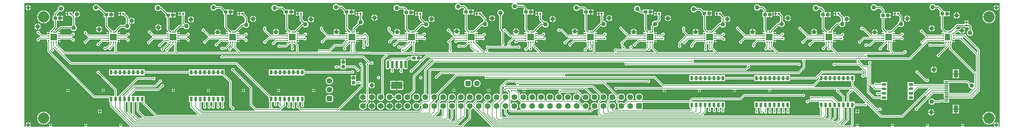
<source format=gbr>
%TF.GenerationSoftware,Altium Limited,Altium Designer,24.9.1 (31)*%
G04 Layer_Physical_Order=1*
G04 Layer_Color=255*
%FSLAX45Y45*%
%MOMM*%
%TF.SameCoordinates,261FE19A-EF30-4485-92B3-4F91B7BE389E*%
%TF.FilePolarity,Positive*%
%TF.FileFunction,Copper,L1,Top,Signal*%
%TF.Part,Single*%
G01*
G75*
%TA.AperFunction,SMDPad,CuDef*%
G04:AMPARAMS|DCode=10|XSize=0.6mm|YSize=2.1mm|CornerRadius=0.051mm|HoleSize=0mm|Usage=FLASHONLY|Rotation=0.000|XOffset=0mm|YOffset=0mm|HoleType=Round|Shape=RoundedRectangle|*
%AMROUNDEDRECTD10*
21,1,0.60000,1.99800,0,0,0.0*
21,1,0.49800,2.10000,0,0,0.0*
1,1,0.10200,0.24900,-0.99900*
1,1,0.10200,-0.24900,-0.99900*
1,1,0.10200,-0.24900,0.99900*
1,1,0.10200,0.24900,0.99900*
%
%ADD10ROUNDEDRECTD10*%
G04:AMPARAMS|DCode=11|XSize=3.2mm|YSize=2.1mm|CornerRadius=0.0525mm|HoleSize=0mm|Usage=FLASHONLY|Rotation=0.000|XOffset=0mm|YOffset=0mm|HoleType=Round|Shape=RoundedRectangle|*
%AMROUNDEDRECTD11*
21,1,3.20000,1.99500,0,0,0.0*
21,1,3.09500,2.10000,0,0,0.0*
1,1,0.10500,1.54750,-0.99750*
1,1,0.10500,-1.54750,-0.99750*
1,1,0.10500,-1.54750,0.99750*
1,1,0.10500,1.54750,0.99750*
%
%ADD11ROUNDEDRECTD11*%
%ADD12R,0.91213X1.05814*%
%ADD13R,1.05814X0.91213*%
%ADD14C,1.00000*%
%ADD15R,0.45000X0.40000*%
%ADD16R,0.40000X0.45000*%
%ADD17R,1.00000X0.30000*%
%ADD18R,1.30000X2.00000*%
%ADD19R,0.61535X0.57247*%
%ADD20R,0.76000X1.27000*%
%ADD21R,1.27000X0.76000*%
%ADD22R,0.57247X0.61535*%
%TA.AperFunction,Conductor*%
%ADD23C,0.15500*%
%ADD24C,0.25400*%
%ADD25C,0.18000*%
%TA.AperFunction,ComponentPad*%
G04:AMPARAMS|DCode=26|XSize=1.6mm|YSize=1.6mm|CornerRadius=0.4mm|HoleSize=0mm|Usage=FLASHONLY|Rotation=0.000|XOffset=0mm|YOffset=0mm|HoleType=Round|Shape=RoundedRectangle|*
%AMROUNDEDRECTD26*
21,1,1.60000,0.80000,0,0,0.0*
21,1,0.80000,1.60000,0,0,0.0*
1,1,0.80000,0.40000,-0.40000*
1,1,0.80000,-0.40000,-0.40000*
1,1,0.80000,-0.40000,0.40000*
1,1,0.80000,0.40000,0.40000*
%
%ADD26ROUNDEDRECTD26*%
%ADD27C,1.60000*%
G04:AMPARAMS|DCode=28|XSize=1.6mm|YSize=1.6mm|CornerRadius=0.4mm|HoleSize=0mm|Usage=FLASHONLY|Rotation=90.000|XOffset=0mm|YOffset=0mm|HoleType=Round|Shape=RoundedRectangle|*
%AMROUNDEDRECTD28*
21,1,1.60000,0.80000,0,0,90.0*
21,1,0.80000,1.60000,0,0,90.0*
1,1,0.80000,0.40000,0.40000*
1,1,0.80000,0.40000,-0.40000*
1,1,0.80000,-0.40000,-0.40000*
1,1,0.80000,-0.40000,0.40000*
%
%ADD28ROUNDEDRECTD28*%
%ADD29C,1.65000*%
G04:AMPARAMS|DCode=30|XSize=1.65mm|YSize=1.65mm|CornerRadius=0.4125mm|HoleSize=0mm|Usage=FLASHONLY|Rotation=0.000|XOffset=0mm|YOffset=0mm|HoleType=Round|Shape=RoundedRectangle|*
%AMROUNDEDRECTD30*
21,1,1.65000,0.82500,0,0,0.0*
21,1,0.82500,1.65000,0,0,0.0*
1,1,0.82500,0.41250,-0.41250*
1,1,0.82500,-0.41250,-0.41250*
1,1,0.82500,-0.41250,0.41250*
1,1,0.82500,0.41250,0.41250*
%
%ADD30ROUNDEDRECTD30*%
%TA.AperFunction,ViaPad*%
%ADD31C,0.45000*%
%ADD32C,1.27000*%
%ADD33C,0.70000*%
%ADD34C,3.20000*%
G36*
X14026151Y3619713D02*
X14017014Y3614438D01*
X14000462Y3597886D01*
X13988757Y3577614D01*
X13982700Y3555004D01*
Y3531596D01*
X13988757Y3508986D01*
X14000462Y3488714D01*
X14017014Y3472162D01*
X14037286Y3460458D01*
X14059895Y3454400D01*
X14083304D01*
X14105914Y3460458D01*
X14126186Y3472162D01*
X14142738Y3488714D01*
X14151825Y3504453D01*
X14296809D01*
X14336656Y3464606D01*
X14330276Y3449206D01*
X14310793D01*
Y3307194D01*
X14350253D01*
Y2876697D01*
X14353210Y2861831D01*
X14361630Y2849229D01*
X14395631Y2815228D01*
X14389738Y2801000D01*
X14337299D01*
Y2768300D01*
X14385199D01*
Y2742900D01*
X14337299D01*
Y2724401D01*
X14153758D01*
X14149631Y2739801D01*
X14164285Y2748262D01*
X14180838Y2764814D01*
X14192542Y2785086D01*
X14198334Y2806700D01*
X14021066D01*
X14026859Y2785086D01*
X14038562Y2764814D01*
X14055115Y2748262D01*
X14069769Y2739801D01*
X14065642Y2724401D01*
X13960399D01*
X13827400Y2857400D01*
Y2867028D01*
X13820107Y2884633D01*
X13806633Y2898107D01*
X13789027Y2905400D01*
X13769972D01*
X13752367Y2898107D01*
X13738893Y2884633D01*
X13724471Y2881765D01*
X13704047Y2902189D01*
Y3272575D01*
X13719786Y3281662D01*
X13736337Y3298214D01*
X13748042Y3318486D01*
X13754100Y3341096D01*
Y3364504D01*
X13748042Y3387114D01*
X13736337Y3407386D01*
X13719786Y3423938D01*
X13699513Y3435642D01*
X13676904Y3441700D01*
X13653496D01*
X13630885Y3435642D01*
X13610614Y3423938D01*
X13594061Y3407386D01*
X13582358Y3387114D01*
X13576300Y3364504D01*
Y3341096D01*
X13582358Y3318486D01*
X13594061Y3298214D01*
X13610614Y3281662D01*
X13626353Y3272575D01*
Y2886099D01*
X13629311Y2871233D01*
X13637730Y2858630D01*
X13689853Y2806508D01*
Y2492694D01*
X13688094Y2490933D01*
X13680800Y2473328D01*
Y2454272D01*
X13688094Y2436667D01*
X13700661Y2424100D01*
X13700291Y2419673D01*
X13696313Y2408700D01*
X13330841D01*
X13324033Y2415507D01*
X13306429Y2422800D01*
X13287372D01*
X13269768Y2415507D01*
X13256293Y2402033D01*
X13249001Y2384428D01*
Y2365372D01*
X13256293Y2347767D01*
X13269768Y2334293D01*
X13287372Y2327000D01*
X13306429D01*
X13324033Y2334293D01*
X13330841Y2341100D01*
X14151959D01*
X14158768Y2334293D01*
X14176372Y2327000D01*
X14195428D01*
X14213033Y2334293D01*
X14226508Y2347767D01*
X14233800Y2365372D01*
Y2384428D01*
X14226508Y2402033D01*
X14213033Y2415507D01*
X14195428Y2422800D01*
X14176372D01*
X14158768Y2415507D01*
X14151959Y2408700D01*
X13962714D01*
X13952423Y2424100D01*
X13954401Y2428872D01*
Y2447928D01*
X13947107Y2465533D01*
X13940300Y2472341D01*
Y2487900D01*
X14044199Y2591798D01*
X14096271D01*
X14104503Y2576398D01*
X14103702Y2575200D01*
X14100172D01*
X14082567Y2567907D01*
X14069093Y2554433D01*
X14061800Y2536828D01*
Y2517772D01*
X14069093Y2500167D01*
X14082567Y2486693D01*
X14100172Y2479400D01*
X14119228D01*
X14136833Y2486693D01*
X14150307Y2500167D01*
X14157600Y2517772D01*
Y2518524D01*
X14165875Y2526800D01*
X14337299D01*
Y2515199D01*
X14417299D01*
Y2467701D01*
X14428900D01*
Y2398999D01*
X14389200Y2359300D01*
X14379572D01*
X14361967Y2352007D01*
X14348492Y2338533D01*
X14341200Y2320928D01*
Y2301872D01*
X14348492Y2284267D01*
X14361967Y2270793D01*
X14379572Y2263500D01*
X14398628D01*
X14416232Y2270793D01*
X14429707Y2284267D01*
X14437000Y2301872D01*
Y2311500D01*
X14452800Y2327300D01*
X14468201Y2320921D01*
Y2314572D01*
X14475493Y2296967D01*
X14488966Y2283493D01*
X14506572Y2276200D01*
X14525629D01*
X14543233Y2283493D01*
X14556706Y2296967D01*
X14564000Y2314572D01*
Y2333628D01*
X14560838Y2341260D01*
X14561497Y2344573D01*
Y2386924D01*
X14576897Y2393303D01*
X14725073Y2245127D01*
X14719179Y2230900D01*
X13323340D01*
X13313049Y2246300D01*
X13316228Y2253972D01*
Y2273028D01*
X13308936Y2290633D01*
X13295461Y2304108D01*
X13277856Y2311400D01*
X13258800D01*
X13241196Y2304108D01*
X13227721Y2290633D01*
X13220428Y2273028D01*
Y2257429D01*
X13210426Y2251094D01*
X13206200Y2249878D01*
X13006874Y2449204D01*
X13006828Y2449271D01*
X12955128Y2500972D01*
X12957500Y2506697D01*
Y2560599D01*
X12970200D01*
Y2573299D01*
X13018100D01*
Y2582400D01*
X13135959D01*
X13142767Y2575593D01*
X13160371Y2568300D01*
X13179428D01*
X13197034Y2575593D01*
X13210507Y2589067D01*
X13217799Y2606672D01*
Y2625728D01*
X13210507Y2643333D01*
X13197034Y2656807D01*
X13192879Y2658528D01*
X13189752Y2672975D01*
X13200374Y2685108D01*
X13206561D01*
X13224165Y2692400D01*
X13237640Y2705874D01*
X13244933Y2723480D01*
Y2742535D01*
X13237640Y2760141D01*
X13224165Y2773615D01*
X13206561Y2780907D01*
X13187505D01*
X13169901Y2773615D01*
X13156425Y2760141D01*
X13149133Y2742535D01*
Y2732907D01*
X13142426Y2726200D01*
X13018100D01*
Y2742900D01*
X12970200D01*
Y2768300D01*
X13018100D01*
Y2801000D01*
X12968159D01*
X12962267Y2815228D01*
X13132635Y2985597D01*
X13147903Y2983587D01*
X13149562Y2980714D01*
X13166113Y2964162D01*
X13186386Y2952458D01*
X13208997Y2946400D01*
X13232404D01*
X13255014Y2952458D01*
X13275285Y2964162D01*
X13291838Y2980714D01*
X13303542Y3000986D01*
X13309599Y3023596D01*
Y3047004D01*
X13303542Y3069614D01*
X13291838Y3089886D01*
X13275285Y3106438D01*
X13259547Y3115525D01*
Y3186843D01*
X13256589Y3201709D01*
X13248169Y3214312D01*
X13135571Y3326908D01*
Y3381424D01*
X13006395D01*
Y3327400D01*
Y3273376D01*
X13079230D01*
X13181853Y3170753D01*
Y3115525D01*
X13166113Y3106438D01*
X13149562Y3089886D01*
X13140475Y3074147D01*
X13127402D01*
X13112535Y3071189D01*
X13099931Y3062769D01*
X12885661Y2848499D01*
X12772234D01*
X12721945Y2898787D01*
Y3307194D01*
X12805801D01*
Y3378200D01*
Y3449206D01*
X12721945D01*
Y3472653D01*
X12718988Y3487519D01*
X12710567Y3500122D01*
X12652621Y3558069D01*
X12640018Y3566489D01*
X12625152Y3569447D01*
X12538925D01*
X12529838Y3585186D01*
X12513286Y3601738D01*
X12493014Y3613442D01*
X12470404Y3619500D01*
X12446996D01*
X12424386Y3613442D01*
X12404114Y3601738D01*
X12387562Y3585186D01*
X12375858Y3564914D01*
X12369800Y3542304D01*
Y3518896D01*
X12375858Y3496286D01*
X12387562Y3476014D01*
X12404114Y3459462D01*
X12424386Y3447758D01*
X12446996Y3441700D01*
X12470404D01*
X12493014Y3447758D01*
X12513286Y3459462D01*
X12529838Y3476014D01*
X12538925Y3491753D01*
X12609062D01*
X12636209Y3464606D01*
X12629830Y3449206D01*
X12604792D01*
Y3307194D01*
X12644252D01*
Y2882697D01*
X12647209Y2867831D01*
X12655630Y2855228D01*
X12695630Y2815228D01*
X12689737Y2801000D01*
X12637297D01*
Y2768300D01*
X12685197D01*
Y2742900D01*
X12637297D01*
Y2724401D01*
X12464658D01*
X12460531Y2739801D01*
X12475186Y2748262D01*
X12491738Y2764814D01*
X12503442Y2785086D01*
X12509233Y2806700D01*
X12331967D01*
X12337758Y2785086D01*
X12349462Y2764814D01*
X12366014Y2748262D01*
X12380669Y2739801D01*
X12376542Y2724401D01*
X12360199D01*
X12227200Y2857400D01*
Y2867028D01*
X12219907Y2884633D01*
X12206433Y2898107D01*
X12188828Y2905400D01*
X12169772D01*
X12152167Y2898107D01*
X12138693Y2884633D01*
X12131400Y2867028D01*
Y2847972D01*
X12138693Y2830367D01*
X12152167Y2816893D01*
X12169772Y2809600D01*
X12179400D01*
X12314203Y2674798D01*
X12307824Y2659398D01*
X12290298D01*
X12277364Y2656825D01*
X12266398Y2649498D01*
X12192100Y2575200D01*
X12182472D01*
X12164867Y2567907D01*
X12151393Y2554433D01*
X12144100Y2536828D01*
Y2517772D01*
X12151393Y2500167D01*
X12164867Y2486693D01*
X12182472Y2479400D01*
X12192100D01*
X12197075Y2474425D01*
Y2312174D01*
X12190267Y2305366D01*
X12182975Y2287761D01*
Y2268705D01*
X12190267Y2251100D01*
X12195067Y2246300D01*
X12188688Y2230900D01*
X11214221D01*
X11208327Y2245127D01*
X11216598Y2253398D01*
X11223925Y2264363D01*
X11226497Y2277298D01*
Y2467701D01*
X11238098D01*
Y2515199D01*
X11257498D01*
Y2560599D01*
X11270198D01*
Y2573299D01*
X11318098D01*
Y2587099D01*
X11454860D01*
X11466367Y2575593D01*
X11483972Y2568300D01*
X11503028D01*
X11520633Y2575593D01*
X11534107Y2589067D01*
X11541400Y2606672D01*
Y2625728D01*
X11534107Y2643333D01*
X11520633Y2656807D01*
X11503028Y2664100D01*
X11483972D01*
X11483519Y2663912D01*
X11474795Y2676967D01*
X11490228Y2692400D01*
X11499856D01*
X11517461Y2699692D01*
X11530935Y2713167D01*
X11538228Y2730772D01*
Y2749828D01*
X11530935Y2767433D01*
X11517461Y2780907D01*
X11499856Y2788200D01*
X11480800D01*
X11463195Y2780907D01*
X11449720Y2767433D01*
X11442428Y2749828D01*
Y2740200D01*
X11428428Y2726200D01*
X11318098D01*
Y2742900D01*
X11270198D01*
Y2768300D01*
X11318098D01*
Y2801000D01*
X11268158D01*
X11262264Y2815228D01*
X11430790Y2983753D01*
X11464075D01*
X11473162Y2968014D01*
X11489714Y2951462D01*
X11509986Y2939758D01*
X11532596Y2933700D01*
X11556004D01*
X11578614Y2939758D01*
X11598886Y2951462D01*
X11615438Y2968014D01*
X11627142Y2988286D01*
X11633200Y3010896D01*
Y3034304D01*
X11627142Y3056914D01*
X11615438Y3077186D01*
X11598886Y3093738D01*
X11578614Y3105442D01*
X11556004Y3111500D01*
X11532596D01*
X11515041Y3106796D01*
X11415547Y3206290D01*
Y3273376D01*
X11432868D01*
Y3381424D01*
X11303686D01*
Y3327400D01*
Y3273376D01*
X11337854D01*
Y3190199D01*
X11340811Y3175334D01*
X11349232Y3162731D01*
X11436289Y3075674D01*
X11430395Y3061447D01*
X11414699D01*
X11399833Y3058489D01*
X11387230Y3050069D01*
X11185661Y2848499D01*
X11072237D01*
X11015949Y2904787D01*
Y3294494D01*
X11099800D01*
Y3365500D01*
Y3436506D01*
X11015949D01*
Y3437397D01*
X11012992Y3452263D01*
X11004571Y3464866D01*
X10949469Y3519969D01*
X10936866Y3528389D01*
X10922000Y3531347D01*
X10786325D01*
X10777238Y3547086D01*
X10760686Y3563638D01*
X10740414Y3575342D01*
X10717804Y3581400D01*
X10694396D01*
X10671786Y3575342D01*
X10651514Y3563638D01*
X10634962Y3547086D01*
X10623258Y3526814D01*
X10617200Y3504204D01*
Y3480796D01*
X10623258Y3458186D01*
X10634962Y3437914D01*
X10651514Y3421362D01*
X10671786Y3409658D01*
X10694396Y3403600D01*
X10717804D01*
X10740414Y3409658D01*
X10760686Y3421362D01*
X10777238Y3437914D01*
X10786325Y3453653D01*
X10893369D01*
X10895459Y3450524D01*
X10898796Y3436506D01*
X10898796D01*
Y3294494D01*
X10938256D01*
Y2888696D01*
X10941213Y2873830D01*
X10949634Y2861228D01*
X10995634Y2815228D01*
X10989740Y2801000D01*
X10937300D01*
Y2768300D01*
X10985200D01*
Y2742900D01*
X10937300D01*
Y2724401D01*
X10783620D01*
X10777625Y2739801D01*
X10789938Y2752114D01*
X10801642Y2772386D01*
X10807433Y2794000D01*
X10630167D01*
X10635958Y2772386D01*
X10641102Y2763477D01*
X10628779Y2754021D01*
X10520827Y2861972D01*
Y2871459D01*
X10527635Y2878267D01*
X10534928Y2895872D01*
Y2914928D01*
X10527635Y2932533D01*
X10514161Y2946007D01*
X10496556Y2953300D01*
X10477500D01*
X10459895Y2946007D01*
X10446420Y2932533D01*
X10439128Y2914928D01*
Y2895872D01*
X10446420Y2878267D01*
X10453228Y2871459D01*
Y2847972D01*
X10455801Y2835038D01*
X10463128Y2824072D01*
X10612403Y2674798D01*
X10606024Y2659398D01*
X10601198D01*
X10588264Y2656825D01*
X10577298Y2649498D01*
X10503000Y2575200D01*
X10493372D01*
X10475767Y2567907D01*
X10462293Y2554433D01*
X10455000Y2536828D01*
Y2517772D01*
X10462293Y2500167D01*
X10475767Y2486693D01*
X10493372Y2479400D01*
X10512428D01*
X10530033Y2486693D01*
X10543507Y2500167D01*
X10550800Y2517772D01*
Y2527400D01*
X10615198Y2591798D01*
X10726420D01*
X10732799Y2576398D01*
X10642700Y2486300D01*
X10633072D01*
X10615467Y2479007D01*
X10601993Y2465533D01*
X10594700Y2447928D01*
Y2428872D01*
X10601993Y2411267D01*
X10615467Y2397793D01*
X10633072Y2390500D01*
X10652128D01*
X10669733Y2397793D01*
X10683207Y2411267D01*
X10690500Y2428872D01*
Y2438500D01*
X10778800Y2526800D01*
X10937300D01*
Y2515199D01*
X10994378D01*
X11000272Y2500972D01*
X10908000Y2408700D01*
X10803541D01*
X10796733Y2415507D01*
X10779128Y2422800D01*
X10760072D01*
X10742467Y2415507D01*
X10728993Y2402033D01*
X10721700Y2384428D01*
Y2365372D01*
X10728993Y2347767D01*
X10742467Y2334293D01*
X10760072Y2327000D01*
X10779128D01*
X10796733Y2334293D01*
X10803541Y2341100D01*
X10838814D01*
X10842791Y2330127D01*
X10843160Y2325700D01*
X10830593Y2313133D01*
X10823300Y2295528D01*
Y2276472D01*
X10830593Y2258867D01*
X10843160Y2246300D01*
X10842791Y2241873D01*
X10838814Y2230900D01*
X10375666D01*
X9575179Y2238779D01*
X9526501Y2287458D01*
Y2467701D01*
X9538101D01*
Y2515199D01*
X9557502D01*
Y2560599D01*
X9570202D01*
Y2573299D01*
X9618102D01*
Y2582400D01*
X9732500D01*
Y2396141D01*
X9725693Y2389333D01*
X9718400Y2371728D01*
Y2352672D01*
X9725693Y2335067D01*
X9739167Y2321593D01*
X9756772Y2314300D01*
X9775828D01*
X9793433Y2321593D01*
X9806907Y2335067D01*
X9814200Y2352672D01*
Y2371728D01*
X9806907Y2389333D01*
X9800100Y2396141D01*
Y2568300D01*
X9801228D01*
X9818833Y2575593D01*
X9834100Y2569081D01*
Y2472341D01*
X9827293Y2465533D01*
X9820000Y2447928D01*
Y2428872D01*
X9827293Y2411267D01*
X9840767Y2397793D01*
X9858372Y2390500D01*
X9877428D01*
X9895033Y2397793D01*
X9908507Y2411267D01*
X9915800Y2428872D01*
Y2447928D01*
X9908507Y2465533D01*
X9901700Y2472341D01*
Y2679700D01*
X9899127Y2692635D01*
X9891800Y2703600D01*
X9849128Y2746272D01*
Y2749828D01*
X9841835Y2767433D01*
X9828361Y2780907D01*
X9810756Y2788200D01*
X9791700D01*
X9774095Y2780907D01*
X9760620Y2767433D01*
X9753328Y2749828D01*
Y2740200D01*
X9739328Y2726200D01*
X9618102D01*
Y2742900D01*
X9570202D01*
Y2755600D01*
X9557502D01*
Y2801000D01*
X9538101D01*
Y2848499D01*
X9531548D01*
Y2885311D01*
X9648141Y3001904D01*
X9665696Y2997200D01*
X9689104D01*
X9711714Y3003258D01*
X9731986Y3014962D01*
X9748538Y3031514D01*
X9760242Y3051786D01*
X9766300Y3074396D01*
Y3097804D01*
X9760242Y3120414D01*
X9748538Y3140686D01*
X9731986Y3157238D01*
X9714542Y3167309D01*
Y3273376D01*
X9730159D01*
Y3381424D01*
X9600982D01*
Y3327400D01*
Y3273376D01*
X9636849D01*
Y3165341D01*
X9622814Y3157238D01*
X9606262Y3140686D01*
X9594558Y3120414D01*
X9588500Y3097804D01*
Y3074396D01*
X9593204Y3056841D01*
X9465233Y2928870D01*
X9456812Y2916267D01*
X9453855Y2901401D01*
Y2848499D01*
X9372236D01*
X9318345Y2902389D01*
Y3307194D01*
X9402201D01*
Y3378200D01*
Y3449206D01*
X9256129D01*
X9159967Y3545369D01*
X9147364Y3553789D01*
X9132498Y3556747D01*
X9059125D01*
X9050038Y3572486D01*
X9033486Y3589038D01*
X9013214Y3600742D01*
X8990604Y3606800D01*
X8967196D01*
X8944586Y3600742D01*
X8924314Y3589038D01*
X8907762Y3572486D01*
X8896058Y3552214D01*
X8890000Y3529604D01*
Y3506196D01*
X8896058Y3483586D01*
X8907762Y3463314D01*
X8924314Y3446762D01*
X8944586Y3435058D01*
X8967196Y3429000D01*
X8990604D01*
X9013214Y3435058D01*
X9033486Y3446762D01*
X9050038Y3463314D01*
X9059125Y3479053D01*
X9116408D01*
X9201192Y3394269D01*
Y3307194D01*
X9240652D01*
Y2886299D01*
X9243609Y2871433D01*
X9252030Y2858830D01*
X9295632Y2815228D01*
X9289739Y2801000D01*
X9237299D01*
Y2768300D01*
X9285199D01*
Y2742900D01*
X9237299D01*
Y2724401D01*
X9056420D01*
X9050425Y2739801D01*
X9062738Y2752114D01*
X9074442Y2772386D01*
X9080233Y2794000D01*
X8902967D01*
X8908758Y2772386D01*
X8920462Y2752114D01*
X8932775Y2739801D01*
X8926780Y2724401D01*
X8753399D01*
X8601556Y2876243D01*
X8603580Y2878267D01*
X8610872Y2895872D01*
Y2914928D01*
X8603580Y2932533D01*
X8590105Y2946007D01*
X8572500Y2953300D01*
X8553444D01*
X8535839Y2946007D01*
X8522365Y2932533D01*
X8515072Y2914928D01*
Y2895872D01*
X8522365Y2878267D01*
X8531600Y2869031D01*
Y2864600D01*
X8534173Y2851665D01*
X8541500Y2840700D01*
X8707403Y2674798D01*
X8701024Y2659398D01*
X8683498D01*
X8670564Y2656825D01*
X8659598Y2649498D01*
X8585300Y2575200D01*
X8575672D01*
X8558067Y2567907D01*
X8544593Y2554433D01*
X8537300Y2536828D01*
Y2517772D01*
X8544593Y2500167D01*
X8558067Y2486693D01*
X8575672Y2479400D01*
X8594728D01*
X8612333Y2486693D01*
X8625807Y2500167D01*
X8633100Y2517772D01*
Y2527400D01*
X8697498Y2591798D01*
X9237299D01*
Y2562999D01*
X9133799Y2459500D01*
X8940800D01*
X8927865Y2456927D01*
X8916900Y2449600D01*
X8770575Y2303275D01*
X8543028D01*
X8536220Y2310083D01*
X8518615Y2317375D01*
X8499559D01*
X8481954Y2310083D01*
X8468480Y2296608D01*
X8461187Y2279003D01*
Y2259947D01*
X8463520Y2254317D01*
X8453229Y2238917D01*
X7907800D01*
Y2434300D01*
X7905227Y2447235D01*
X7897900Y2458200D01*
X7855129Y2500972D01*
X7857500Y2506697D01*
Y2560599D01*
X7870200D01*
Y2573299D01*
X7918100D01*
Y2582400D01*
X8055959D01*
X8062767Y2575593D01*
X8080372Y2568300D01*
X8099428D01*
X8117033Y2575593D01*
X8130507Y2589067D01*
X8137800Y2606672D01*
Y2625728D01*
X8130507Y2643333D01*
X8117033Y2656807D01*
X8099428Y2664100D01*
X8092807D01*
X8086428Y2679500D01*
X8099328Y2692400D01*
X8108956D01*
X8126561Y2699692D01*
X8140035Y2713167D01*
X8147328Y2730772D01*
Y2749828D01*
X8140035Y2767433D01*
X8126561Y2780907D01*
X8108956Y2788200D01*
X8089900D01*
X8072295Y2780907D01*
X8058820Y2767433D01*
X8051528Y2749828D01*
Y2740200D01*
X8037528Y2726200D01*
X7918100D01*
Y2742900D01*
X7870200D01*
Y2768300D01*
X7918100D01*
Y2801000D01*
X7868160D01*
X7862266Y2815228D01*
X8016777Y2969739D01*
X8031539Y2967938D01*
X8048014Y2951462D01*
X8068286Y2939758D01*
X8090896Y2933700D01*
X8114304D01*
X8136914Y2939758D01*
X8157186Y2951462D01*
X8173738Y2968014D01*
X8185442Y2988286D01*
X8191500Y3010896D01*
Y3034304D01*
X8185442Y3056914D01*
X8173738Y3077186D01*
X8157186Y3093738D01*
X8136914Y3105442D01*
X8114304Y3111500D01*
X8090896D01*
X8073341Y3106796D01*
X8014447Y3165691D01*
Y3273376D01*
X8031767D01*
Y3381424D01*
X7902585D01*
Y3327400D01*
Y3273376D01*
X7936753D01*
Y3149600D01*
X7939711Y3134734D01*
X7948131Y3122131D01*
X7997693Y3072570D01*
X7993936Y3054548D01*
X7987232Y3050069D01*
X7785662Y2848499D01*
X7672234D01*
X7606949Y2913784D01*
Y3307194D01*
X7683500D01*
Y3378200D01*
Y3449206D01*
X7537433D01*
X7466671Y3519969D01*
X7454068Y3528389D01*
X7439202Y3531347D01*
X7306525D01*
X7297438Y3547086D01*
X7280886Y3563638D01*
X7260614Y3575342D01*
X7238004Y3581400D01*
X7214596D01*
X7191986Y3575342D01*
X7171714Y3563638D01*
X7155162Y3547086D01*
X7143458Y3526814D01*
X7137400Y3504204D01*
Y3480796D01*
X7143458Y3458186D01*
X7155162Y3437914D01*
X7171714Y3421362D01*
X7191986Y3409658D01*
X7214596Y3403600D01*
X7238004D01*
X7260614Y3409658D01*
X7280886Y3421362D01*
X7297438Y3437914D01*
X7306525Y3453653D01*
X7423112D01*
X7482496Y3394269D01*
Y3307194D01*
X7529256D01*
Y2897693D01*
X7532213Y2882827D01*
X7540634Y2870224D01*
X7595630Y2815228D01*
X7589737Y2801000D01*
X7537302D01*
Y2768300D01*
X7585202D01*
Y2742900D01*
X7537302D01*
Y2724401D01*
X7329220D01*
X7323225Y2739801D01*
X7335538Y2752114D01*
X7347242Y2772386D01*
X7353033Y2794000D01*
X7175767D01*
X7181558Y2772386D01*
X7193262Y2752114D01*
X7205575Y2739801D01*
X7199580Y2724401D01*
X7115099D01*
X6977527Y2861972D01*
Y2871459D01*
X6984335Y2878267D01*
X6991628Y2895872D01*
Y2914928D01*
X6984335Y2932533D01*
X6970861Y2946007D01*
X6953256Y2953300D01*
X6934200D01*
X6916595Y2946007D01*
X6903120Y2932533D01*
X6895828Y2914928D01*
Y2895872D01*
X6903120Y2878267D01*
X6909928Y2871459D01*
Y2847972D01*
X6912501Y2835038D01*
X6919828Y2824072D01*
X7069103Y2674798D01*
X7062724Y2659398D01*
X7054698D01*
X7041763Y2656825D01*
X7030798Y2649498D01*
X6947000Y2565700D01*
X6937372D01*
X6919767Y2558408D01*
X6906293Y2544933D01*
X6899000Y2527328D01*
Y2508273D01*
X6906293Y2490667D01*
X6919767Y2477193D01*
X6937372Y2469901D01*
X6956428D01*
X6974033Y2477193D01*
X6987507Y2490667D01*
X6994800Y2508273D01*
Y2517900D01*
X7068698Y2591798D01*
X7233920D01*
X7240299Y2576398D01*
X7188300Y2524400D01*
X7178672D01*
X7161067Y2517107D01*
X7147593Y2503633D01*
X7140300Y2486028D01*
Y2466972D01*
X7147593Y2449367D01*
X7161067Y2435893D01*
X7178672Y2428600D01*
X7197728D01*
X7215333Y2435893D01*
X7228807Y2449367D01*
X7236100Y2466972D01*
Y2476600D01*
X7286300Y2526800D01*
X7537302D01*
Y2515199D01*
X7594375D01*
X7600269Y2500972D01*
X7533396Y2434100D01*
X7387241D01*
X7380433Y2440907D01*
X7362828Y2448200D01*
X7343772D01*
X7326167Y2440907D01*
X7312693Y2427433D01*
X7305400Y2409828D01*
Y2390772D01*
X7312693Y2373167D01*
X7326167Y2359693D01*
X7343772Y2352400D01*
X7362828D01*
X7380433Y2359693D01*
X7387241Y2366500D01*
X7547397D01*
X7560331Y2369073D01*
X7571297Y2376400D01*
X7662597Y2467701D01*
X7697328D01*
Y2364141D01*
X7690520Y2357333D01*
X7683228Y2339728D01*
Y2320672D01*
X7690520Y2303067D01*
X7703995Y2289593D01*
X7721600Y2282300D01*
X7740656D01*
X7758261Y2289593D01*
X7771735Y2303067D01*
X7779028Y2320672D01*
Y2339728D01*
X7771735Y2357333D01*
X7764927Y2364141D01*
Y2467701D01*
X7792800D01*
X7840200Y2420300D01*
Y2238917D01*
X6256783D01*
X6126498Y2369202D01*
Y2467701D01*
X6138098D01*
Y2515199D01*
X6157498D01*
Y2560599D01*
X6170198D01*
Y2573299D01*
X6218098D01*
Y2591798D01*
X6339030D01*
X6362428Y2568400D01*
Y2558772D01*
X6369720Y2541167D01*
X6383195Y2527693D01*
X6400800Y2520400D01*
X6419856D01*
X6437461Y2527693D01*
X6450935Y2541167D01*
X6458228Y2558772D01*
Y2577828D01*
X6450935Y2595433D01*
X6437461Y2608908D01*
X6419856Y2616200D01*
X6410228D01*
X6379561Y2646867D01*
X6379058Y2648580D01*
X6379269Y2657919D01*
X6381269Y2665120D01*
X6386328Y2668500D01*
X6410228Y2692400D01*
X6419856D01*
X6437461Y2699692D01*
X6450935Y2713167D01*
X6458228Y2730772D01*
Y2749828D01*
X6450935Y2767433D01*
X6437461Y2780907D01*
X6419856Y2788200D01*
X6400800D01*
X6383195Y2780907D01*
X6369720Y2767433D01*
X6362428Y2749828D01*
Y2740200D01*
X6348428Y2726200D01*
X6218098D01*
Y2742900D01*
X6170198D01*
Y2768300D01*
X6218098D01*
Y2801000D01*
X6168158D01*
X6162264Y2815228D01*
X6318090Y2971053D01*
X6333275D01*
X6342362Y2955314D01*
X6358914Y2938762D01*
X6379186Y2927058D01*
X6401796Y2921000D01*
X6425204D01*
X6447814Y2927058D01*
X6468086Y2938762D01*
X6484638Y2955314D01*
X6496342Y2975586D01*
X6502400Y2998196D01*
Y3021604D01*
X6496342Y3044214D01*
X6484638Y3064486D01*
X6468086Y3081038D01*
X6452347Y3090125D01*
Y3218593D01*
X6449389Y3233459D01*
X6440969Y3246062D01*
X6360122Y3326908D01*
Y3381424D01*
X6230945D01*
Y3327400D01*
Y3273376D01*
X6303780D01*
X6374653Y3202503D01*
Y3090125D01*
X6358914Y3081038D01*
X6342362Y3064486D01*
X6333275Y3048747D01*
X6301999D01*
X6287133Y3045789D01*
X6274531Y3037369D01*
X6086664Y2849503D01*
X6085162Y2848499D01*
X5972238D01*
X5868253Y2952488D01*
Y3307194D01*
X5952104D01*
Y3378200D01*
Y3449206D01*
X5806037D01*
X5722575Y3532669D01*
X5709972Y3541089D01*
X5695106Y3544047D01*
X5566625D01*
X5557538Y3559786D01*
X5540986Y3576338D01*
X5520714Y3588042D01*
X5498104Y3594100D01*
X5474696D01*
X5452086Y3588042D01*
X5431814Y3576338D01*
X5415262Y3559786D01*
X5403558Y3539514D01*
X5397500Y3516904D01*
Y3493496D01*
X5403558Y3470886D01*
X5415262Y3450614D01*
X5431814Y3434062D01*
X5452086Y3422358D01*
X5474696Y3416300D01*
X5498104D01*
X5520714Y3422358D01*
X5540986Y3434062D01*
X5557538Y3450614D01*
X5566625Y3466353D01*
X5679016D01*
X5751100Y3394269D01*
Y3307194D01*
X5790560D01*
Y2936397D01*
X5793517Y2921532D01*
X5801938Y2908929D01*
X5895635Y2815228D01*
X5889742Y2801000D01*
X5837300D01*
Y2768300D01*
X5885200D01*
Y2742900D01*
X5837300D01*
Y2724401D01*
X5676946D01*
X5671053Y2738629D01*
X5671838Y2739414D01*
X5683542Y2759686D01*
X5689333Y2781300D01*
X5512067D01*
X5517858Y2759686D01*
X5529562Y2739414D01*
X5530347Y2738629D01*
X5524454Y2724401D01*
X5375199D01*
X5242200Y2857400D01*
Y2867028D01*
X5234907Y2884633D01*
X5221433Y2898107D01*
X5203828Y2905400D01*
X5184772D01*
X5167167Y2898107D01*
X5153693Y2884633D01*
X5146400Y2867028D01*
Y2847972D01*
X5153693Y2830367D01*
X5167167Y2816893D01*
X5184772Y2809600D01*
X5194400D01*
X5331306Y2672694D01*
X5330986Y2666664D01*
X5327989Y2655209D01*
X5327921Y2655126D01*
X5319498Y2649498D01*
X5232500Y2562500D01*
X5222872D01*
X5205267Y2555207D01*
X5191793Y2541733D01*
X5184500Y2524128D01*
Y2505072D01*
X5191793Y2487467D01*
X5205267Y2473993D01*
X5222872Y2466700D01*
X5241928D01*
X5259533Y2473993D01*
X5273007Y2487467D01*
X5280300Y2505072D01*
Y2514700D01*
X5357398Y2591798D01*
X5646420D01*
X5652799Y2576398D01*
X5562700Y2486300D01*
X5553072D01*
X5535467Y2479007D01*
X5521993Y2465533D01*
X5514700Y2447928D01*
Y2428872D01*
X5521993Y2411267D01*
X5535467Y2397793D01*
X5553072Y2390500D01*
X5572128D01*
X5589733Y2397793D01*
X5603207Y2411267D01*
X5610500Y2428872D01*
Y2438500D01*
X5698800Y2526800D01*
X5837300D01*
Y2515199D01*
X5917301D01*
Y2472601D01*
X5815300Y2370600D01*
X5761641D01*
X5754833Y2377407D01*
X5737228Y2384700D01*
X5718172D01*
X5700567Y2377407D01*
X5687093Y2363933D01*
X5679800Y2346328D01*
Y2327272D01*
X5687093Y2309667D01*
X5700567Y2296193D01*
X5718172Y2288900D01*
X5737228D01*
X5754833Y2296193D01*
X5761641Y2303000D01*
X5829300D01*
X5842235Y2305573D01*
X5853200Y2312900D01*
X5978500Y2438200D01*
X5993900Y2431821D01*
Y2409500D01*
X5943700Y2359300D01*
X5934072D01*
X5916467Y2352007D01*
X5902993Y2338533D01*
X5895700Y2320928D01*
Y2301872D01*
X5902993Y2284267D01*
X5916467Y2270793D01*
X5934072Y2263500D01*
X5953128D01*
X5970733Y2270793D01*
X5984207Y2284267D01*
X5991500Y2301872D01*
Y2311500D01*
X6043498Y2363499D01*
X6058898Y2357120D01*
Y2355202D01*
X6061471Y2342267D01*
X6068798Y2331302D01*
X6146955Y2253145D01*
X6141062Y2238917D01*
X4459000D01*
X4426501Y2271416D01*
Y2467701D01*
X4438101D01*
Y2515199D01*
X4457502D01*
Y2560599D01*
X4470202D01*
Y2573299D01*
X4518102D01*
Y2591798D01*
X4693831D01*
X4711428Y2574202D01*
Y2564574D01*
X4718720Y2546968D01*
X4732195Y2533494D01*
X4749800Y2526202D01*
X4768856D01*
X4786461Y2533494D01*
X4799935Y2546968D01*
X4807228Y2564574D01*
Y2583629D01*
X4799935Y2601235D01*
X4786461Y2614709D01*
X4768856Y2622001D01*
X4759228D01*
X4732870Y2648359D01*
X4731847Y2650906D01*
X4733170Y2667058D01*
X4735328Y2668500D01*
X4759228Y2692400D01*
X4768856D01*
X4786461Y2699692D01*
X4799935Y2713167D01*
X4807228Y2730772D01*
Y2749828D01*
X4799935Y2767433D01*
X4786461Y2780907D01*
X4768856Y2788200D01*
X4749800D01*
X4732195Y2780907D01*
X4718720Y2767433D01*
X4711428Y2749828D01*
Y2740200D01*
X4697428Y2726200D01*
X4518102D01*
Y2742900D01*
X4470202D01*
Y2755600D01*
X4457502D01*
Y2801000D01*
X4438101D01*
Y2840114D01*
X4530941Y2932953D01*
X4631475D01*
X4640562Y2917214D01*
X4657114Y2900662D01*
X4677386Y2888958D01*
X4699996Y2882900D01*
X4723404D01*
X4746014Y2888958D01*
X4766286Y2900662D01*
X4782838Y2917214D01*
X4794542Y2937486D01*
X4800600Y2960096D01*
Y2983504D01*
X4794542Y3006114D01*
X4782838Y3026386D01*
X4766286Y3042938D01*
X4746014Y3054642D01*
X4723404Y3060700D01*
X4699996D01*
X4682441Y3055996D01*
X4653701Y3084736D01*
Y3273376D01*
X4671022D01*
Y3381424D01*
X4541845D01*
Y3327400D01*
Y3273376D01*
X4576008D01*
Y3068645D01*
X4578965Y3053779D01*
X4587386Y3041177D01*
X4603689Y3024874D01*
X4597795Y3010647D01*
X4514850D01*
X4499984Y3007689D01*
X4487381Y2999269D01*
X4365233Y2877120D01*
X4356812Y2864517D01*
X4353855Y2849651D01*
Y2848499D01*
X4272236D01*
X4225645Y2895089D01*
Y3218294D01*
X4309501D01*
Y3289300D01*
Y3360306D01*
X4163429D01*
X4008168Y3515567D01*
X3995566Y3523988D01*
X3981763Y3526734D01*
X3981742Y3526814D01*
X3970038Y3547086D01*
X3953486Y3563638D01*
X3933214Y3575342D01*
X3910604Y3581400D01*
X3887196D01*
X3864586Y3575342D01*
X3844314Y3563638D01*
X3827762Y3547086D01*
X3816058Y3526814D01*
X3810000Y3504204D01*
Y3480796D01*
X3816058Y3458186D01*
X3827762Y3437914D01*
X3844314Y3421362D01*
X3864586Y3409658D01*
X3887196Y3403600D01*
X3910604D01*
X3933214Y3409658D01*
X3953486Y3421362D01*
X3970038Y3437914D01*
X3975260Y3438601D01*
X4108492Y3305369D01*
Y3218294D01*
X4147952D01*
Y2878999D01*
X4150909Y2864133D01*
X4159330Y2851530D01*
X4195632Y2815228D01*
X4189739Y2801000D01*
X4137299D01*
Y2768300D01*
X4185199D01*
Y2742900D01*
X4137299D01*
Y2724401D01*
X3787699D01*
X3705500Y2806600D01*
Y2816228D01*
X3698207Y2833833D01*
X3684733Y2847307D01*
X3667128Y2854600D01*
X3648072D01*
X3630467Y2847307D01*
X3616993Y2833833D01*
X3609700Y2816228D01*
Y2797172D01*
X3616993Y2779567D01*
X3630467Y2766093D01*
X3648072Y2758800D01*
X3657700D01*
X3743806Y2672694D01*
X3743486Y2666664D01*
X3740488Y2655209D01*
X3740421Y2655126D01*
X3731998Y2649498D01*
X3632300Y2549800D01*
X3622672D01*
X3605067Y2542507D01*
X3591593Y2529033D01*
X3584300Y2511428D01*
Y2492372D01*
X3591593Y2474767D01*
X3605067Y2461293D01*
X3622672Y2454000D01*
X3641728D01*
X3659333Y2461293D01*
X3672807Y2474767D01*
X3680100Y2492372D01*
Y2502000D01*
X3769898Y2591798D01*
X4046220D01*
X4052599Y2576398D01*
X3949800Y2473600D01*
X3940172D01*
X3922567Y2466307D01*
X3909093Y2452833D01*
X3901800Y2435228D01*
Y2416172D01*
X3909093Y2398567D01*
X3922567Y2385093D01*
X3940172Y2377800D01*
X3959228D01*
X3976833Y2385093D01*
X3990307Y2398567D01*
X3997600Y2416172D01*
Y2425800D01*
X4098600Y2526800D01*
X4137299D01*
Y2515199D01*
X4161778D01*
X4167672Y2500972D01*
X4026000Y2359300D01*
X4016372D01*
X3998767Y2352007D01*
X3985293Y2338533D01*
X3978000Y2320928D01*
Y2301872D01*
X3985293Y2284267D01*
X3998767Y2270793D01*
X4016372Y2263500D01*
X4035428D01*
X4053033Y2270793D01*
X4066507Y2284267D01*
X4073800Y2301872D01*
Y2311500D01*
X4230001Y2467701D01*
X4253980D01*
X4259873Y2453473D01*
X4153000Y2346600D01*
X4143372D01*
X4125767Y2339307D01*
X4112293Y2325833D01*
X4105000Y2308228D01*
Y2289172D01*
X4112293Y2271567D01*
X4125767Y2258093D01*
X4134882Y2254317D01*
X4131819Y2238917D01*
X2761883D01*
X2726499Y2274301D01*
Y2467701D01*
X2738100D01*
Y2515199D01*
X2757500D01*
Y2560599D01*
X2770200D01*
Y2573299D01*
X2818100D01*
Y2591798D01*
X2979331D01*
X2996928Y2574202D01*
Y2564574D01*
X3004220Y2546968D01*
X3017695Y2533494D01*
X3035300Y2526202D01*
X3054356D01*
X3071961Y2533494D01*
X3085435Y2546968D01*
X3092728Y2564574D01*
Y2583629D01*
X3085435Y2601235D01*
X3071961Y2614709D01*
X3054356Y2622001D01*
X3044728D01*
X3018370Y2648359D01*
X3017347Y2650906D01*
X3018670Y2667058D01*
X3020828Y2668500D01*
X3044728Y2692400D01*
X3054356D01*
X3071961Y2699692D01*
X3085435Y2713167D01*
X3092728Y2730772D01*
Y2749828D01*
X3085435Y2767433D01*
X3071961Y2780907D01*
X3054356Y2788200D01*
X3035300D01*
X3017695Y2780907D01*
X3004220Y2767433D01*
X2996928Y2749828D01*
Y2740200D01*
X2982928Y2726200D01*
X2818100D01*
Y2742900D01*
X2770200D01*
Y2755600D01*
X2757500D01*
Y2801000D01*
X2752007D01*
X2738436Y2807489D01*
Y2823199D01*
X2848191Y2932953D01*
X2942375D01*
X2951462Y2917214D01*
X2968014Y2900662D01*
X2988286Y2888958D01*
X3010896Y2882900D01*
X3034304D01*
X3056914Y2888958D01*
X3077186Y2900662D01*
X3093738Y2917214D01*
X3105442Y2937486D01*
X3111500Y2960096D01*
Y2983504D01*
X3105442Y3006114D01*
X3093738Y3026386D01*
X3077186Y3042938D01*
X3061447Y3052025D01*
Y3068286D01*
X3076847Y3072412D01*
X3078462Y3069614D01*
X3095014Y3053062D01*
X3115286Y3041358D01*
X3136900Y3035567D01*
Y3124200D01*
Y3212833D01*
X3115286Y3207042D01*
X3095014Y3195338D01*
X3078462Y3178786D01*
X3076847Y3175988D01*
X3061447Y3180114D01*
Y3217855D01*
X3058489Y3232721D01*
X3050069Y3245323D01*
X2969222Y3326170D01*
Y3381424D01*
X2904584D01*
X2896213Y3383089D01*
X2887841Y3381424D01*
X2840045D01*
Y3327400D01*
Y3273376D01*
X2912141D01*
X2983753Y3201764D01*
Y3052025D01*
X2968014Y3042938D01*
X2951462Y3026386D01*
X2942375Y3010647D01*
X2832100D01*
X2817234Y3007689D01*
X2804631Y2999269D01*
X2672121Y2866759D01*
X2663701Y2854156D01*
X2662575Y2848499D01*
X2598820D01*
X2598587Y2849668D01*
X2590166Y2862271D01*
X2468844Y2983593D01*
Y3230994D01*
X2552700D01*
Y3302000D01*
Y3373006D01*
X2406628D01*
X2246966Y3532669D01*
X2234363Y3541089D01*
X2219497Y3544047D01*
X2213825D01*
X2204738Y3559786D01*
X2188186Y3576338D01*
X2167914Y3588042D01*
X2145304Y3594100D01*
X2121896D01*
X2099286Y3588042D01*
X2079014Y3576338D01*
X2062462Y3559786D01*
X2050758Y3539514D01*
X2044700Y3516904D01*
Y3493496D01*
X2050758Y3470886D01*
X2062462Y3450614D01*
X2079014Y3434062D01*
X2099286Y3422358D01*
X2121896Y3416300D01*
X2145304D01*
X2167914Y3422358D01*
X2188186Y3434062D01*
X2204738Y3450614D01*
X2217470Y3452290D01*
X2351691Y3318069D01*
Y3230994D01*
X2391151D01*
Y2967502D01*
X2394108Y2952636D01*
X2402529Y2940034D01*
X2517297Y2825265D01*
Y2801000D01*
X2497902D01*
Y2755600D01*
X2485202D01*
Y2742900D01*
X2437302D01*
Y2724401D01*
X1933499D01*
X1876700Y2781200D01*
Y2790828D01*
X1869407Y2808433D01*
X1855933Y2821907D01*
X1838328Y2829200D01*
X1819272D01*
X1801667Y2821907D01*
X1788193Y2808433D01*
X1780900Y2790828D01*
Y2771772D01*
X1788193Y2754167D01*
X1801667Y2740693D01*
X1819272Y2733400D01*
X1828900D01*
X1895598Y2666702D01*
X1905033Y2660398D01*
X1907008Y2656903D01*
X1909491Y2643091D01*
X1828900Y2562500D01*
X1819272D01*
X1801667Y2555207D01*
X1788193Y2541733D01*
X1780900Y2524128D01*
Y2505072D01*
X1788193Y2487467D01*
X1801667Y2473993D01*
X1819272Y2466700D01*
X1838328D01*
X1855933Y2473993D01*
X1869407Y2487467D01*
X1876700Y2505072D01*
Y2514700D01*
X1953798Y2591798D01*
X2268220D01*
X2274599Y2576398D01*
X2197200Y2499000D01*
X2187572D01*
X2169967Y2491707D01*
X2156493Y2478233D01*
X2149200Y2460628D01*
Y2441572D01*
X2156493Y2423967D01*
X2169967Y2410493D01*
X2187572Y2403200D01*
X2206628D01*
X2224233Y2410493D01*
X2237707Y2423967D01*
X2245000Y2441572D01*
Y2451200D01*
X2320600Y2526800D01*
X2437302D01*
Y2515199D01*
X2517297D01*
Y2476197D01*
X2416621Y2375520D01*
X2414733Y2377407D01*
X2397128Y2384700D01*
X2378072D01*
X2360467Y2377407D01*
X2346993Y2363933D01*
X2339700Y2346328D01*
Y2327272D01*
X2346993Y2309667D01*
X2360467Y2296193D01*
X2378072Y2288900D01*
X2397128D01*
X2414733Y2296193D01*
X2421541Y2303000D01*
X2425700D01*
X2438635Y2305573D01*
X2449600Y2312900D01*
X2465172Y2328473D01*
X2481260Y2322781D01*
X2486693Y2309667D01*
X2500167Y2296193D01*
X2517772Y2288900D01*
X2536828D01*
X2554433Y2296193D01*
X2567907Y2309667D01*
X2575200Y2327272D01*
Y2336900D01*
X2643500Y2405200D01*
X2658900Y2398821D01*
Y2260300D01*
X2660090Y2254317D01*
X2650007Y2238917D01*
X1250583D01*
X1037199Y2452301D01*
X1038098Y2467701D01*
X1038098D01*
Y2515199D01*
X1057499D01*
Y2560599D01*
X1070199D01*
Y2573299D01*
X1118098D01*
Y2591798D01*
X1417231D01*
X1434828Y2574202D01*
Y2564574D01*
X1442120Y2546968D01*
X1455595Y2533494D01*
X1473200Y2526202D01*
X1492256D01*
X1509861Y2533494D01*
X1523335Y2546968D01*
X1530628Y2564574D01*
Y2583629D01*
X1523335Y2601235D01*
X1509861Y2614709D01*
X1492256Y2622001D01*
X1482628D01*
X1456270Y2648359D01*
X1455247Y2650906D01*
X1456570Y2667058D01*
X1458728Y2668500D01*
X1482628Y2692400D01*
X1492256D01*
X1509861Y2699692D01*
X1523335Y2713167D01*
X1530628Y2730772D01*
Y2749828D01*
X1523335Y2767433D01*
X1509861Y2780907D01*
X1492256Y2788200D01*
X1473200D01*
X1455595Y2780907D01*
X1442120Y2767433D01*
X1434828Y2749828D01*
Y2740200D01*
X1420828Y2726200D01*
X1118098D01*
Y2742900D01*
X1070199D01*
Y2768300D01*
X1118098D01*
Y2801000D01*
X1068158D01*
X1062264Y2815228D01*
X1141890Y2894853D01*
X1413570D01*
X1415758Y2886686D01*
X1427462Y2866414D01*
X1444014Y2849862D01*
X1464286Y2838158D01*
X1486896Y2832100D01*
X1510304D01*
X1532914Y2838158D01*
X1553186Y2849862D01*
X1569738Y2866414D01*
X1581442Y2886686D01*
X1587500Y2909296D01*
Y2932704D01*
X1581442Y2955314D01*
X1569738Y2975586D01*
X1553186Y2992138D01*
X1537447Y3001225D01*
Y3223163D01*
X1552847Y3232054D01*
X1553186Y3231858D01*
X1574800Y3226067D01*
Y3314700D01*
Y3403333D01*
X1553186Y3397542D01*
X1532914Y3385838D01*
X1516362Y3369286D01*
X1504658Y3349014D01*
X1498600Y3326404D01*
Y3312026D01*
X1483200Y3305647D01*
X1462677Y3326170D01*
Y3381424D01*
X1333500D01*
Y3327400D01*
Y3273376D01*
X1405596D01*
X1459753Y3219219D01*
Y3001225D01*
X1444014Y2992138D01*
X1427462Y2975586D01*
X1425707Y2972547D01*
X1125799D01*
X1110933Y2969589D01*
X1098331Y2961169D01*
X985661Y2848499D01*
X954276D01*
X948383Y2862727D01*
X1001167Y2915511D01*
X1009588Y2928114D01*
X1012545Y2942980D01*
Y3129394D01*
X1096401D01*
Y3200400D01*
Y3271406D01*
X1012545D01*
Y3311391D01*
X1094879Y3393725D01*
X1099772Y3390900D01*
X1122382Y3384842D01*
X1145790D01*
X1168400Y3390900D01*
X1188672Y3402604D01*
X1205224Y3419156D01*
X1216927Y3439427D01*
X1222986Y3462038D01*
Y3485445D01*
X1216927Y3508056D01*
X1205224Y3528327D01*
X1188672Y3544879D01*
X1168400Y3556583D01*
X1145790Y3562642D01*
X1122382D01*
X1099772Y3556583D01*
X1079500Y3544879D01*
X1062948Y3528327D01*
X1051244Y3508056D01*
X1045186Y3485445D01*
Y3462038D01*
X1046904Y3455624D01*
X946230Y3354950D01*
X937809Y3342347D01*
X934852Y3327481D01*
Y3271406D01*
X895392D01*
Y3129394D01*
X934852D01*
Y2959071D01*
X842131Y2866349D01*
X833710Y2853746D01*
X832666Y2848499D01*
X817301D01*
Y2801000D01*
X797900D01*
Y2755600D01*
X785200D01*
Y2742900D01*
X737301D01*
Y2724401D01*
X599999D01*
X530500Y2793900D01*
Y2803528D01*
X523207Y2821133D01*
X509733Y2834607D01*
X492128Y2841900D01*
X473072D01*
X455467Y2834607D01*
X441993Y2821133D01*
X434700Y2803528D01*
Y2784472D01*
X441993Y2766867D01*
X455467Y2753393D01*
X473072Y2746100D01*
X482700D01*
X554003Y2674798D01*
X547624Y2659398D01*
X531693D01*
X518758Y2656825D01*
X507793Y2649498D01*
X484295Y2626000D01*
X473072D01*
X455467Y2618707D01*
X441993Y2605233D01*
X434700Y2587628D01*
Y2568572D01*
X441993Y2550967D01*
X455467Y2537493D01*
X473072Y2530200D01*
X492128D01*
X509733Y2537493D01*
X523207Y2550967D01*
X530500Y2568572D01*
Y2576605D01*
X545693Y2591798D01*
X737301D01*
Y2515199D01*
X753900D01*
Y2247600D01*
X756473Y2234666D01*
X763800Y2223700D01*
X2063503Y923998D01*
X2074468Y916671D01*
X2087402Y914098D01*
X2502000D01*
Y801599D01*
X2531600D01*
Y698500D01*
X2534173Y685565D01*
X2541500Y674600D01*
X3110290Y105810D01*
X3104397Y91582D01*
X2882902D01*
X2876523Y106982D01*
X2878308Y108767D01*
X2884286Y123200D01*
X2791114D01*
X2797093Y108767D01*
X2798878Y106982D01*
X2792499Y91582D01*
X1882901D01*
X1876523Y106982D01*
X1878308Y108767D01*
X1884286Y123200D01*
X1791114D01*
X1797093Y108767D01*
X1798878Y106982D01*
X1792499Y91582D01*
X882901D01*
X876523Y106982D01*
X878308Y108767D01*
X884286Y123200D01*
X791114D01*
X797093Y108767D01*
X798878Y106982D01*
X792499Y91582D01*
X267910D01*
X262228Y106982D01*
X270262Y120897D01*
X274657Y137300D01*
X125343D01*
X129738Y120897D01*
X137772Y106982D01*
X132090Y91582D01*
X91580D01*
X91584Y3635113D01*
X14022025D01*
X14026151Y3619713D01*
D02*
G37*
G36*
X27898703Y91582D02*
X27867911D01*
X27862228Y106982D01*
X27870261Y120897D01*
X27874658Y137300D01*
X27725342D01*
X27729739Y120897D01*
X27737772Y106982D01*
X27732089Y91582D01*
X26882901D01*
X26876523Y106982D01*
X26878308Y108767D01*
X26884286Y123200D01*
X26791116D01*
X26797092Y108767D01*
X26798880Y106982D01*
X26792499Y91582D01*
X25882901D01*
X25876523Y106982D01*
X25878308Y108767D01*
X25884286Y123200D01*
X25791116D01*
X25797092Y108767D01*
X25798880Y106982D01*
X25792499Y91582D01*
X24882903D01*
X24876523Y106982D01*
X24878308Y108767D01*
X24884286Y123200D01*
X24791115D01*
X24797093Y108767D01*
X24798878Y106982D01*
X24792500Y91582D01*
X23882903D01*
X23876523Y106982D01*
X23878308Y108767D01*
X23884286Y123200D01*
X23791115D01*
X23797093Y108767D01*
X23798878Y106982D01*
X23792500Y91582D01*
X23698157D01*
X23692262Y105810D01*
X23722099Y135647D01*
X23729427Y146612D01*
X23732001Y159547D01*
Y636504D01*
X23761600D01*
Y690100D01*
X24032559D01*
X24039368Y683293D01*
X24056972Y676000D01*
X24076028D01*
X24093633Y683293D01*
X24107108Y696767D01*
X24114400Y714372D01*
Y720889D01*
X24129800Y727268D01*
X24493510Y363558D01*
X24504475Y356231D01*
X24517410Y353658D01*
X25114357D01*
X25127292Y356231D01*
X25138257Y363558D01*
X25769672Y994973D01*
X25785760Y989281D01*
X25791193Y976167D01*
X25804666Y962693D01*
X25808801Y960980D01*
X25812415Y942814D01*
X25514400Y644800D01*
X25504771D01*
X25487167Y637507D01*
X25473692Y624033D01*
X25466400Y606428D01*
Y587372D01*
X25473692Y569767D01*
X25487167Y556293D01*
X25504771Y549000D01*
X25523828D01*
X25541434Y556293D01*
X25554907Y569767D01*
X25562199Y587372D01*
Y597000D01*
X26011301Y1046102D01*
X26301300D01*
Y989499D01*
Y889494D01*
X26376700D01*
X26452100D01*
Y896100D01*
X27091898D01*
X27104834Y898672D01*
X27115799Y905999D01*
X27316199Y1106400D01*
X27323526Y1117365D01*
X27326099Y1130300D01*
Y2298700D01*
X27323526Y2311635D01*
X27316199Y2322600D01*
X26946500Y2692300D01*
Y2701928D01*
X26939206Y2719533D01*
X26925732Y2733007D01*
X26908127Y2740300D01*
X26889072D01*
X26871466Y2733007D01*
X26864658Y2726200D01*
X26618097D01*
Y2746063D01*
X26677988Y2805953D01*
X26742175D01*
X26751263Y2790214D01*
X26767813Y2773662D01*
X26788086Y2761958D01*
X26809698Y2756167D01*
Y2844800D01*
Y2933433D01*
X26788086Y2927642D01*
X26767813Y2915938D01*
X26751263Y2899386D01*
X26742175Y2883647D01*
X26661899D01*
X26647031Y2880689D01*
X26646948Y2880633D01*
X26637131Y2892595D01*
X26698135Y2953599D01*
X26895377D01*
Y2936278D01*
X27003424D01*
X27012152Y2924494D01*
Y2861525D01*
X26996414Y2852438D01*
X26979861Y2835886D01*
X26968158Y2815614D01*
X26962100Y2793004D01*
Y2769596D01*
X26968158Y2746986D01*
X26979861Y2726714D01*
X26996414Y2710162D01*
X27016687Y2698458D01*
X27039297Y2692400D01*
X27062704D01*
X27085315Y2698458D01*
X27105585Y2710162D01*
X27122137Y2726714D01*
X27133841Y2746986D01*
X27139899Y2769596D01*
Y2793004D01*
X27133841Y2815614D01*
X27122137Y2835886D01*
X27105585Y2852438D01*
X27089847Y2861525D01*
Y2959100D01*
X27086890Y2973966D01*
X27078470Y2986569D01*
X27045123Y3019914D01*
X27032520Y3028335D01*
X27017654Y3031292D01*
X27003424D01*
Y3065455D01*
X26949399D01*
X26895377D01*
Y3031292D01*
X26682043D01*
X26667178Y3028335D01*
X26654575Y3019914D01*
X26483160Y2848499D01*
X26372238D01*
X26298245Y2922491D01*
Y3256394D01*
X26382104D01*
Y3327400D01*
Y3398406D01*
X26297589D01*
X26295288Y3409967D01*
X26286868Y3422570D01*
X26164069Y3545369D01*
X26151465Y3553789D01*
X26136600Y3556747D01*
X26064426D01*
X26055338Y3572486D01*
X26038785Y3589038D01*
X26018515Y3600742D01*
X25995905Y3606800D01*
X25972495D01*
X25949887Y3600742D01*
X25929614Y3589038D01*
X25913062Y3572486D01*
X25901358Y3552214D01*
X25895300Y3529604D01*
Y3506196D01*
X25901358Y3483586D01*
X25913062Y3463314D01*
X25929614Y3446762D01*
X25949887Y3435058D01*
X25972495Y3429000D01*
X25995905D01*
X26018515Y3435058D01*
X26038785Y3446762D01*
X26055338Y3463314D01*
X26064426Y3479053D01*
X26120508D01*
X26186969Y3412594D01*
X26181091Y3398406D01*
X26181091D01*
Y3256394D01*
X26220551D01*
Y2906400D01*
X26223508Y2891534D01*
X26231931Y2878932D01*
X26231934Y2878930D01*
X26295633Y2815228D01*
X26289740Y2801000D01*
X26237299D01*
Y2768300D01*
X26285199D01*
Y2742900D01*
X26237299D01*
Y2724401D01*
X25822198D01*
X25714600Y2832000D01*
Y2841628D01*
X25707306Y2859233D01*
X25693832Y2872707D01*
X25676227Y2880000D01*
X25657172D01*
X25639566Y2872707D01*
X25626093Y2859233D01*
X25618799Y2841628D01*
Y2822572D01*
X25626093Y2804967D01*
X25639566Y2791493D01*
X25657172Y2784200D01*
X25666800D01*
X25778305Y2672694D01*
X25777985Y2666664D01*
X25774988Y2655209D01*
X25774921Y2655126D01*
X25766498Y2649498D01*
X25679501Y2562500D01*
X25669873D01*
X25652267Y2555207D01*
X25638794Y2541733D01*
X25631500Y2524128D01*
Y2505072D01*
X25638794Y2487467D01*
X25652267Y2473993D01*
X25669873Y2466700D01*
X25684335D01*
X25691800Y2452889D01*
X25691885Y2452472D01*
X25315312Y2075900D01*
X24128690D01*
X24119832Y2091300D01*
X24124200Y2101844D01*
Y2120900D01*
X24116907Y2138505D01*
X24107512Y2147900D01*
X24113281Y2163300D01*
X25158701D01*
X25171635Y2165873D01*
X25182600Y2173200D01*
X25196700Y2187300D01*
X25206328D01*
X25223933Y2194593D01*
X25237407Y2208067D01*
X25244701Y2225672D01*
Y2244728D01*
X25237407Y2262333D01*
X25223933Y2275807D01*
X25206328Y2283100D01*
X25187273D01*
X25169667Y2275807D01*
X25156194Y2262333D01*
X25148900Y2244728D01*
Y2235100D01*
X25144701Y2230900D01*
X24880600D01*
X24826501Y2284999D01*
Y2467701D01*
X24838101D01*
Y2515199D01*
X24857497D01*
Y2560599D01*
X24870197D01*
Y2573299D01*
X24918095D01*
Y2591798D01*
X25066161D01*
X25067293Y2589067D01*
X25080766Y2575593D01*
X25098372Y2568300D01*
X25117429D01*
X25135033Y2575593D01*
X25148508Y2589067D01*
X25155800Y2606672D01*
Y2625728D01*
X25148508Y2643333D01*
X25135033Y2656807D01*
X25117429Y2664100D01*
X25110806D01*
X25104428Y2679500D01*
X25117328Y2692400D01*
X25126956D01*
X25144560Y2699692D01*
X25158035Y2713167D01*
X25165327Y2730772D01*
Y2749828D01*
X25158035Y2767433D01*
X25144560Y2780907D01*
X25126956Y2788200D01*
X25107899D01*
X25090295Y2780907D01*
X25076820Y2767433D01*
X25069528Y2749828D01*
Y2740200D01*
X25055528Y2726200D01*
X24918095D01*
Y2742900D01*
X24870197D01*
Y2768300D01*
X24918095D01*
Y2801000D01*
X24868161D01*
X24862268Y2815228D01*
X25019559Y2972518D01*
X25027914Y2964162D01*
X25048186Y2952458D01*
X25070796Y2946400D01*
X25094205D01*
X25116814Y2952458D01*
X25137086Y2964162D01*
X25153638Y2980714D01*
X25165343Y3000986D01*
X25171400Y3023596D01*
Y3047004D01*
X25165343Y3069614D01*
X25153638Y3089886D01*
X25137086Y3106438D01*
X25121347Y3115525D01*
Y3243255D01*
X25118388Y3258121D01*
X25109969Y3270723D01*
X25054523Y3326170D01*
Y3381424D01*
X24925340D01*
Y3327400D01*
Y3273376D01*
X24997441D01*
X25043652Y3227164D01*
Y3115525D01*
X25027914Y3106438D01*
X25011362Y3089886D01*
X24999658Y3069614D01*
X24995096Y3052585D01*
X24993643Y3052296D01*
X24981041Y3043876D01*
X24786668Y2849503D01*
X24785165Y2848499D01*
X24753923D01*
X24739600Y2851348D01*
X24725278Y2848499D01*
X24672237D01*
X24609145Y2911589D01*
Y3205594D01*
X24693002D01*
Y3276600D01*
Y3347606D01*
X24609145D01*
Y3433201D01*
X24606187Y3448067D01*
X24597768Y3460670D01*
X24525769Y3532669D01*
X24513165Y3541089D01*
X24498300Y3544047D01*
X24388025D01*
X24378938Y3559786D01*
X24362386Y3576338D01*
X24342114Y3588042D01*
X24319504Y3594100D01*
X24296095D01*
X24273486Y3588042D01*
X24253214Y3576338D01*
X24236662Y3559786D01*
X24224957Y3539514D01*
X24218900Y3516904D01*
Y3493496D01*
X24224957Y3470886D01*
X24236662Y3450614D01*
X24253214Y3434062D01*
X24273486Y3422358D01*
X24296095Y3416300D01*
X24319504D01*
X24342114Y3422358D01*
X24362386Y3434062D01*
X24378938Y3450614D01*
X24388025Y3466353D01*
X24482208D01*
X24531451Y3417111D01*
Y3347606D01*
X24491992D01*
Y3205594D01*
X24531451D01*
Y2895498D01*
X24534409Y2880633D01*
X24542830Y2868030D01*
X24595631Y2815228D01*
X24589738Y2801000D01*
X24537299D01*
Y2768300D01*
X24585197D01*
Y2742900D01*
X24537299D01*
Y2724401D01*
X24409447D01*
X24403552Y2738629D01*
X24404338Y2739414D01*
X24416042Y2759686D01*
X24421832Y2781300D01*
X24244566D01*
X24250359Y2759686D01*
X24262062Y2739414D01*
X24262846Y2738629D01*
X24256953Y2724401D01*
X24234698D01*
X24032500Y2926600D01*
X24021535Y2933927D01*
X24008600Y2936500D01*
X24004861D01*
X23994933Y2946428D01*
X23977328Y2953720D01*
X23958272D01*
X23940668Y2946428D01*
X23927193Y2932953D01*
X23919901Y2915348D01*
Y2896293D01*
X23927193Y2878687D01*
X23940668Y2865213D01*
X23958272Y2857921D01*
X23977328D01*
X23994933Y2865213D01*
X23996609Y2866890D01*
X24188702Y2674798D01*
X24182324Y2659398D01*
X24012398D01*
X23999464Y2656825D01*
X23988498Y2649498D01*
X23901500Y2562500D01*
X23891872D01*
X23874268Y2555207D01*
X23860793Y2541733D01*
X23853500Y2524128D01*
Y2505072D01*
X23860793Y2487467D01*
X23874268Y2473993D01*
X23891872Y2466700D01*
X23910928D01*
X23928532Y2473993D01*
X23942007Y2487467D01*
X23949300Y2505072D01*
Y2514700D01*
X24026398Y2591798D01*
X24290021D01*
X24296399Y2576398D01*
X24185776Y2465775D01*
X24106865D01*
X24106332Y2466307D01*
X24088728Y2473600D01*
X24069672D01*
X24052068Y2466307D01*
X24038593Y2452833D01*
X24031300Y2435228D01*
Y2416172D01*
X24038593Y2398567D01*
X24052068Y2385093D01*
X24069672Y2377800D01*
X24088728D01*
X24106332Y2385093D01*
X24119417Y2398176D01*
X24199776D01*
X24212711Y2400749D01*
X24223676Y2408076D01*
X24342400Y2526800D01*
X24537299D01*
Y2515199D01*
X24596877D01*
X24602769Y2500972D01*
X24472191Y2370392D01*
X24458467Y2364707D01*
X24444994Y2351233D01*
X24437700Y2333628D01*
Y2314572D01*
X24444994Y2296967D01*
X24458467Y2283493D01*
X24476073Y2276200D01*
X24495128D01*
X24512733Y2283493D01*
X24526207Y2296967D01*
X24533501Y2314572D01*
Y2333628D01*
X24532774Y2335377D01*
X24665099Y2467701D01*
X24691399D01*
Y2358041D01*
X24684592Y2351233D01*
X24677299Y2333628D01*
Y2314572D01*
X24684592Y2296967D01*
X24698067Y2283493D01*
X24715671Y2276200D01*
X24734727D01*
X24743501Y2279835D01*
X24758385Y2271295D01*
X24759077Y2270117D01*
X24761475Y2258064D01*
X24768800Y2247099D01*
X24770773Y2245127D01*
X24764879Y2230900D01*
X23267700D01*
X23126498Y2372101D01*
Y2467701D01*
X23138100D01*
Y2515199D01*
X23157503D01*
Y2560599D01*
X23170203D01*
Y2573299D01*
X23218100D01*
Y2582400D01*
X23359459D01*
X23366267Y2575593D01*
X23383871Y2568300D01*
X23402928D01*
X23420534Y2575593D01*
X23434007Y2589067D01*
X23441299Y2606672D01*
Y2625728D01*
X23434007Y2643333D01*
X23420534Y2656807D01*
X23416379Y2658528D01*
X23413252Y2672975D01*
X23423874Y2685108D01*
X23430061D01*
X23447665Y2692400D01*
X23461140Y2705874D01*
X23468433Y2723480D01*
Y2742535D01*
X23461140Y2760141D01*
X23447665Y2773615D01*
X23430061Y2780907D01*
X23411005D01*
X23393401Y2773615D01*
X23379926Y2760141D01*
X23372633Y2742535D01*
Y2732907D01*
X23365926Y2726200D01*
X23218100D01*
Y2742900D01*
X23170203D01*
Y2755600D01*
X23157503D01*
Y2801565D01*
X23145328Y2816401D01*
X23145445Y2816999D01*
X23142490Y2831865D01*
X23140892Y2834255D01*
X23138100Y2848498D01*
D01*
X23137236Y2863899D01*
X23269791Y2996453D01*
X23325874D01*
X23334962Y2980714D01*
X23351514Y2964162D01*
X23371786Y2952458D01*
X23394395Y2946400D01*
X23417804D01*
X23440414Y2952458D01*
X23460686Y2964162D01*
X23477238Y2980714D01*
X23488942Y3000986D01*
X23495000Y3023596D01*
Y3047004D01*
X23488942Y3069614D01*
X23479897Y3085282D01*
X23491170Y3096556D01*
X23498785Y3092158D01*
X23520399Y3086367D01*
Y3175000D01*
Y3263633D01*
X23498785Y3257842D01*
X23478514Y3246138D01*
X23461961Y3229586D01*
X23459953Y3226106D01*
X23443718Y3228786D01*
X23441989Y3237476D01*
X23433569Y3250078D01*
X23357477Y3326170D01*
Y3381424D01*
X23292839D01*
X23284468Y3383089D01*
X23276096Y3381424D01*
X23228300D01*
Y3327400D01*
Y3273376D01*
X23300397D01*
X23367253Y3206519D01*
Y3115525D01*
X23351514Y3106438D01*
X23334962Y3089886D01*
X23325874Y3074147D01*
X23253700D01*
X23238834Y3071189D01*
X23226231Y3062769D01*
X23065231Y2901768D01*
X23056810Y2889165D01*
X23053853Y2874300D01*
Y2858397D01*
X23038454Y2849415D01*
X23037801Y2849544D01*
X23032542Y2848499D01*
X22972234D01*
X22898846Y2921886D01*
Y3230994D01*
X22982703D01*
Y3302000D01*
X22995403D01*
D01*
X22982703D01*
Y3373006D01*
X22898846D01*
Y3429000D01*
X22895889Y3443866D01*
X22887469Y3456469D01*
X22823969Y3519969D01*
X22811366Y3528389D01*
X22796500Y3531347D01*
X22737025D01*
X22727937Y3547086D01*
X22711386Y3563638D01*
X22691113Y3575342D01*
X22668504Y3581400D01*
X22645096D01*
X22622485Y3575342D01*
X22602214Y3563638D01*
X22585661Y3547086D01*
X22573958Y3526814D01*
X22567900Y3504204D01*
Y3480796D01*
X22573958Y3458186D01*
X22585661Y3437914D01*
X22602214Y3421362D01*
X22622485Y3409658D01*
X22645096Y3403600D01*
X22668504D01*
X22691113Y3409658D01*
X22711386Y3421362D01*
X22727937Y3437914D01*
X22737025Y3453653D01*
X22780409D01*
X22821153Y3412909D01*
Y3373006D01*
X22781693D01*
Y3230994D01*
X22821153D01*
Y2905796D01*
X22824110Y2890930D01*
X22832532Y2878327D01*
X22895630Y2815228D01*
X22889737Y2801000D01*
X22837297D01*
Y2768300D01*
X22885197D01*
Y2742900D01*
X22837297D01*
Y2724401D01*
X22670821D01*
X22664825Y2739801D01*
X22677138Y2752114D01*
X22688841Y2772386D01*
X22694633Y2794000D01*
X22517368D01*
X22523158Y2772386D01*
X22534862Y2752114D01*
X22547176Y2739801D01*
X22541180Y2724401D01*
X22431299D01*
X22247501Y2908200D01*
Y2917828D01*
X22240207Y2935433D01*
X22226733Y2948907D01*
X22209128Y2956200D01*
X22190073D01*
X22172467Y2948907D01*
X22158994Y2935433D01*
X22151700Y2917828D01*
Y2898772D01*
X22158994Y2881167D01*
X22172467Y2867693D01*
X22190073Y2860400D01*
X22199699D01*
X22387405Y2672694D01*
X22387086Y2666664D01*
X22384090Y2655209D01*
X22384021Y2655126D01*
X22375598Y2649498D01*
X22288600Y2562500D01*
X22278972D01*
X22261366Y2555207D01*
X22247893Y2541733D01*
X22240601Y2524128D01*
Y2505072D01*
X22247893Y2487467D01*
X22261366Y2473993D01*
X22278972Y2466700D01*
X22298029D01*
X22315633Y2473993D01*
X22329108Y2487467D01*
X22336400Y2505072D01*
Y2514700D01*
X22413498Y2591798D01*
X22562045D01*
X22568423Y2576398D01*
X22489293Y2497267D01*
X22479665D01*
X22462059Y2489974D01*
X22448586Y2476500D01*
X22441293Y2458895D01*
Y2439839D01*
X22448586Y2422234D01*
X22462059Y2408759D01*
X22479665Y2401467D01*
X22498720D01*
X22516325Y2408759D01*
X22529800Y2422234D01*
X22537093Y2439839D01*
Y2449467D01*
X22614426Y2526800D01*
X22837297D01*
Y2515199D01*
X22917297D01*
Y2467701D01*
X22928899D01*
Y2440798D01*
X22872800Y2384700D01*
X22863171D01*
X22845567Y2377407D01*
X22832092Y2363933D01*
X22824800Y2346328D01*
Y2327272D01*
X22832092Y2309667D01*
X22845567Y2296193D01*
X22863171Y2288900D01*
X22882228D01*
X22899834Y2296193D01*
X22913307Y2309667D01*
X22920599Y2327272D01*
Y2336900D01*
X22975900Y2392201D01*
X22991299Y2385822D01*
Y2358041D01*
X22984492Y2351233D01*
X22977200Y2333628D01*
Y2314572D01*
X22984492Y2296967D01*
X22997968Y2283493D01*
X23015572Y2276200D01*
X23034628D01*
X23052232Y2283493D01*
X23065707Y2296967D01*
X23071140Y2310081D01*
X23087228Y2315773D01*
X23157874Y2245127D01*
X23151979Y2230900D01*
X21591299D01*
X21426497Y2395702D01*
Y2467701D01*
X21438098D01*
Y2515199D01*
X21457497D01*
Y2560599D01*
X21470197D01*
Y2573299D01*
X21518098D01*
Y2587099D01*
X21678360D01*
X21689867Y2575593D01*
X21707472Y2568300D01*
X21726527D01*
X21744133Y2575593D01*
X21757607Y2589067D01*
X21764900Y2606672D01*
Y2625728D01*
X21757607Y2643333D01*
X21744133Y2656807D01*
X21726527Y2664100D01*
X21707472D01*
X21693019Y2658113D01*
X21690205Y2659798D01*
X21686925Y2678296D01*
X21701028Y2692400D01*
X21710657D01*
X21728261Y2699692D01*
X21741734Y2713167D01*
X21749028Y2730772D01*
Y2749828D01*
X21741734Y2767433D01*
X21728261Y2780907D01*
X21710657Y2788200D01*
X21691600D01*
X21673994Y2780907D01*
X21660519Y2767433D01*
X21653229Y2749828D01*
Y2740200D01*
X21639227Y2726200D01*
X21518098D01*
Y2742900D01*
X21470197D01*
Y2755600D01*
X21457497D01*
Y2801000D01*
X21438098D01*
Y2830425D01*
X21591727Y2984053D01*
X21603888Y2982453D01*
X21608965Y2979512D01*
X21624313Y2964162D01*
X21644586Y2952458D01*
X21667197Y2946400D01*
X21690604D01*
X21713214Y2952458D01*
X21733485Y2964162D01*
X21750038Y2980714D01*
X21761742Y3000986D01*
X21767799Y3023596D01*
Y3047004D01*
X21761742Y3069614D01*
X21750038Y3089886D01*
X21733485Y3106438D01*
X21717747Y3115525D01*
Y3248584D01*
X21714789Y3263450D01*
X21706369Y3276052D01*
X21649109Y3333312D01*
Y3381424D01*
X21519926D01*
Y3327400D01*
Y3273376D01*
X21599170D01*
X21640053Y3232493D01*
Y3115525D01*
X21624313Y3106438D01*
X21607762Y3089886D01*
X21598676Y3074147D01*
X21588036D01*
X21573170Y3071189D01*
X21560567Y3062769D01*
X21368338Y2870540D01*
X21359917Y2857937D01*
X21358040Y2848499D01*
X21272237D01*
X21243645Y2877091D01*
Y3230994D01*
X21327502D01*
Y3302000D01*
Y3373006D01*
X21243645D01*
Y3433201D01*
X21240688Y3448067D01*
X21232268Y3460670D01*
X21160269Y3532669D01*
X21147665Y3541089D01*
X21132800Y3544047D01*
X21060625D01*
X21051538Y3559786D01*
X21034985Y3576338D01*
X21014714Y3588042D01*
X20992104Y3594100D01*
X20968697D01*
X20946086Y3588042D01*
X20925813Y3576338D01*
X20909262Y3559786D01*
X20897559Y3539514D01*
X20891499Y3516904D01*
Y3493496D01*
X20897559Y3470886D01*
X20909262Y3450614D01*
X20925813Y3434062D01*
X20946086Y3422358D01*
X20968697Y3416300D01*
X20992104D01*
X21014714Y3422358D01*
X21034985Y3434062D01*
X21051538Y3450614D01*
X21060625Y3466353D01*
X21116708D01*
X21165952Y3417111D01*
Y3373006D01*
X21126492D01*
Y3230994D01*
X21165952D01*
Y2861000D01*
X21168909Y2846134D01*
X21177330Y2833532D01*
X21195634Y2815228D01*
X21189740Y2801000D01*
X21137300D01*
Y2768300D01*
X21185202D01*
Y2742900D01*
X21137300D01*
Y2724401D01*
X20918221D01*
X20912225Y2739801D01*
X20924538Y2752114D01*
X20936243Y2772386D01*
X20942033Y2794000D01*
X20764767D01*
X20770558Y2772386D01*
X20782262Y2752114D01*
X20794576Y2739801D01*
X20788580Y2724401D01*
X20653299D01*
X20469501Y2908200D01*
Y2917828D01*
X20462207Y2935433D01*
X20448734Y2948907D01*
X20431128Y2956200D01*
X20412073D01*
X20394467Y2948907D01*
X20380994Y2935433D01*
X20373700Y2917828D01*
Y2898772D01*
X20380994Y2881167D01*
X20394467Y2867693D01*
X20412073Y2860400D01*
X20421700D01*
X20609406Y2672694D01*
X20609087Y2666664D01*
X20606088Y2655209D01*
X20606021Y2655126D01*
X20597598Y2649498D01*
X20510600Y2562500D01*
X20500972D01*
X20483366Y2555207D01*
X20469893Y2541733D01*
X20462601Y2524128D01*
Y2505072D01*
X20469893Y2487467D01*
X20483366Y2473993D01*
X20500972Y2466700D01*
X20520029D01*
X20537633Y2473993D01*
X20551106Y2487467D01*
X20558400Y2505072D01*
Y2514700D01*
X20635498Y2591798D01*
X20949921D01*
X20956299Y2576398D01*
X20861700Y2481800D01*
X20854373Y2470835D01*
X20851801Y2457900D01*
Y2453469D01*
X20841365Y2443033D01*
X20834071Y2425428D01*
Y2406372D01*
X20841365Y2388767D01*
X20854839Y2375293D01*
X20872444Y2368000D01*
X20891499D01*
X20909105Y2375293D01*
X20922580Y2388767D01*
X20929872Y2406372D01*
Y2425428D01*
X20922580Y2443033D01*
X20920557Y2445057D01*
X21002299Y2526800D01*
X21137300D01*
Y2515199D01*
X21217300D01*
Y2467701D01*
X21228902D01*
Y2375277D01*
X21225624Y2372000D01*
X21224872D01*
X21207268Y2364707D01*
X21193793Y2351233D01*
X21186501Y2333628D01*
Y2314572D01*
X21193793Y2296967D01*
X21207268Y2283493D01*
X21224872Y2276200D01*
X21243929D01*
X21261533Y2283493D01*
X21275008Y2296967D01*
X21282300Y2314572D01*
Y2317445D01*
X21296405Y2323684D01*
X21300800Y2320181D01*
Y2314572D01*
X21308093Y2296967D01*
X21321567Y2283493D01*
X21339172Y2276200D01*
X21358228D01*
X21375833Y2283493D01*
X21389307Y2296967D01*
X21394740Y2310081D01*
X21410828Y2315773D01*
X21481473Y2245127D01*
X21475578Y2230900D01*
X19851401D01*
X19726501Y2355799D01*
Y2467701D01*
X19738101D01*
Y2515199D01*
X19757500D01*
Y2560599D01*
X19770200D01*
Y2573299D01*
X19818097D01*
Y2591798D01*
X19980901D01*
X19987292Y2576367D01*
X20000768Y2562893D01*
X20018372Y2555600D01*
X20037428D01*
X20055032Y2562893D01*
X20068507Y2576367D01*
X20075800Y2593972D01*
Y2613028D01*
X20068507Y2630633D01*
X20055032Y2644107D01*
X20037428Y2651400D01*
X20018372D01*
X20016443Y2652427D01*
X20009862Y2656825D01*
X20007185Y2657357D01*
X20005150Y2658441D01*
X20000301Y2674428D01*
X20018272Y2692400D01*
X20027901D01*
X20045505Y2699692D01*
X20058980Y2713167D01*
X20066272Y2730772D01*
Y2749828D01*
X20058980Y2767433D01*
X20045505Y2780907D01*
X20027901Y2788200D01*
X20008844D01*
X19991238Y2780907D01*
X19977765Y2767433D01*
X19970473Y2749828D01*
Y2740200D01*
X19956471Y2726200D01*
X19818097D01*
Y2742900D01*
X19770200D01*
Y2768300D01*
X19818097D01*
Y2801000D01*
X19768161D01*
X19762268Y2815228D01*
X19916605Y2969565D01*
X19931506Y2967871D01*
X19947914Y2951462D01*
X19968185Y2939758D01*
X19990796Y2933700D01*
X20014204D01*
X20036813Y2939758D01*
X20057086Y2951462D01*
X20073637Y2968014D01*
X20085342Y2988286D01*
X20091400Y3010896D01*
Y3034304D01*
X20085342Y3056914D01*
X20073637Y3077186D01*
X20057086Y3093738D01*
X20041347Y3102825D01*
Y3119086D01*
X20056747Y3123212D01*
X20058362Y3120414D01*
X20074915Y3103862D01*
X20095186Y3092158D01*
X20116800Y3086367D01*
Y3175000D01*
Y3263633D01*
X20095186Y3257842D01*
X20074915Y3246138D01*
X20058362Y3229586D01*
X20056747Y3226788D01*
X20041347Y3230914D01*
Y3243255D01*
X20038390Y3258121D01*
X20029968Y3270723D01*
X19974522Y3326170D01*
Y3381424D01*
X19845345D01*
Y3327400D01*
Y3273376D01*
X19917441D01*
X19963654Y3227164D01*
Y3102825D01*
X19947914Y3093738D01*
X19931361Y3077186D01*
X19922275Y3061447D01*
X19914702D01*
X19899837Y3058489D01*
X19887234Y3050069D01*
X19685664Y2848499D01*
X19572237D01*
X19520647Y2900088D01*
Y3269094D01*
X19600304D01*
Y3340100D01*
Y3411106D01*
X19454230D01*
X19383467Y3481869D01*
X19370863Y3490289D01*
X19355998Y3493247D01*
X19257225D01*
X19248138Y3508986D01*
X19231586Y3525538D01*
X19211314Y3537242D01*
X19188704Y3543300D01*
X19165295D01*
X19142686Y3537242D01*
X19122414Y3525538D01*
X19105862Y3508986D01*
X19094157Y3488714D01*
X19088100Y3466104D01*
Y3442696D01*
X19094157Y3420086D01*
X19105862Y3399814D01*
X19122414Y3383262D01*
X19142686Y3371558D01*
X19165295Y3365500D01*
X19188704D01*
X19211314Y3371558D01*
X19231586Y3383262D01*
X19248138Y3399814D01*
X19257225Y3415553D01*
X19339908D01*
X19399292Y3356169D01*
Y3269094D01*
X19442953D01*
Y2883997D01*
X19445911Y2869131D01*
X19454330Y2856529D01*
X19495631Y2815228D01*
X19489738Y2801000D01*
X19437299D01*
Y2768300D01*
X19485196D01*
Y2742900D01*
X19437299D01*
Y2724401D01*
X19292619D01*
X19286626Y2739801D01*
X19298938Y2752114D01*
X19310641Y2772386D01*
X19316434Y2794000D01*
X19139166D01*
X19144958Y2772386D01*
X19156662Y2752114D01*
X19168974Y2739801D01*
X19162981Y2724401D01*
X19023935D01*
X18918700Y2829636D01*
Y2874359D01*
X18925507Y2881167D01*
X18932800Y2898772D01*
Y2917828D01*
X18925507Y2935433D01*
X18912033Y2948907D01*
X18894427Y2956200D01*
X18875372D01*
X18857767Y2948907D01*
X18844293Y2935433D01*
X18837000Y2917828D01*
Y2898772D01*
X18844293Y2881167D01*
X18851100Y2874359D01*
Y2815636D01*
X18853673Y2802702D01*
X18861000Y2791736D01*
X18943169Y2709568D01*
X18746700Y2513100D01*
X18739372Y2502135D01*
X18736800Y2489200D01*
Y2434241D01*
X18729993Y2427433D01*
X18722701Y2409828D01*
Y2390772D01*
X18729993Y2373167D01*
X18743468Y2359693D01*
X18761072Y2352400D01*
X18780128D01*
X18797733Y2359693D01*
X18811208Y2373167D01*
X18818500Y2390772D01*
Y2409828D01*
X18811208Y2427433D01*
X18804401Y2434241D01*
Y2475200D01*
X18834300Y2505100D01*
X18849699Y2498721D01*
Y2492372D01*
X18856993Y2474767D01*
X18870467Y2461293D01*
X18888072Y2454000D01*
X18907127D01*
X18924733Y2461293D01*
X18938206Y2474767D01*
X18945500Y2492372D01*
Y2502000D01*
X19035298Y2591798D01*
X19197321D01*
X19203699Y2576398D01*
X19096400Y2469100D01*
X19089073Y2458135D01*
X19086501Y2445200D01*
Y2440769D01*
X19076065Y2430333D01*
X19068771Y2412728D01*
Y2393672D01*
X19076065Y2376067D01*
X19089539Y2362593D01*
X19107144Y2355300D01*
X19126199D01*
X19143805Y2362593D01*
X19157280Y2376067D01*
X19164572Y2393672D01*
Y2412728D01*
X19157280Y2430333D01*
X19155257Y2432357D01*
X19249699Y2526800D01*
X19437299D01*
Y2515199D01*
X19494377D01*
X19500270Y2500972D01*
X19486200Y2486902D01*
X19478873Y2475937D01*
X19476302Y2463002D01*
Y2348513D01*
X19469493Y2341705D01*
X19462199Y2324100D01*
Y2305044D01*
X19469493Y2287439D01*
X19482967Y2273965D01*
X19500572Y2266672D01*
X19519627D01*
X19537233Y2273965D01*
X19550708Y2287439D01*
X19558000Y2305044D01*
Y2324100D01*
X19550708Y2341705D01*
X19543900Y2348513D01*
Y2449002D01*
X19562599Y2467701D01*
X19593898D01*
Y2351539D01*
X19593677Y2351317D01*
X19586385Y2333711D01*
Y2314656D01*
X19593677Y2297051D01*
X19607150Y2283576D01*
X19624756Y2276284D01*
X19643811D01*
X19661417Y2283576D01*
X19674892Y2297050D01*
X19687201Y2299499D01*
X19741573Y2245127D01*
X19735680Y2230900D01*
X18162300D01*
X18026498Y2366701D01*
Y2467701D01*
X18038100D01*
Y2515199D01*
X18057500D01*
Y2560599D01*
X18070200D01*
Y2573299D01*
X18118100D01*
Y2582400D01*
X18254059D01*
X18260867Y2575593D01*
X18278471Y2568300D01*
X18297528D01*
X18315134Y2575593D01*
X18328607Y2589067D01*
X18335899Y2606672D01*
Y2625728D01*
X18328607Y2643333D01*
X18315134Y2656807D01*
X18297528Y2664100D01*
X18290907D01*
X18284528Y2679500D01*
X18297427Y2692400D01*
X18307056D01*
X18324661Y2699692D01*
X18338135Y2713167D01*
X18345428Y2730772D01*
Y2749828D01*
X18338135Y2767433D01*
X18324661Y2780907D01*
X18307056Y2788200D01*
X18288000D01*
X18270395Y2780907D01*
X18256920Y2767433D01*
X18249628Y2749828D01*
Y2740200D01*
X18235628Y2726200D01*
X18118100D01*
Y2742900D01*
X18070200D01*
Y2755600D01*
X18057500D01*
Y2801000D01*
X18038100D01*
Y2848499D01*
X18031546D01*
Y2939809D01*
X18042841Y2951104D01*
X18060396Y2946400D01*
X18083804D01*
X18106413Y2952458D01*
X18126686Y2964162D01*
X18143237Y2980714D01*
X18154942Y3000986D01*
X18161000Y3023596D01*
Y3047004D01*
X18156296Y3064559D01*
X18214996Y3123259D01*
X18223418Y3135862D01*
X18226373Y3150728D01*
Y3273376D01*
X18243695D01*
Y3381424D01*
X18114513D01*
Y3327400D01*
Y3273376D01*
X18148682D01*
Y3166818D01*
X18101360Y3119496D01*
X18083804Y3124200D01*
X18060396D01*
X18037785Y3118142D01*
X18017514Y3106438D01*
X18000961Y3089886D01*
X17989258Y3069614D01*
X17983200Y3047004D01*
Y3023596D01*
X17987904Y3006041D01*
X17965231Y2983368D01*
X17956810Y2970765D01*
X17953853Y2955900D01*
Y2848499D01*
X17872234D01*
X17840045Y2880687D01*
Y3307194D01*
X17923903D01*
Y3378200D01*
Y3449206D01*
X17722893D01*
Y3417047D01*
X17669090D01*
X17648296Y3437841D01*
X17653000Y3455396D01*
Y3478804D01*
X17646942Y3501414D01*
X17635239Y3521686D01*
X17618686Y3538238D01*
X17598415Y3549942D01*
X17575804Y3556000D01*
X17552396D01*
X17529787Y3549942D01*
X17509514Y3538238D01*
X17492963Y3521686D01*
X17481258Y3501414D01*
X17475200Y3478804D01*
Y3455396D01*
X17481258Y3432786D01*
X17492963Y3412514D01*
X17509514Y3395962D01*
X17529787Y3384258D01*
X17552396Y3378200D01*
X17575804D01*
X17593359Y3382904D01*
X17625531Y3350731D01*
X17638133Y3342311D01*
X17653000Y3339353D01*
X17722893D01*
Y3307194D01*
X17762352D01*
Y2864597D01*
X17765309Y2849731D01*
X17773730Y2837128D01*
X17795630Y2815228D01*
X17789737Y2801000D01*
X17737297D01*
Y2768300D01*
X17785199D01*
Y2742900D01*
X17737297D01*
Y2724401D01*
X17527319D01*
X17521326Y2739801D01*
X17533638Y2752114D01*
X17545341Y2772386D01*
X17551134Y2794000D01*
X17373866D01*
X17379659Y2772386D01*
X17391362Y2752114D01*
X17403674Y2739801D01*
X17397681Y2724401D01*
X17325899D01*
X17142101Y2908200D01*
Y2917828D01*
X17134807Y2935433D01*
X17121333Y2948907D01*
X17103728Y2956200D01*
X17084673D01*
X17067067Y2948907D01*
X17053593Y2935433D01*
X17046300Y2917828D01*
Y2898772D01*
X17053593Y2881167D01*
X17067067Y2867693D01*
X17084673Y2860400D01*
X17094299D01*
X17279903Y2674798D01*
X17273524Y2659398D01*
X17255998D01*
X17243063Y2656825D01*
X17232098Y2649498D01*
X17132401Y2549800D01*
X17122772D01*
X17105167Y2542507D01*
X17091693Y2529033D01*
X17084399Y2511428D01*
Y2492372D01*
X17091693Y2474767D01*
X17098500Y2467959D01*
Y2400300D01*
X17101073Y2387365D01*
X17108400Y2376400D01*
X17135201Y2349600D01*
Y2339972D01*
X17137177Y2335200D01*
X17126888Y2319800D01*
X16975742D01*
X16968933Y2326607D01*
X16951328Y2333900D01*
X16932272D01*
X16914667Y2326607D01*
X16901193Y2313133D01*
X16893900Y2295528D01*
Y2276472D01*
X16901193Y2258867D01*
X16913760Y2246300D01*
X16913391Y2241873D01*
X16909415Y2230900D01*
X16384300D01*
X16366000Y2249200D01*
Y2476099D01*
X16363428Y2489033D01*
X16356100Y2499999D01*
X16355127Y2500972D01*
X16357498Y2506697D01*
Y2560599D01*
X16370198D01*
Y2573299D01*
X16418098D01*
Y2588202D01*
X16603059D01*
X16609866Y2581394D01*
X16627472Y2574102D01*
X16646529D01*
X16664133Y2581394D01*
X16677608Y2594868D01*
X16684900Y2612474D01*
Y2631529D01*
X16677608Y2649134D01*
X16664133Y2662609D01*
X16651451Y2667862D01*
X16646776Y2681938D01*
X16646841Y2685171D01*
X16652351Y2692400D01*
X16656056D01*
X16673660Y2699692D01*
X16687135Y2713167D01*
X16694427Y2730772D01*
Y2749828D01*
X16687135Y2767433D01*
X16673660Y2780907D01*
X16656056Y2788200D01*
X16637000D01*
X16619395Y2780907D01*
X16605920Y2767433D01*
X16598628Y2749828D01*
Y2740200D01*
X16584628Y2726200D01*
X16418098D01*
Y2742900D01*
X16370198D01*
Y2768300D01*
X16418098D01*
Y2801000D01*
X16368158D01*
X16362263Y2815228D01*
X16516869Y2969833D01*
X16538644Y2969833D01*
X16544315Y2964162D01*
X16564586Y2952458D01*
X16587196Y2946400D01*
X16610603D01*
X16633214Y2952458D01*
X16653487Y2964162D01*
X16670038Y2980714D01*
X16681741Y3000986D01*
X16687801Y3023596D01*
Y3047004D01*
X16681741Y3069614D01*
X16670038Y3089886D01*
X16653487Y3106438D01*
X16633214Y3118142D01*
X16610603Y3124200D01*
X16591702D01*
Y3273376D01*
X16609023D01*
Y3381424D01*
X16479845D01*
Y3327400D01*
Y3273376D01*
X16514009D01*
Y3100979D01*
X16516966Y3086113D01*
X16521590Y3079194D01*
X16516058Y3069614D01*
X16514368Y3063304D01*
X16502234Y3060891D01*
X16489632Y3052470D01*
X16285661Y2848499D01*
X16172237D01*
X16138245Y2882491D01*
Y3307194D01*
X16222102D01*
Y3378200D01*
Y3449206D01*
X16137589D01*
X16135287Y3460767D01*
X16126868Y3473370D01*
X16075206Y3525031D01*
X16062604Y3533452D01*
X16047739Y3536409D01*
X15913339D01*
X15904253Y3552148D01*
X15887700Y3568700D01*
X15867429Y3580404D01*
X15844818Y3586462D01*
X15821410D01*
X15798801Y3580404D01*
X15778528Y3568700D01*
X15761977Y3552148D01*
X15750273Y3531876D01*
X15744214Y3509266D01*
Y3485858D01*
X15750273Y3463248D01*
X15761977Y3442976D01*
X15778528Y3426424D01*
X15798801Y3414721D01*
X15821410Y3408662D01*
X15844818D01*
X15867429Y3414721D01*
X15887700Y3426424D01*
X15904253Y3442976D01*
X15913339Y3458716D01*
X16009631D01*
X16021092Y3449206D01*
Y3307194D01*
X16060551D01*
Y2866400D01*
X16063509Y2851534D01*
X16071930Y2838932D01*
X16095634Y2815228D01*
X16089740Y2801000D01*
X16037300D01*
Y2768300D01*
X16085201D01*
Y2742900D01*
X16037300D01*
Y2724401D01*
X15830157D01*
X15826031Y2739801D01*
X15840686Y2748262D01*
X15857237Y2764814D01*
X15868942Y2785086D01*
X15874733Y2806700D01*
X15697467D01*
X15703258Y2785086D01*
X15714961Y2764814D01*
X15731514Y2748262D01*
X15746169Y2739801D01*
X15742043Y2724401D01*
X15585999D01*
X15428999Y2881400D01*
X15418034Y2888727D01*
X15405099Y2891300D01*
X15362840D01*
X15356033Y2898107D01*
X15338428Y2905400D01*
X15319373D01*
X15301767Y2898107D01*
X15288293Y2884633D01*
X15281000Y2867028D01*
Y2847972D01*
X15288293Y2830367D01*
X15301767Y2816893D01*
X15319373Y2809600D01*
X15338428D01*
X15356033Y2816893D01*
X15362840Y2823700D01*
X15391100D01*
X15548099Y2666702D01*
X15559064Y2659375D01*
X15571999Y2656802D01*
X15592023D01*
X15598402Y2641402D01*
X15506799Y2549800D01*
X15497173D01*
X15479567Y2542507D01*
X15466093Y2529033D01*
X15458800Y2511428D01*
Y2492372D01*
X15466093Y2474767D01*
X15479567Y2461293D01*
X15497173Y2454000D01*
X15516228D01*
X15533833Y2461293D01*
X15547307Y2474767D01*
X15554601Y2492372D01*
Y2502000D01*
X15644398Y2591798D01*
X15730220D01*
X15736600Y2576398D01*
X15646500Y2486300D01*
X15636871D01*
X15619267Y2479007D01*
X15605794Y2465533D01*
X15598500Y2447928D01*
Y2428872D01*
X15605794Y2411267D01*
X15619267Y2397793D01*
X15636871Y2390500D01*
X15655928D01*
X15673534Y2397793D01*
X15687007Y2411267D01*
X15694299Y2428872D01*
Y2438500D01*
X15782600Y2526800D01*
X16037300D01*
Y2515199D01*
X16117300D01*
Y2467701D01*
X16128902D01*
Y2397201D01*
X16078300Y2346600D01*
X16068672D01*
X16051067Y2339307D01*
X16037593Y2325833D01*
X16030299Y2308228D01*
Y2289172D01*
X16037593Y2271567D01*
X16051067Y2258093D01*
X16068672Y2250800D01*
X16087727D01*
X16105333Y2258093D01*
X16118806Y2271567D01*
X16126100Y2289172D01*
Y2298800D01*
X16169640Y2342340D01*
X16182681Y2333640D01*
X16182700Y2333621D01*
Y2314572D01*
X16189993Y2296967D01*
X16203467Y2283493D01*
X16221072Y2276200D01*
X16240128D01*
X16257733Y2283493D01*
X16271207Y2296967D01*
X16278500Y2314572D01*
Y2333628D01*
X16271207Y2351233D01*
X16264400Y2358041D01*
Y2467701D01*
X16292798D01*
X16298399Y2462098D01*
Y2235200D01*
X16294872Y2230900D01*
X14834900D01*
X14626501Y2439299D01*
Y2467701D01*
X14638101D01*
Y2515199D01*
X14657504D01*
Y2560599D01*
X14670204D01*
Y2573299D01*
X14718102D01*
Y2587099D01*
X14871159D01*
X14882668Y2575593D01*
X14900272Y2568300D01*
X14919328D01*
X14936932Y2575593D01*
X14950407Y2589067D01*
X14957700Y2606672D01*
Y2625728D01*
X14950407Y2643333D01*
X14936932Y2656807D01*
X14919328Y2664100D01*
X14900272D01*
X14885818Y2658113D01*
X14883005Y2659798D01*
X14879724Y2678296D01*
X14893828Y2692400D01*
X14903456D01*
X14921062Y2699692D01*
X14934535Y2713167D01*
X14941827Y2730772D01*
Y2749828D01*
X14934535Y2767433D01*
X14921062Y2780907D01*
X14903456Y2788200D01*
X14884399D01*
X14866795Y2780907D01*
X14853320Y2767433D01*
X14846028Y2749828D01*
Y2740200D01*
X14832028Y2726200D01*
X14718102D01*
Y2742900D01*
X14670204D01*
Y2768300D01*
X14718102D01*
Y2801000D01*
X14668161D01*
X14662268Y2815228D01*
X14830794Y2983753D01*
X14867674D01*
X14876762Y2968014D01*
X14893314Y2951462D01*
X14913586Y2939758D01*
X14936195Y2933700D01*
X14959604D01*
X14982214Y2939758D01*
X15002486Y2951462D01*
X15019038Y2968014D01*
X15030742Y2988286D01*
X15036800Y3010896D01*
Y3034304D01*
X15030742Y3056914D01*
X15019038Y3077186D01*
X15002486Y3093738D01*
X14982214Y3105442D01*
X14959604Y3111500D01*
X14936195D01*
X14918642Y3106796D01*
X14839104Y3186333D01*
Y3273376D01*
X14856425D01*
Y3381424D01*
X14727243D01*
Y3327400D01*
Y3273376D01*
X14761411D01*
Y3170242D01*
X14764368Y3155376D01*
X14772789Y3142773D01*
X14839890Y3075674D01*
X14833995Y3061447D01*
X14814702D01*
X14799837Y3058489D01*
X14787234Y3050069D01*
X14585664Y2848499D01*
X14472237D01*
X14427946Y2892788D01*
Y3307194D01*
X14511795D01*
Y3378200D01*
Y3449206D01*
X14427946D01*
Y3467100D01*
X14424989Y3481966D01*
X14416570Y3494569D01*
X14340369Y3570769D01*
X14327766Y3579189D01*
X14312900Y3582147D01*
X14151825D01*
X14142738Y3597886D01*
X14126186Y3614438D01*
X14117049Y3619713D01*
X14121175Y3635113D01*
X27898691D01*
X27898703Y91582D01*
D02*
G37*
G36*
X26480682Y2738614D02*
X26480701Y2737299D01*
X26478223Y2724849D01*
X26478223Y2724848D01*
Y2591350D01*
X26478223Y2591349D01*
X26480701Y2578901D01*
X26480682Y2577583D01*
X26472012Y2563501D01*
X26333099D01*
Y2645202D01*
Y2752699D01*
X26472012D01*
X26480682Y2738614D01*
D02*
G37*
G36*
X24822298Y2710200D02*
Y2645202D01*
Y2580198D01*
Y2563501D01*
X24633098D01*
Y2580198D01*
Y2645202D01*
Y2710200D01*
Y2752699D01*
X24822298D01*
Y2710200D01*
D02*
G37*
G36*
X23122301D02*
Y2645202D01*
Y2580198D01*
Y2563501D01*
X22933096D01*
Y2580198D01*
Y2645202D01*
Y2710200D01*
Y2752699D01*
X23122301D01*
Y2710200D01*
D02*
G37*
G36*
X21422299D02*
Y2645202D01*
Y2580198D01*
Y2563501D01*
X21233099D01*
Y2580198D01*
Y2645202D01*
Y2710200D01*
Y2752699D01*
X21422299D01*
Y2710200D01*
D02*
G37*
G36*
X19722298D02*
Y2645202D01*
Y2580198D01*
Y2563501D01*
X19533098D01*
Y2580198D01*
Y2645202D01*
Y2710200D01*
Y2752699D01*
X19722298D01*
Y2710200D01*
D02*
G37*
G36*
X18022301D02*
Y2645202D01*
Y2580198D01*
Y2563501D01*
X17833096D01*
Y2580198D01*
Y2645202D01*
Y2710200D01*
Y2752699D01*
X18022301D01*
Y2710200D01*
D02*
G37*
G36*
X16322299D02*
Y2645202D01*
Y2580198D01*
Y2563501D01*
X16133099D01*
Y2580198D01*
Y2645202D01*
Y2710200D01*
Y2752699D01*
X16322299D01*
Y2710200D01*
D02*
G37*
G36*
X14622302D02*
Y2645202D01*
Y2580198D01*
Y2563501D01*
X14433098D01*
Y2580198D01*
Y2645202D01*
Y2710200D01*
Y2752699D01*
X14622302D01*
Y2710200D01*
D02*
G37*
G36*
X12922301D02*
Y2645202D01*
Y2580198D01*
Y2563501D01*
X12733097D01*
Y2580198D01*
Y2645202D01*
Y2710200D01*
Y2752699D01*
X12922301D01*
Y2710200D01*
D02*
G37*
G36*
X11222299D02*
Y2645202D01*
Y2580198D01*
Y2563501D01*
X11033100D01*
Y2580198D01*
Y2645202D01*
Y2710200D01*
Y2752699D01*
X11222299D01*
Y2710200D01*
D02*
G37*
G36*
X9522302D02*
Y2645202D01*
Y2580198D01*
Y2563501D01*
X9333098D01*
Y2580198D01*
Y2645202D01*
Y2710200D01*
Y2752699D01*
X9522302D01*
Y2710200D01*
D02*
G37*
G36*
X7822300D02*
Y2645202D01*
Y2580198D01*
Y2563501D01*
X7633102D01*
Y2580198D01*
Y2645202D01*
Y2710200D01*
Y2752699D01*
X7822300D01*
Y2710200D01*
D02*
G37*
G36*
X6122299D02*
Y2645202D01*
Y2580198D01*
Y2563501D01*
X5933100D01*
Y2580198D01*
Y2645202D01*
Y2710200D01*
Y2752699D01*
X6122299D01*
Y2710200D01*
D02*
G37*
G36*
X4422302D02*
Y2645202D01*
Y2580198D01*
Y2563501D01*
X4233098D01*
Y2580198D01*
Y2645202D01*
Y2710200D01*
Y2752699D01*
X4422302D01*
Y2710200D01*
D02*
G37*
G36*
X2722300D02*
Y2645202D01*
Y2580198D01*
Y2563501D01*
X2533102D01*
Y2580198D01*
Y2645202D01*
Y2710200D01*
Y2752699D01*
X2722300D01*
Y2710200D01*
D02*
G37*
G36*
X1022299D02*
Y2645202D01*
Y2580198D01*
Y2563501D01*
X833100D01*
Y2580198D01*
Y2645202D01*
Y2710200D01*
Y2752699D01*
X1022299D01*
Y2710200D01*
D02*
G37*
G36*
X26237299Y2515199D02*
X26317300D01*
Y2476400D01*
X26300400Y2459500D01*
X25941940D01*
X25935132Y2466307D01*
X25917529Y2473600D01*
X25898471D01*
X25880865Y2466307D01*
X25867392Y2452833D01*
X25860101Y2435228D01*
Y2416172D01*
X25867392Y2398567D01*
X25880865Y2385093D01*
X25898471Y2377800D01*
X25917529D01*
X25935132Y2385093D01*
X25941940Y2391900D01*
X26314401D01*
X26327335Y2394473D01*
X26338300Y2401800D01*
X26371820Y2435319D01*
X26388123Y2429845D01*
X26389294Y2421393D01*
X26149399Y2181500D01*
X26139771D01*
X26122168Y2174207D01*
X26108694Y2160733D01*
X26101401Y2143128D01*
Y2124072D01*
X26108694Y2106467D01*
X26122168Y2092993D01*
X26139771Y2085700D01*
X26158829D01*
X26176434Y2092993D01*
X26189908Y2106467D01*
X26197198Y2124072D01*
Y2133700D01*
X26442999Y2379501D01*
X26458401Y2373122D01*
Y2358041D01*
X26451593Y2351233D01*
X26444299Y2333628D01*
Y2314572D01*
X26451593Y2296967D01*
X26465067Y2283493D01*
X26482672Y2276200D01*
X26492300D01*
X27169601Y1598900D01*
Y1345893D01*
X27154199Y1339514D01*
X27150806Y1342908D01*
X27130533Y1354612D01*
X27107925Y1360670D01*
X27084515D01*
X27061905Y1354612D01*
X27055807Y1351092D01*
X27003098Y1403801D01*
X26992133Y1411127D01*
X26979199Y1413700D01*
X26452100D01*
Y1420301D01*
X26301300D01*
Y1339496D01*
X26376700D01*
X26452100D01*
Y1346101D01*
X26965198D01*
X27011655Y1299647D01*
X27007321Y1283474D01*
Y1260067D01*
X27013379Y1237456D01*
X27025082Y1217185D01*
X27041635Y1200633D01*
X27061905Y1188929D01*
X27084515Y1182870D01*
X27107925D01*
X27111023Y1183700D01*
X27118994Y1169893D01*
X27012799Y1063698D01*
X26452100D01*
Y1139501D01*
Y1239501D01*
Y1320306D01*
X26376700D01*
X26301300D01*
Y1313700D01*
X25450800D01*
Y1371500D01*
X25273000D01*
Y1244701D01*
X25273000D01*
Y1244499D01*
X25273000D01*
Y1117701D01*
X25273000Y1117700D01*
Y1117499D01*
X25273000D01*
X25273000Y1102300D01*
Y990701D01*
X25273000D01*
Y990499D01*
X25273000D01*
Y863700D01*
X25450800D01*
Y990499D01*
X25450801D01*
Y990701D01*
X25450800D01*
Y1069700D01*
X25577199Y1196099D01*
X25855078D01*
X25860971Y1181871D01*
X25100357Y421257D01*
X24531410D01*
X24403793Y548873D01*
X24409688Y563100D01*
X24451659D01*
X24458467Y556293D01*
X24476073Y549000D01*
X24495128D01*
X24512733Y556293D01*
X24526207Y569767D01*
X24533501Y587372D01*
Y606428D01*
X24526207Y624033D01*
X24512733Y637507D01*
X24495128Y644800D01*
X24476073D01*
X24458467Y637507D01*
X24451659Y630700D01*
X24398000D01*
X23732001Y1296700D01*
Y1395501D01*
X23761600D01*
Y1573301D01*
X23634801D01*
Y1573302D01*
X23634599D01*
Y1573301D01*
X23507800D01*
Y1573302D01*
X23507599D01*
Y1573301D01*
X23380801D01*
Y1573302D01*
X23380598D01*
Y1573301D01*
X23253801D01*
Y1573302D01*
X23253600D01*
Y1573301D01*
X23126801D01*
Y1573302D01*
X23126599D01*
Y1573301D01*
X22999802D01*
Y1573302D01*
X22999599D01*
Y1573301D01*
X22872801D01*
Y1573302D01*
X22872598D01*
Y1573301D01*
X22811955D01*
X22806062Y1587529D01*
X22848433Y1629900D01*
X23930959D01*
X23937767Y1623093D01*
X23955373Y1615800D01*
X23974428D01*
X23992033Y1623093D01*
X24005507Y1636567D01*
X24012801Y1654172D01*
Y1673228D01*
X24005507Y1690833D01*
X23992033Y1704307D01*
X23974428Y1711600D01*
X23955373D01*
X23937767Y1704307D01*
X23930959Y1697500D01*
X22834433D01*
X22821498Y1694927D01*
X22810533Y1687600D01*
X22641135Y1518201D01*
X21913750D01*
Y1573301D01*
X21786951D01*
Y1573302D01*
X21786749D01*
Y1573301D01*
X21659950D01*
Y1573302D01*
X21659749D01*
Y1573301D01*
X21532951D01*
Y1573302D01*
X21532748D01*
Y1573301D01*
X21405951D01*
Y1573302D01*
X21405750D01*
Y1573301D01*
X21278951D01*
Y1573302D01*
X21278749D01*
Y1573301D01*
X21151952D01*
Y1573302D01*
X21151749D01*
Y1573301D01*
X21024951D01*
Y1573302D01*
X21024750D01*
Y1573301D01*
X20897951D01*
Y1518201D01*
X20065900D01*
Y1573301D01*
X19939101D01*
Y1573302D01*
X19938899D01*
Y1573301D01*
X19812102D01*
Y1573302D01*
X19811899D01*
Y1573301D01*
X19685101D01*
Y1573302D01*
X19684898D01*
Y1573301D01*
X19558101D01*
Y1573302D01*
X19557899D01*
Y1573301D01*
X19431100D01*
Y1573302D01*
X19430899D01*
Y1573301D01*
X19304102D01*
Y1573302D01*
X19303899D01*
Y1573301D01*
X19177101D01*
Y1573302D01*
X19176900D01*
Y1573301D01*
X19050101D01*
Y1395501D01*
X19176900D01*
Y1395501D01*
X19177101D01*
Y1395501D01*
X19303899D01*
Y1395501D01*
X19304102D01*
Y1395501D01*
X19430899D01*
Y1395501D01*
X19431100D01*
Y1395501D01*
X19557899D01*
Y1395501D01*
X19558101D01*
Y1395501D01*
X19684898D01*
Y1395501D01*
X19685101D01*
Y1395501D01*
X19811899D01*
Y1395501D01*
X19812102D01*
Y1395501D01*
X19938899D01*
Y1395501D01*
X19939101D01*
Y1395501D01*
X20065900D01*
Y1450602D01*
X20897951D01*
Y1395501D01*
X21024750D01*
Y1395501D01*
X21024951D01*
Y1395501D01*
X21151749D01*
Y1395501D01*
X21151952D01*
Y1395501D01*
X21278749D01*
Y1395501D01*
X21278951D01*
Y1395501D01*
X21405750D01*
Y1395501D01*
X21405951D01*
Y1395501D01*
X21532748D01*
Y1395501D01*
X21532951D01*
Y1395501D01*
X21659749D01*
Y1395501D01*
X21659950D01*
Y1395501D01*
X21786749D01*
Y1395501D01*
X21786951D01*
Y1395501D01*
X21913750D01*
Y1450602D01*
X22655135D01*
X22668069Y1453175D01*
X22679034Y1460502D01*
X22731572Y1513040D01*
X22745799Y1507146D01*
Y1468801D01*
X22580798Y1303800D01*
X18314700D01*
X18083299Y1535200D01*
X18072334Y1542527D01*
X18059399Y1545100D01*
X15512112D01*
X15501823Y1560500D01*
X15503799Y1565272D01*
Y1584328D01*
X15501816Y1589116D01*
X15510371Y1601921D01*
X22158920D01*
X22171855Y1604494D01*
X22182822Y1611821D01*
X22337801Y1766800D01*
X22345126Y1777766D01*
X22347701Y1790700D01*
Y1947259D01*
X22354507Y1954067D01*
X22361800Y1971672D01*
Y1990728D01*
X22359825Y1995496D01*
X22368381Y2008301D01*
X23816779D01*
X23823158Y1992901D01*
X23822693Y1992435D01*
X23815401Y1974829D01*
Y1955774D01*
X23822693Y1938169D01*
X23832062Y1928800D01*
X23826254Y1913400D01*
X23211441D01*
X23204633Y1920207D01*
X23187029Y1927500D01*
X23167972D01*
X23150368Y1920207D01*
X23136893Y1906733D01*
X23129601Y1889128D01*
Y1870072D01*
X23136893Y1852467D01*
X23150368Y1838993D01*
X23167972Y1831700D01*
X23187029D01*
X23204633Y1838993D01*
X23211441Y1845800D01*
X23874699D01*
X24045399Y1675100D01*
Y1597293D01*
X24030000Y1590915D01*
X24028400Y1592515D01*
X24010796Y1599807D01*
X23991739D01*
X23974133Y1592515D01*
X23960658Y1579041D01*
X23953368Y1561435D01*
Y1542380D01*
X23960658Y1524774D01*
X23974133Y1511300D01*
X23991739Y1504008D01*
X24010796D01*
X24028400Y1511300D01*
X24035208Y1518108D01*
X24069006D01*
X24081943Y1520681D01*
X24092908Y1528008D01*
X24093500Y1528601D01*
X24108900Y1522222D01*
Y1093076D01*
X24111473Y1080141D01*
X24118800Y1069176D01*
X24284776Y903200D01*
X24295741Y895873D01*
X24308676Y893300D01*
X24511000D01*
Y863700D01*
X24688800D01*
Y975300D01*
X24688800Y990500D01*
X24688800Y1005900D01*
Y1102300D01*
X24688800Y1117500D01*
X24688800Y1132900D01*
Y1229300D01*
X24688800Y1244500D01*
X24688800Y1259900D01*
Y1371500D01*
X24511000D01*
Y1342266D01*
X24392908D01*
X24386099Y1349074D01*
X24368494Y1356366D01*
X24349438D01*
X24331833Y1349074D01*
X24318359Y1335600D01*
X24311067Y1317994D01*
Y1298939D01*
X24311581Y1297698D01*
X24298524Y1288975D01*
X24227299Y1360200D01*
Y1896459D01*
X24234106Y1903267D01*
X24241400Y1920872D01*
Y1939928D01*
X24234106Y1957533D01*
X24220633Y1971007D01*
X24203027Y1978300D01*
X24183972D01*
X24166367Y1971007D01*
X24152893Y1957533D01*
X24145599Y1939928D01*
Y1920872D01*
X24152893Y1903267D01*
X24159700Y1896459D01*
Y1853084D01*
X24156288Y1849727D01*
X24144299Y1842887D01*
X24135553Y1844627D01*
X24037347D01*
X23911200Y1970774D01*
Y1974829D01*
X23903906Y1992435D01*
X23903442Y1992901D01*
X23909821Y2008301D01*
X25329314D01*
X25342247Y2010873D01*
X25353212Y2018200D01*
X25861813Y2526800D01*
X26237299D01*
Y2515199D01*
D02*
G37*
G36*
X13922498Y2666702D02*
X13933464Y2659375D01*
X13946397Y2656802D01*
X13991823D01*
X13998203Y2641402D01*
X13882600Y2525800D01*
X13875273Y2514835D01*
X13872701Y2501900D01*
Y2472341D01*
X13865894Y2465533D01*
X13858600Y2447928D01*
Y2428872D01*
X13860577Y2424100D01*
X13850287Y2408700D01*
X13761086D01*
X13757109Y2419673D01*
X13756740Y2424100D01*
X13769307Y2436667D01*
X13776601Y2454272D01*
Y2473328D01*
X13769307Y2490933D01*
X13767548Y2492694D01*
Y2801521D01*
X13782947Y2806254D01*
X13922498Y2666702D01*
D02*
G37*
G36*
X17578099Y2576398D02*
X17488000Y2486300D01*
X17478372D01*
X17460767Y2479007D01*
X17447293Y2465533D01*
X17439999Y2447928D01*
Y2428872D01*
X17447293Y2411267D01*
X17460767Y2397793D01*
X17478372Y2390500D01*
X17497427D01*
X17515033Y2397793D01*
X17528506Y2411267D01*
X17535800Y2428872D01*
Y2438500D01*
X17624100Y2526800D01*
X17737297D01*
Y2515199D01*
X17817297D01*
Y2467701D01*
X17828899D01*
Y2383429D01*
X17765269Y2319800D01*
X17418686D01*
X17414709Y2330773D01*
X17414340Y2335200D01*
X17426907Y2347767D01*
X17434200Y2365372D01*
Y2384428D01*
X17426907Y2402033D01*
X17413432Y2415507D01*
X17395828Y2422800D01*
X17376772D01*
X17359167Y2415507D01*
X17345692Y2402033D01*
X17338400Y2384428D01*
Y2365372D01*
X17345692Y2347767D01*
X17358260Y2335200D01*
X17357890Y2330773D01*
X17353914Y2319800D01*
X17239313D01*
X17229024Y2335200D01*
X17231000Y2339972D01*
Y2359028D01*
X17223708Y2376633D01*
X17210233Y2390107D01*
X17192628Y2397400D01*
X17183000D01*
X17166100Y2414300D01*
Y2467959D01*
X17172906Y2474767D01*
X17180200Y2492372D01*
Y2502000D01*
X17269998Y2591798D01*
X17571719D01*
X17578099Y2576398D01*
D02*
G37*
G36*
X17972112Y2325489D02*
X18052473Y2245127D01*
X18046579Y2230900D01*
X16984747D01*
X16976292Y2246300D01*
X16977037Y2247471D01*
X16982805Y2252200D01*
X17779269D01*
X17792204Y2254773D01*
X17803169Y2262100D01*
X17830508Y2289439D01*
X17848672Y2285826D01*
X17850520Y2281367D01*
X17863995Y2267892D01*
X17881599Y2260600D01*
X17900656D01*
X17918262Y2267892D01*
X17931735Y2281367D01*
X17939027Y2298972D01*
Y2308600D01*
X17951601Y2321173D01*
X17953488Y2323997D01*
X17958884Y2325690D01*
X17972112Y2325489D01*
D02*
G37*
G36*
X9291687Y2511667D02*
X9297523Y2495725D01*
X9274456Y2472657D01*
X9274455Y2472657D01*
X9196300Y2394502D01*
X9188973Y2383537D01*
X9186400Y2370602D01*
Y2358041D01*
X9179593Y2351233D01*
X9172300Y2333628D01*
Y2314572D01*
X9179593Y2296967D01*
X9193067Y2283493D01*
X9210672Y2276200D01*
X9229728D01*
X9247333Y2283493D01*
X9260807Y2296967D01*
X9268100Y2314572D01*
Y2333628D01*
X9260807Y2351233D01*
X9254719Y2357321D01*
X9322254Y2424856D01*
X9322255Y2424857D01*
X9365099Y2467701D01*
X9389340D01*
Y2294448D01*
X9382793Y2287900D01*
X9375500Y2270295D01*
Y2251240D01*
X9367266Y2238917D01*
X8823596D01*
X8817217Y2254317D01*
X8954800Y2391900D01*
X9147799D01*
X9160734Y2394473D01*
X9171699Y2401800D01*
X9282649Y2512750D01*
X9291687Y2511667D01*
D02*
G37*
G36*
X4358902Y2435123D02*
Y2257416D01*
X4359518Y2254317D01*
X4348081Y2238917D01*
X4173981D01*
X4170918Y2254317D01*
X4180033Y2258093D01*
X4193507Y2271567D01*
X4200800Y2289172D01*
Y2298800D01*
X4343502Y2441502D01*
X4358902Y2435123D01*
D02*
G37*
G36*
X1398500Y1881100D02*
X1409465Y1873773D01*
X1422400Y1871200D01*
X6121700D01*
X7061300Y931600D01*
Y801599D01*
X7078200D01*
Y681641D01*
X7071393Y674833D01*
X7064100Y657228D01*
Y638172D01*
X7066077Y633400D01*
X7055787Y618000D01*
X6706900D01*
X6587000Y737900D01*
Y1206500D01*
X6584427Y1219435D01*
X6577100Y1230400D01*
X6080400Y1727100D01*
Y1736728D01*
X6073107Y1754333D01*
X6059633Y1767807D01*
X6042028Y1775100D01*
X6022972D01*
X6005367Y1767807D01*
X5991893Y1754333D01*
X5984600Y1736728D01*
Y1717672D01*
X5991893Y1700067D01*
X6005367Y1686593D01*
X6022972Y1679300D01*
X6032600D01*
X6519400Y1192500D01*
Y723900D01*
X6521973Y710965D01*
X6529300Y700000D01*
X6658100Y571200D01*
X6651721Y555800D01*
X5181600D01*
X5132850Y604550D01*
Y790709D01*
X5143739Y801599D01*
X5162450Y801598D01*
X5177850Y801599D01*
X5198600D01*
Y694341D01*
X5191793Y687533D01*
X5184500Y669928D01*
Y650872D01*
X5191793Y633267D01*
X5205267Y619793D01*
X5222872Y612500D01*
X5241928D01*
X5259533Y619793D01*
X5273007Y633267D01*
X5280300Y650872D01*
Y669928D01*
X5273007Y687533D01*
X5266200Y694341D01*
Y790709D01*
X5277089Y801599D01*
X5289450Y801598D01*
X5304850Y801599D01*
X5325600D01*
Y694341D01*
X5318793Y687533D01*
X5311500Y669928D01*
Y650872D01*
X5318793Y633267D01*
X5332267Y619793D01*
X5349872Y612500D01*
X5368928D01*
X5386533Y619793D01*
X5400007Y633267D01*
X5407300Y650872D01*
Y669928D01*
X5400007Y687533D01*
X5393200Y694341D01*
Y790709D01*
X5404089Y801599D01*
X5416450Y801598D01*
X5430850Y801599D01*
X5446250Y799185D01*
Y700691D01*
X5433093Y687533D01*
X5425800Y669928D01*
Y650872D01*
X5433093Y633267D01*
X5446567Y619793D01*
X5464172Y612500D01*
X5483228D01*
X5500833Y619793D01*
X5514307Y633267D01*
X5521600Y650872D01*
Y669928D01*
X5514307Y687533D01*
X5513850Y687991D01*
Y790709D01*
X5524739Y801599D01*
X5543450Y801598D01*
X5557850Y801599D01*
X5573250Y799185D01*
Y687991D01*
X5572793Y687533D01*
X5565500Y669928D01*
Y650872D01*
X5572793Y633267D01*
X5586267Y619793D01*
X5603872Y612500D01*
X5622928D01*
X5640533Y619793D01*
X5654007Y633267D01*
X5661300Y650872D01*
Y669928D01*
X5654007Y687533D01*
X5640850Y700691D01*
Y790709D01*
X5651739Y801599D01*
X5670450Y801598D01*
X5685850Y801599D01*
X5706600D01*
Y694341D01*
X5699793Y687533D01*
X5692500Y669928D01*
Y650872D01*
X5699793Y633267D01*
X5713267Y619793D01*
X5730872Y612500D01*
X5749928D01*
X5767533Y619793D01*
X5781007Y633267D01*
X5788300Y650872D01*
Y669928D01*
X5781007Y687533D01*
X5774200Y694341D01*
Y801599D01*
X5797450D01*
Y979399D01*
X5685850D01*
X5670650Y979399D01*
X5655250Y979399D01*
X5558850D01*
X5543650Y979399D01*
X5528250Y979399D01*
X5431850D01*
X5416650Y979399D01*
X5401250Y979399D01*
X5304850D01*
X5289650Y979399D01*
X5274250Y979399D01*
X5177850D01*
X5162650Y979399D01*
X5147250Y979399D01*
X5035651D01*
Y979399D01*
X5035449D01*
Y979399D01*
X4908651D01*
Y979399D01*
X4908449D01*
Y979399D01*
X4781650D01*
Y801599D01*
X4811250D01*
Y675944D01*
X4813823Y663010D01*
X4821150Y652044D01*
X5025867Y447328D01*
X5019973Y433100D01*
X3872848D01*
X3513861Y792088D01*
X3517800Y801599D01*
X3517800D01*
Y979399D01*
X3391001D01*
Y979399D01*
X3390799D01*
Y979399D01*
X3264001D01*
Y979399D01*
X3263799D01*
Y979399D01*
X3144477D01*
X3138098Y994799D01*
X3266610Y1123310D01*
X3913009D01*
X3925944Y1125883D01*
X3936909Y1133210D01*
X4025800Y1222100D01*
X4035428D01*
X4053033Y1229393D01*
X4066507Y1242867D01*
X4073800Y1260472D01*
Y1279528D01*
X4066507Y1297133D01*
X4053033Y1310607D01*
X4035428Y1317900D01*
X4016372D01*
X3998767Y1310607D01*
X3985293Y1297133D01*
X3978000Y1279528D01*
Y1269900D01*
X3899009Y1190909D01*
X3252609D01*
X3239675Y1188336D01*
X3237984Y1187206D01*
X3228167Y1199168D01*
X3252499Y1223500D01*
X3822700D01*
X3835635Y1226073D01*
X3846600Y1233400D01*
X3962300Y1349100D01*
X3971928D01*
X3989533Y1356393D01*
X4003007Y1369867D01*
X4010300Y1387472D01*
Y1406528D01*
X4003007Y1424133D01*
X3989533Y1437607D01*
X3971928Y1444900D01*
X3952872D01*
X3935267Y1437607D01*
X3921793Y1424133D01*
X3914500Y1406528D01*
Y1396900D01*
X3808700Y1291100D01*
X3238499D01*
X3225564Y1288527D01*
X3214599Y1281200D01*
X2922500Y989101D01*
X2916017Y979399D01*
X2890477D01*
X2884098Y994799D01*
X3328700Y1439400D01*
X3750659D01*
X3757467Y1432593D01*
X3775072Y1425300D01*
X3794128D01*
X3811733Y1432593D01*
X3825207Y1446067D01*
X3832500Y1463672D01*
Y1482728D01*
X3825207Y1500333D01*
X3811733Y1513807D01*
X3794128Y1521100D01*
X3775072D01*
X3757467Y1513807D01*
X3750659Y1507000D01*
X3314700D01*
X3301766Y1504427D01*
X3290800Y1497100D01*
X2795500Y1001800D01*
X2788173Y990835D01*
X2785899Y979399D01*
X2756001D01*
Y979399D01*
X2755799D01*
Y979399D01*
X2726200D01*
Y1155700D01*
X2723627Y1168634D01*
X2716300Y1179600D01*
X2245000Y1650900D01*
Y1660528D01*
X2237707Y1678133D01*
X2224233Y1691607D01*
X2206628Y1698900D01*
X2187572D01*
X2169967Y1691607D01*
X2156493Y1678133D01*
X2149200Y1660528D01*
Y1641472D01*
X2156493Y1623867D01*
X2169967Y1610393D01*
X2187572Y1603100D01*
X2197200D01*
X2658600Y1141700D01*
Y979399D01*
X2629001D01*
Y979399D01*
X2628799D01*
Y979399D01*
X2545055D01*
X2539930Y980418D01*
X2533498Y981697D01*
X2101403D01*
X821499Y2261601D01*
Y2281271D01*
X836899Y2288667D01*
X841100Y2285302D01*
Y2276472D01*
X848393Y2258867D01*
X861867Y2245393D01*
X879472Y2238100D01*
X898528D01*
X916133Y2245393D01*
X929607Y2258867D01*
X936900Y2276472D01*
Y2295528D01*
X929607Y2313133D01*
X916133Y2326607D01*
X898528Y2333900D01*
X897776D01*
X896500Y2335175D01*
Y2361321D01*
X911900Y2367700D01*
X1398500Y1881100D01*
D02*
G37*
G36*
X12363858Y2576398D02*
X12354593Y2567133D01*
X12347300Y2549528D01*
Y2530472D01*
X12354593Y2512867D01*
X12368067Y2499393D01*
X12385672Y2492100D01*
X12404728D01*
X12422333Y2499393D01*
X12435807Y2512867D01*
X12441579Y2526800D01*
X12637297D01*
Y2515199D01*
X12696875D01*
X12702769Y2500972D01*
X12635896Y2434100D01*
X12518041D01*
X12511233Y2440907D01*
X12493628Y2448200D01*
X12474572D01*
X12456967Y2440907D01*
X12443493Y2427433D01*
X12436200Y2409828D01*
Y2390772D01*
X12443493Y2373167D01*
X12456967Y2359693D01*
X12474572Y2352400D01*
X12493628D01*
X12511233Y2359693D01*
X12518041Y2366500D01*
X12649897D01*
X12662831Y2369073D01*
X12673797Y2376400D01*
X12765097Y2467701D01*
X12793902D01*
Y2374199D01*
X12796474Y2361264D01*
X12803801Y2350299D01*
X12907800Y2246300D01*
X12901422Y2230900D01*
X12273061D01*
X12266682Y2246300D01*
X12271482Y2251100D01*
X12278774Y2268705D01*
Y2287761D01*
X12271482Y2305366D01*
X12264674Y2312174D01*
Y2488426D01*
X12262101Y2501360D01*
X12254774Y2512325D01*
X12239900Y2527200D01*
Y2527400D01*
X12304298Y2591798D01*
X12357905D01*
X12363858Y2576398D01*
D02*
G37*
G36*
X11158898Y2427920D02*
Y2291298D01*
X11098500Y2230900D01*
X10914148D01*
X10905692Y2246300D01*
X10906437Y2247471D01*
X10912205Y2252200D01*
X10947400D01*
X10960335Y2254773D01*
X10971300Y2262100D01*
X11143498Y2434299D01*
X11158898Y2427920D01*
D02*
G37*
G36*
X26871466Y2651793D02*
X26889072Y2644500D01*
X26898700D01*
X27258499Y2284700D01*
Y2222893D01*
X27244272Y2216999D01*
X26854700Y2606572D01*
Y2616200D01*
X26847406Y2633805D01*
X26838013Y2643200D01*
X26843781Y2658600D01*
X26864658D01*
X26871466Y2651793D01*
D02*
G37*
G36*
X22267975Y1995496D02*
X22266000Y1990728D01*
Y1971672D01*
X22273293Y1954067D01*
X22280099Y1947259D01*
Y1804700D01*
X22144920Y1669520D01*
X11960821D01*
X11947886Y1666947D01*
X11936921Y1659621D01*
X11836500Y1559200D01*
X11826872D01*
X11809267Y1551907D01*
X11795793Y1538433D01*
X11788500Y1520828D01*
Y1501772D01*
X11795793Y1484167D01*
X11809267Y1470693D01*
X11826872Y1463400D01*
X11845928D01*
X11863533Y1470693D01*
X11877007Y1484167D01*
X11884300Y1501772D01*
Y1511400D01*
X11974821Y1601921D01*
X12364442D01*
X12370821Y1586521D01*
X11820584Y1036284D01*
X11813547Y1040347D01*
X11786104Y1047700D01*
X11757694D01*
X11730251Y1040347D01*
X11705647Y1026141D01*
X11695100Y1015594D01*
X11679700Y1021973D01*
Y1678771D01*
X11694329Y1693400D01*
X20651053D01*
X20663988Y1695973D01*
X20674953Y1703300D01*
X20736832Y1765180D01*
X20746460D01*
X20764066Y1772472D01*
X20777541Y1785946D01*
X20784831Y1803552D01*
Y1822607D01*
X20777541Y1840212D01*
X20774652Y1843100D01*
X20781030Y1858500D01*
X22131093D01*
X22133594Y1852467D01*
X22147067Y1838993D01*
X22164671Y1831700D01*
X22183728D01*
X22201334Y1838993D01*
X22214807Y1852467D01*
X22222099Y1870072D01*
Y1889128D01*
X22214807Y1906733D01*
X22201334Y1920207D01*
X22183728Y1927500D01*
X22164671D01*
X22158479Y1924935D01*
X22152625Y1926100D01*
X19173318D01*
X19166808Y1941367D01*
X19174100Y1958972D01*
Y1978028D01*
X19167940Y1992901D01*
X19174261Y2008301D01*
X22259419D01*
X22267975Y1995496D01*
D02*
G37*
G36*
X26766193Y2579539D02*
X26779666Y2566065D01*
X26797272Y2558772D01*
X26806900D01*
X27217599Y2148072D01*
Y1666621D01*
X27203372Y1660727D01*
X26540100Y2324000D01*
Y2333628D01*
X26532806Y2351233D01*
X26526001Y2358041D01*
Y2467701D01*
X26538098D01*
Y2515199D01*
X26557498D01*
Y2560599D01*
X26570197D01*
Y2573299D01*
X26618097D01*
Y2591798D01*
X26761115D01*
X26766193Y2579539D01*
D02*
G37*
G36*
X23664400Y1282700D02*
X23666972Y1269765D01*
X23674300Y1258800D01*
X23691273Y1241827D01*
X23685379Y1227600D01*
X22618730D01*
X22614058Y1243000D01*
X22618698Y1246100D01*
X22768100Y1395501D01*
X22872598D01*
Y1395501D01*
X22872801D01*
Y1395501D01*
X22999599D01*
Y1395501D01*
X22999802D01*
Y1395501D01*
X23126599D01*
Y1395501D01*
X23126801D01*
Y1395501D01*
X23253600D01*
Y1395501D01*
X23253801D01*
Y1395501D01*
X23380598D01*
Y1395501D01*
X23380801D01*
Y1395501D01*
X23507599D01*
Y1395501D01*
X23507800D01*
Y1395501D01*
X23634599D01*
Y1395501D01*
X23634801D01*
Y1395501D01*
X23664400D01*
Y1282700D01*
D02*
G37*
G36*
X13212877Y1525600D02*
X13210899Y1520828D01*
Y1501772D01*
X13218193Y1484167D01*
X13231667Y1470693D01*
X13249272Y1463400D01*
X13268327D01*
X13285933Y1470693D01*
X13292741Y1477500D01*
X18045399D01*
X18276801Y1246100D01*
X18281441Y1243000D01*
X18276768Y1227600D01*
X16988441D01*
X16981633Y1234407D01*
X16964027Y1241700D01*
X16944972D01*
X16927367Y1234407D01*
X16913893Y1220933D01*
X16906599Y1203328D01*
Y1184272D01*
X16913893Y1166667D01*
X16927367Y1153193D01*
X16944972Y1145900D01*
X16964027D01*
X16981633Y1153193D01*
X16988441Y1160000D01*
X18281976D01*
X18289595Y1148600D01*
X18385806D01*
X18393423Y1160000D01*
X19281976D01*
X19289595Y1148600D01*
X19385806D01*
X19393423Y1160000D01*
X20281976D01*
X20289595Y1148600D01*
X20385806D01*
X20393423Y1160000D01*
X21281976D01*
X21289595Y1148600D01*
X21385806D01*
X21393423Y1160000D01*
X23231981D01*
X23238493Y1144733D01*
X23231200Y1127128D01*
Y1108072D01*
X23238493Y1090467D01*
X23251967Y1076993D01*
X23269572Y1069700D01*
X23279201D01*
X23410400Y938500D01*
Y814304D01*
X23380801D01*
Y814304D01*
X23380598D01*
Y814304D01*
X23301601D01*
X23164903Y951000D01*
X23153938Y958327D01*
X23141003Y960900D01*
X22563741D01*
X22556934Y967707D01*
X22539328Y975000D01*
X22520271D01*
X22502667Y967707D01*
X22489194Y954233D01*
X22481900Y936628D01*
Y917572D01*
X22489194Y899967D01*
X22501759Y887400D01*
X22501392Y882973D01*
X22497414Y872000D01*
X22449776D01*
X22436841Y869427D01*
X22425876Y862100D01*
X22424477Y860700D01*
X22405972D01*
X22388367Y853407D01*
X22374893Y839933D01*
X22367599Y822328D01*
Y803272D01*
X22374893Y785667D01*
X22388367Y772193D01*
X22405972Y764900D01*
X22425027D01*
X22442633Y772193D01*
X22456107Y785667D01*
X22463400Y803272D01*
Y804024D01*
X22463776Y804400D01*
X22745799D01*
Y636504D01*
X22775400D01*
Y418649D01*
X19453223D01*
X19447330Y432876D01*
X19518401Y503947D01*
X19525726Y514912D01*
X19528300Y527847D01*
Y625609D01*
X19539189Y636499D01*
X19557899Y636498D01*
X19572301Y636499D01*
X19587700Y634085D01*
Y600192D01*
X19580893Y593384D01*
X19573599Y575779D01*
Y556723D01*
X19580893Y539118D01*
X19594366Y525644D01*
X19611972Y518351D01*
X19631029D01*
X19648633Y525644D01*
X19662106Y539118D01*
X19669400Y556723D01*
Y575779D01*
X19662106Y593384D01*
X19655299Y600192D01*
Y625609D01*
X19666190Y636499D01*
X19684900Y636498D01*
X19700301Y636499D01*
X19727400D01*
Y595941D01*
X19720593Y589133D01*
X19713300Y571528D01*
Y552472D01*
X19720593Y534867D01*
X19734067Y521392D01*
X19751672Y514100D01*
X19770728D01*
X19788333Y521392D01*
X19801807Y534867D01*
X19809100Y552472D01*
Y571528D01*
X19801807Y589133D01*
X19795000Y595941D01*
Y625609D01*
X19805888Y636498D01*
X19811900D01*
X19827299Y636499D01*
X19854401D01*
Y595941D01*
X19847594Y589133D01*
X19840300Y571528D01*
Y552472D01*
X19847594Y534867D01*
X19861067Y521392D01*
X19878671Y514100D01*
X19897728D01*
X19915334Y521392D01*
X19928807Y534867D01*
X19936099Y552472D01*
Y571528D01*
X19928807Y589133D01*
X19922000Y595941D01*
Y625609D01*
X19932889Y636498D01*
X19938901D01*
X19953300Y636499D01*
X19968700Y634085D01*
Y595941D01*
X19961893Y589133D01*
X19954601Y571528D01*
Y552472D01*
X19961893Y534867D01*
X19970027Y526733D01*
X19971272Y520466D01*
X19978600Y509500D01*
X19989566Y502173D01*
X20002499Y499600D01*
X20015434Y502173D01*
X20026401Y509500D01*
X20033727Y520466D01*
X20034973Y526733D01*
X20043108Y534867D01*
X20050400Y552472D01*
Y571528D01*
X20043108Y589133D01*
X20036301Y595941D01*
Y636499D01*
X20065900D01*
Y814299D01*
X19954300D01*
X19939101Y814299D01*
X19923700Y814299D01*
X19827299D01*
X19812100Y814299D01*
X19796700Y814299D01*
X19700301D01*
X19685100Y814299D01*
X19669701Y814299D01*
X19573300D01*
X19558099Y814299D01*
X19542700Y814299D01*
X19431100D01*
Y814299D01*
X19430899D01*
Y814299D01*
X19304102D01*
Y814299D01*
X19303899D01*
Y814299D01*
X19177101D01*
Y814299D01*
X19176900D01*
Y814299D01*
X19121941D01*
X19116046Y828526D01*
X19142720Y855200D01*
X20497800D01*
X20510735Y857773D01*
X20521700Y865100D01*
X20611667Y955067D01*
X22269766D01*
X22276575Y948259D01*
X22294180Y940967D01*
X22313235D01*
X22330841Y948259D01*
X22344315Y961734D01*
X22351607Y979339D01*
Y998395D01*
X22344315Y1016000D01*
X22330841Y1029474D01*
X22313235Y1036767D01*
X22294180D01*
X22276575Y1029474D01*
X22269766Y1022666D01*
X20597667D01*
X20584732Y1020094D01*
X20573767Y1012767D01*
X20483800Y922800D01*
X19128720D01*
X19115785Y920227D01*
X19104820Y912900D01*
X19038519Y846600D01*
X17695071D01*
X17688692Y862000D01*
X17700241Y873548D01*
X17714445Y898152D01*
X17721799Y925595D01*
Y954005D01*
X17714445Y981448D01*
X17700241Y1006052D01*
X17680151Y1026141D01*
X17655547Y1040347D01*
X17628104Y1047700D01*
X17599693D01*
X17572250Y1040347D01*
X17547647Y1026141D01*
X17527557Y1006052D01*
X17513351Y981448D01*
X17506000Y954005D01*
Y925595D01*
X17513351Y898152D01*
X17527557Y873548D01*
X17539107Y862000D01*
X17532727Y846600D01*
X17441071D01*
X17434692Y862000D01*
X17446242Y873548D01*
X17460446Y898152D01*
X17467799Y925595D01*
Y954005D01*
X17460446Y981448D01*
X17446242Y1006052D01*
X17426151Y1026141D01*
X17401547Y1040347D01*
X17374104Y1047700D01*
X17345694D01*
X17318251Y1040347D01*
X17293646Y1026141D01*
X17273558Y1006052D01*
X17259352Y981448D01*
X17251999Y954005D01*
Y925595D01*
X17259352Y898152D01*
X17273558Y873548D01*
X17285106Y862000D01*
X17284993Y857731D01*
X17279718Y845609D01*
X17271767Y844027D01*
X17260800Y836700D01*
X17184196Y760096D01*
X17172151Y772141D01*
X17147546Y786347D01*
X17120103Y793700D01*
X17091695D01*
X17064252Y786347D01*
X17057214Y782284D01*
X17021690Y817809D01*
Y851294D01*
X17035918Y857188D01*
X17039647Y853459D01*
X17064252Y839253D01*
X17091695Y831900D01*
X17120103D01*
X17147546Y839253D01*
X17172151Y853459D01*
X17192241Y873548D01*
X17206445Y898152D01*
X17213799Y925595D01*
Y954005D01*
X17206445Y981448D01*
X17192241Y1006052D01*
X17172151Y1026141D01*
X17147546Y1040347D01*
X17120103Y1047700D01*
X17091695D01*
X17064252Y1040347D01*
X17039647Y1026141D01*
X17026189Y1012682D01*
X17015372Y1008045D01*
X17005608Y1012691D01*
X16669327Y1348973D01*
X16675221Y1363200D01*
X17847659D01*
X17854466Y1356393D01*
X17872072Y1349100D01*
X17891129D01*
X17908733Y1356393D01*
X17922208Y1369867D01*
X17929500Y1387472D01*
Y1406528D01*
X17922208Y1424133D01*
X17908733Y1437607D01*
X17891129Y1444900D01*
X17872072D01*
X17854466Y1437607D01*
X17847659Y1430800D01*
X13842999D01*
X13830064Y1428227D01*
X13819099Y1420900D01*
X13653999Y1255800D01*
X13646674Y1244835D01*
X13644099Y1231900D01*
Y1019971D01*
X13628700Y1013592D01*
X13616151Y1026141D01*
X13591547Y1040347D01*
X13564104Y1047700D01*
X13535693D01*
X13508250Y1040347D01*
X13483647Y1026141D01*
X13463557Y1006052D01*
X13449352Y981448D01*
X13441998Y954005D01*
Y925595D01*
X13449352Y898152D01*
X13463557Y873548D01*
X13481953Y855153D01*
X13400000Y773200D01*
X13392673Y762235D01*
X13376157Y758136D01*
X13362151Y772141D01*
X13337547Y786347D01*
X13310104Y793700D01*
X13283879D01*
X13274535Y806134D01*
X13292773Y824374D01*
X13297803Y831900D01*
X13310104D01*
X13337547Y839253D01*
X13362151Y853459D01*
X13382240Y873548D01*
X13396446Y898152D01*
X13403799Y925595D01*
Y954005D01*
X13396446Y981448D01*
X13382240Y1006052D01*
X13362151Y1026141D01*
X13337547Y1040347D01*
X13310104Y1047700D01*
X13281694D01*
X13254251Y1040347D01*
X13229646Y1026141D01*
X13209558Y1006052D01*
X13195352Y981448D01*
X13187999Y954005D01*
Y925595D01*
X13195352Y898152D01*
X13209558Y873548D01*
X13227953Y855153D01*
X13146001Y773200D01*
X13138673Y762235D01*
X13122156Y758136D01*
X13108151Y772141D01*
X13083546Y786347D01*
X13056104Y793700D01*
X13027695D01*
X13000250Y786347D01*
X12975647Y772141D01*
X12967117Y763612D01*
X12949770Y768043D01*
X12948540Y772239D01*
X13012318Y836020D01*
X13027695Y831900D01*
X13056104D01*
X13083546Y839253D01*
X13108151Y853459D01*
X13128241Y873548D01*
X13142445Y898152D01*
X13149799Y925595D01*
Y954005D01*
X13142445Y981448D01*
X13128241Y1006052D01*
X13108151Y1026141D01*
X13083546Y1040347D01*
X13056104Y1047700D01*
X13027695D01*
X13000250Y1040347D01*
X12975647Y1026141D01*
X12955557Y1006052D01*
X12941351Y981448D01*
X12934000Y954005D01*
Y925595D01*
X12941351Y898152D01*
X12955078Y874378D01*
X12884834Y804134D01*
X12877507Y793168D01*
X12874934Y780234D01*
Y773138D01*
X12859534Y766759D01*
X12854150Y772141D01*
X12829547Y786347D01*
X12802104Y793700D01*
X12773694D01*
X12746251Y786347D01*
X12721647Y772141D01*
X12701558Y752052D01*
X12698749Y747187D01*
X12683349Y751313D01*
Y787450D01*
X12739215Y843316D01*
X12746251Y839253D01*
X12773694Y831900D01*
X12802104D01*
X12829547Y839253D01*
X12854150Y853459D01*
X12874242Y873548D01*
X12888446Y898152D01*
X12895799Y925595D01*
Y954005D01*
X12888446Y981448D01*
X12874242Y1006052D01*
X12854150Y1026141D01*
X12829547Y1040347D01*
X12802104Y1047700D01*
X12773694D01*
X12746251Y1040347D01*
X12721647Y1026141D01*
X12701558Y1006052D01*
X12687352Y981448D01*
X12679999Y954005D01*
Y925595D01*
X12687352Y898152D01*
X12691415Y891116D01*
X12625649Y825350D01*
X12618322Y814385D01*
X12615750Y801450D01*
Y776664D01*
X12601522Y770771D01*
X12600151Y772141D01*
X12575547Y786347D01*
X12548104Y793700D01*
X12519694D01*
X12492251Y786347D01*
X12467647Y772141D01*
X12457100Y761594D01*
X12441700Y767973D01*
Y799801D01*
X12485215Y843316D01*
X12492251Y839253D01*
X12519694Y831900D01*
X12548104D01*
X12575547Y839253D01*
X12600151Y853459D01*
X12620241Y873548D01*
X12634446Y898152D01*
X12641799Y925595D01*
Y954005D01*
X12634446Y981448D01*
X12620241Y1006052D01*
X12600151Y1026141D01*
X12575547Y1040347D01*
X12548104Y1047700D01*
X12519694D01*
X12492251Y1040347D01*
X12467647Y1026141D01*
X12447558Y1006052D01*
X12433352Y981448D01*
X12425999Y954005D01*
Y925595D01*
X12433352Y898152D01*
X12437415Y891116D01*
X12384000Y837701D01*
X12376673Y826735D01*
X12374100Y813801D01*
Y765971D01*
X12358700Y759592D01*
X12346151Y772141D01*
X12321547Y786347D01*
X12294104Y793700D01*
X12265694D01*
X12238251Y786347D01*
X12213647Y772141D01*
X12197452Y755946D01*
X12182052Y761453D01*
Y794153D01*
X12231215Y843316D01*
X12238251Y839253D01*
X12265694Y831900D01*
X12294104D01*
X12321547Y839253D01*
X12346151Y853459D01*
X12366241Y873548D01*
X12380446Y898152D01*
X12387799Y925595D01*
Y954005D01*
X12380446Y981448D01*
X12366241Y1006052D01*
X12346151Y1026141D01*
X12321547Y1040347D01*
X12294104Y1047700D01*
X12265694D01*
X12238251Y1040347D01*
X12213647Y1026141D01*
X12193558Y1006052D01*
X12179352Y981448D01*
X12171999Y954005D01*
Y925595D01*
X12179352Y898152D01*
X12183415Y891116D01*
X12124352Y832053D01*
X12117026Y821088D01*
X12114453Y808153D01*
Y771619D01*
X12099053Y765240D01*
X12092151Y772141D01*
X12067547Y786347D01*
X12040104Y793700D01*
X12011694D01*
X11984251Y786347D01*
X11959647Y772141D01*
X11949100Y761594D01*
X11933700Y767973D01*
Y799801D01*
X11977215Y843316D01*
X11984251Y839253D01*
X12011694Y831900D01*
X12040104D01*
X12067547Y839253D01*
X12092151Y853459D01*
X12112241Y873548D01*
X12126446Y898152D01*
X12133799Y925595D01*
Y954005D01*
X12126446Y981448D01*
X12112241Y1006052D01*
X12092151Y1026141D01*
X12067547Y1040347D01*
X12040104Y1047700D01*
X12011694D01*
X11984251Y1040347D01*
X11959647Y1026141D01*
X11939558Y1006052D01*
X11925352Y981448D01*
X11917999Y954005D01*
Y925595D01*
X11925352Y898152D01*
X11929415Y891116D01*
X11876000Y837701D01*
X11868673Y826735D01*
X11866100Y813801D01*
Y765971D01*
X11850700Y759592D01*
X11838151Y772141D01*
X11813547Y786347D01*
X11786104Y793700D01*
X11783621D01*
X11777728Y807928D01*
X11792045Y822245D01*
X11799372Y833211D01*
X11799843Y835581D01*
X11813547Y839253D01*
X11838151Y853459D01*
X11858241Y873548D01*
X11872446Y898152D01*
X11879799Y925595D01*
Y954005D01*
X11872446Y981448D01*
X11868383Y988484D01*
X12420899Y1541000D01*
X13202586D01*
X13212877Y1525600D01*
D02*
G37*
G36*
X14101877Y1347800D02*
X14099899Y1343028D01*
Y1323972D01*
X14107193Y1306367D01*
X14119843Y1293716D01*
X14119534Y1289623D01*
X14115614Y1278316D01*
X13838925D01*
X13832117Y1285124D01*
X13814511Y1292416D01*
X13807996D01*
X13801616Y1307816D01*
X13857001Y1363200D01*
X14091586D01*
X14101877Y1347800D01*
D02*
G37*
G36*
X15335912Y1147768D02*
X15336087Y1144600D01*
X15323219Y1131733D01*
X15315929Y1114128D01*
Y1095072D01*
X15323219Y1077467D01*
X15336694Y1063993D01*
X15338850Y1063100D01*
X15335786Y1047700D01*
X15313693D01*
X15286250Y1040347D01*
X15261647Y1026141D01*
X15241557Y1006052D01*
X15227351Y981448D01*
X15220000Y954005D01*
Y925595D01*
X15227351Y898152D01*
X15241557Y873548D01*
X15242928Y872177D01*
X15237035Y857950D01*
X15164764D01*
X15158870Y872177D01*
X15160242Y873548D01*
X15174446Y898152D01*
X15181799Y925595D01*
Y954005D01*
X15174446Y981448D01*
X15160242Y1006052D01*
X15140150Y1026141D01*
X15115547Y1040347D01*
X15088104Y1047700D01*
X15059694D01*
X15032251Y1040347D01*
X15007648Y1026141D01*
X14987558Y1006052D01*
X14973352Y981448D01*
X14965999Y954005D01*
Y925595D01*
X14973352Y898152D01*
X14987558Y873548D01*
X14988928Y872177D01*
X14983035Y857950D01*
X14910764D01*
X14904871Y872177D01*
X14906241Y873548D01*
X14920445Y898152D01*
X14927798Y925595D01*
Y954005D01*
X14920445Y981448D01*
X14906241Y1006052D01*
X14886151Y1026141D01*
X14861546Y1040347D01*
X14834103Y1047700D01*
X14805695D01*
X14778252Y1040347D01*
X14753647Y1026141D01*
X14733559Y1006052D01*
X14719353Y981448D01*
X14712000Y954005D01*
Y925595D01*
X14719353Y898152D01*
X14733559Y873548D01*
X14734927Y872177D01*
X14729034Y857950D01*
X14656764D01*
X14650870Y872177D01*
X14652242Y873548D01*
X14666446Y898152D01*
X14673799Y925595D01*
Y954005D01*
X14666446Y981448D01*
X14652242Y1006052D01*
X14632150Y1026141D01*
X14607547Y1040347D01*
X14580104Y1047700D01*
X14551694D01*
X14524251Y1040347D01*
X14499648Y1026141D01*
X14479558Y1006052D01*
X14465352Y981448D01*
X14457999Y954005D01*
Y925595D01*
X14465352Y898152D01*
X14479558Y873548D01*
X14480928Y872177D01*
X14475035Y857950D01*
X14402763D01*
X14396870Y872177D01*
X14398241Y873548D01*
X14412447Y898152D01*
X14419798Y925595D01*
Y954005D01*
X14412447Y981448D01*
X14398241Y1006052D01*
X14378151Y1026141D01*
X14353548Y1040347D01*
X14326105Y1047700D01*
X14297694D01*
X14270251Y1040347D01*
X14245647Y1026141D01*
X14233238Y1013732D01*
X14217838Y1020111D01*
Y1043262D01*
X14215265Y1056197D01*
X14207938Y1067162D01*
X14130499Y1144600D01*
X14136879Y1160000D01*
X14281976D01*
X14289594Y1148600D01*
X14385806D01*
X14393423Y1160000D01*
X15332166D01*
X15335912Y1147768D01*
D02*
G37*
G36*
X24334700Y1157200D02*
X24345665Y1149873D01*
X24358600Y1147300D01*
X24500110D01*
X24511000Y1136411D01*
X24511000Y1117700D01*
X24511000Y1102300D01*
Y1075200D01*
X24456041D01*
X24449232Y1082007D01*
X24431628Y1089300D01*
X24412572D01*
X24394968Y1082007D01*
X24381493Y1068533D01*
X24374200Y1050928D01*
Y1031872D01*
X24381493Y1014267D01*
X24394968Y1000793D01*
X24412572Y993500D01*
X24431628D01*
X24449232Y1000793D01*
X24456041Y1007600D01*
X24500110D01*
X24511000Y996711D01*
Y990700D01*
X24511000Y976300D01*
X24508588Y960900D01*
X24322676D01*
X24176500Y1107076D01*
Y1295279D01*
X24190727Y1301173D01*
X24334700Y1157200D01*
D02*
G37*
G36*
X13757085Y1241505D02*
Y1234989D01*
X13764375Y1217383D01*
X13767696Y1214065D01*
X13765067Y1196307D01*
X13751593Y1182833D01*
X13744299Y1165228D01*
Y1146172D01*
X13751593Y1128567D01*
X13765067Y1115093D01*
X13782672Y1107800D01*
X13801727D01*
X13819333Y1115093D01*
X13828767Y1124527D01*
X13844167Y1118812D01*
Y1110580D01*
X13851459Y1092974D01*
X13864934Y1079500D01*
X13882539Y1072208D01*
X13891080D01*
Y1026992D01*
X13875681Y1020613D01*
X13870151Y1026141D01*
X13845547Y1040347D01*
X13818105Y1047700D01*
X13789694D01*
X13762251Y1040347D01*
X13737646Y1026141D01*
X13727100Y1015594D01*
X13711700Y1021973D01*
Y1217900D01*
X13741684Y1247884D01*
X13757085Y1241505D01*
D02*
G37*
G36*
X17205994Y1919433D02*
X17198700Y1901828D01*
Y1882772D01*
X17205994Y1865167D01*
X17219467Y1851693D01*
X17237073Y1844400D01*
X17256128D01*
X17273734Y1851693D01*
X17280540Y1858500D01*
X20692834D01*
X20699213Y1843100D01*
X20696326Y1840212D01*
X20689032Y1822607D01*
Y1812979D01*
X20637051Y1761000D01*
X11680329D01*
X11667394Y1758427D01*
X11656429Y1751100D01*
X11622000Y1716671D01*
X11614673Y1705706D01*
X11612100Y1692771D01*
Y1019971D01*
X11596700Y1013592D01*
X11584151Y1026141D01*
X11559547Y1040347D01*
X11551699Y1042450D01*
Y1635589D01*
X11551621Y1635982D01*
X11551692Y1636376D01*
X11550663Y1696518D01*
X11598354Y1745870D01*
X11598355Y1745871D01*
X11649750Y1799056D01*
X11785394Y1934700D01*
X17199481D01*
X17205994Y1919433D01*
D02*
G37*
G36*
X15853812Y1061489D02*
X15846362Y1047700D01*
X15821693D01*
X15794250Y1040347D01*
X15769647Y1026141D01*
X15749557Y1006052D01*
X15735352Y981448D01*
X15727998Y954005D01*
Y925595D01*
X15735352Y898152D01*
X15749557Y873548D01*
X15750928Y872177D01*
X15745035Y857950D01*
X15672765D01*
X15666870Y872177D01*
X15668240Y873548D01*
X15682446Y898152D01*
X15689799Y925595D01*
Y954005D01*
X15682446Y981448D01*
X15668240Y1006052D01*
X15648151Y1026141D01*
X15623547Y1040347D01*
X15596104Y1047700D01*
X15567694D01*
X15540251Y1040347D01*
X15515646Y1026141D01*
X15495558Y1006052D01*
X15481352Y981448D01*
X15473999Y954005D01*
Y925595D01*
X15481352Y898152D01*
X15495558Y873548D01*
X15496928Y872177D01*
X15491035Y857950D01*
X15418764D01*
X15412869Y872177D01*
X15414241Y873548D01*
X15428445Y898152D01*
X15435799Y925595D01*
Y954005D01*
X15428445Y981448D01*
X15414241Y1006052D01*
X15394151Y1026141D01*
X15369547Y1040347D01*
X15365990Y1041300D01*
X15368016Y1056700D01*
X15373357D01*
X15390961Y1063993D01*
X15397769Y1070801D01*
X15846561D01*
X15853812Y1061489D01*
D02*
G37*
G36*
X16954091Y870201D02*
Y803809D01*
X16956664Y790874D01*
X16963991Y779909D01*
X17009415Y734484D01*
X17005351Y727448D01*
X16998000Y700005D01*
Y671595D01*
X17005351Y644152D01*
X17019559Y619548D01*
X17039647Y599459D01*
X17042781Y597649D01*
X17038655Y582249D01*
X16919144D01*
X16915018Y597649D01*
X16918150Y599459D01*
X16938242Y619548D01*
X16952446Y644152D01*
X16959799Y671595D01*
Y700005D01*
X16952446Y727448D01*
X16938242Y752052D01*
X16918150Y772141D01*
X16893547Y786347D01*
X16866104Y793700D01*
X16837694D01*
X16810251Y786347D01*
X16785648Y772141D01*
X16775101Y761594D01*
X16759700Y767973D01*
Y799801D01*
X16803215Y843316D01*
X16810251Y839253D01*
X16837694Y831900D01*
X16866104D01*
X16893547Y839253D01*
X16918150Y853459D01*
X16938242Y873548D01*
X16938692Y874328D01*
X16954091Y870201D01*
D02*
G37*
G36*
X16859599Y1063100D02*
X16853221Y1047700D01*
X16837694D01*
X16810251Y1040347D01*
X16785648Y1026141D01*
X16765558Y1006052D01*
X16751352Y981448D01*
X16743999Y954005D01*
Y925595D01*
X16751352Y898152D01*
X16755415Y891116D01*
X16702000Y837701D01*
X16694673Y826735D01*
X16692101Y813801D01*
Y765971D01*
X16676700Y759592D01*
X16664151Y772141D01*
X16639548Y786347D01*
X16612103Y793700D01*
X16583694D01*
X16556252Y786347D01*
X16531647Y772141D01*
X16521100Y761594D01*
X16505701Y767973D01*
Y799801D01*
X16549216Y843316D01*
X16556252Y839253D01*
X16583694Y831900D01*
X16612103D01*
X16639548Y839253D01*
X16664151Y853459D01*
X16684241Y873548D01*
X16698447Y898152D01*
X16705798Y925595D01*
Y954005D01*
X16698447Y981448D01*
X16684241Y1006052D01*
X16664151Y1026141D01*
X16639548Y1040347D01*
X16612103Y1047700D01*
X16583694D01*
X16556252Y1040347D01*
X16549216Y1036284D01*
X16317084Y1268416D01*
X16306117Y1275743D01*
X16293182Y1278316D01*
X14179985D01*
X14176067Y1289623D01*
X14175757Y1293716D01*
X14188406Y1306367D01*
X14190907Y1312400D01*
X16610300D01*
X16859599Y1063100D01*
D02*
G37*
G36*
X16501414Y988484D02*
X16497353Y981448D01*
X16489999Y954005D01*
Y925595D01*
X16497353Y898152D01*
X16501414Y891116D01*
X16448000Y837701D01*
X16440672Y826735D01*
X16438100Y813801D01*
Y765971D01*
X16422701Y759592D01*
X16410152Y772141D01*
X16385547Y786347D01*
X16358104Y793700D01*
X16329694D01*
X16302251Y786347D01*
X16277647Y772141D01*
X16257558Y752052D01*
X16243352Y727448D01*
X16235999Y700005D01*
Y671595D01*
X16243352Y644152D01*
X16257558Y619548D01*
X16263252Y613853D01*
X16229300Y579900D01*
X16153075D01*
X16148949Y595300D01*
X16156151Y599459D01*
X16176241Y619548D01*
X16190446Y644152D01*
X16197800Y671595D01*
Y700005D01*
X16190446Y727448D01*
X16176241Y752052D01*
X16156151Y772141D01*
X16131548Y786347D01*
X16104105Y793700D01*
X16075694D01*
X16048251Y786347D01*
X16023647Y772141D01*
X16003558Y752052D01*
X15997098Y751202D01*
X15908791Y839509D01*
X15907910Y841361D01*
X15908652Y859781D01*
X15909103Y860410D01*
X15922241Y873548D01*
X15936446Y898152D01*
X15943799Y925595D01*
Y953822D01*
X15944234Y954247D01*
X15957674Y961727D01*
X15975626Y943775D01*
X15981999Y939516D01*
Y925595D01*
X15989352Y898152D01*
X16003558Y873548D01*
X16023647Y853459D01*
X16048251Y839253D01*
X16075694Y831900D01*
X16104105D01*
X16131548Y839253D01*
X16156151Y853459D01*
X16176241Y873548D01*
X16190446Y898152D01*
X16197800Y925595D01*
Y954005D01*
X16190446Y981448D01*
X16176241Y1006052D01*
X16156151Y1026141D01*
X16131548Y1040347D01*
X16104105Y1047700D01*
X16075694D01*
X16048251Y1040347D01*
X16023647Y1026141D01*
X16006253Y1008747D01*
X15886501Y1128500D01*
X15875536Y1135827D01*
X15862601Y1138400D01*
X15404375D01*
X15400357Y1141380D01*
X15398082Y1144600D01*
X15406059Y1160000D01*
X16075899D01*
X16247415Y988484D01*
X16243352Y981448D01*
X16235999Y954005D01*
Y925595D01*
X16243352Y898152D01*
X16257558Y873548D01*
X16277647Y853459D01*
X16302251Y839253D01*
X16329694Y831900D01*
X16358104D01*
X16385547Y839253D01*
X16410152Y853459D01*
X16430241Y873548D01*
X16444446Y898152D01*
X16451799Y925595D01*
Y954005D01*
X16444446Y981448D01*
X16430241Y1006052D01*
X16410152Y1026141D01*
X16385547Y1040347D01*
X16358104Y1047700D01*
X16329694D01*
X16302251Y1040347D01*
X16295215Y1036284D01*
X16135010Y1196489D01*
X16140903Y1210717D01*
X16279182D01*
X16501414Y988484D01*
D02*
G37*
G36*
X23613100Y1152843D02*
X23616212Y1144600D01*
X23609692Y1128861D01*
Y1119233D01*
X23547301Y1056840D01*
X23539973Y1045875D01*
X23537399Y1032941D01*
Y814304D01*
X23507800D01*
Y814304D01*
X23507599D01*
Y814304D01*
X23478000D01*
Y952500D01*
X23475427Y965435D01*
X23468100Y976400D01*
X23327000Y1117500D01*
Y1127128D01*
X23319707Y1144733D01*
X23326219Y1160000D01*
X23608740D01*
X23613100Y1152843D01*
D02*
G37*
G36*
X7725900Y790709D02*
Y694341D01*
X7719093Y687533D01*
X7711800Y669928D01*
Y650872D01*
X7719093Y633267D01*
X7732567Y619793D01*
X7750172Y612500D01*
X7769228D01*
X7786833Y619793D01*
X7800307Y633267D01*
X7807600Y650872D01*
Y669928D01*
X7800307Y687533D01*
X7793500Y694341D01*
Y790709D01*
X7804389Y801599D01*
X7823100Y801598D01*
X7842011Y801599D01*
X7852900Y790709D01*
Y707041D01*
X7846093Y700233D01*
X7838800Y682628D01*
Y663572D01*
X7846093Y645967D01*
X7859567Y632493D01*
X7877172Y625200D01*
X7886800D01*
X7940800Y571200D01*
X7934421Y555800D01*
X7407179D01*
X7400800Y571200D01*
X7505600Y676000D01*
X7515228D01*
X7532833Y683293D01*
X7546307Y696767D01*
X7553600Y714372D01*
Y733428D01*
X7546307Y751033D01*
X7539500Y757841D01*
Y790709D01*
X7550389Y801599D01*
X7569100Y801598D01*
X7588011Y801599D01*
X7598900Y790709D01*
Y707041D01*
X7592093Y700233D01*
X7584800Y682628D01*
Y663572D01*
X7592093Y645967D01*
X7605567Y632493D01*
X7623172Y625200D01*
X7642228D01*
X7659833Y632493D01*
X7673307Y645967D01*
X7680600Y663572D01*
Y682628D01*
X7673307Y700233D01*
X7666500Y707041D01*
Y790709D01*
X7677389Y801599D01*
X7696100Y801598D01*
X7715011Y801599D01*
X7725900Y790709D01*
D02*
G37*
G36*
X3423173Y790814D02*
X3430500Y779849D01*
X3803921Y406427D01*
X3798028Y392200D01*
X3525594D01*
X3361200Y556595D01*
Y801599D01*
X3390799D01*
Y801598D01*
X3391001D01*
Y801599D01*
X3421028D01*
X3423173Y790814D01*
D02*
G37*
G36*
X3293600Y542594D02*
X3296173Y529660D01*
X3303500Y518694D01*
X3456667Y365527D01*
X3450774Y351300D01*
X3354100D01*
X3234200Y471200D01*
Y801599D01*
X3263799D01*
Y801598D01*
X3264001D01*
Y801599D01*
X3293600D01*
Y542594D01*
D02*
G37*
G36*
X3166600Y471678D02*
X3151200Y465299D01*
X3107200Y509300D01*
Y801599D01*
X3136799D01*
Y801598D01*
X3137001D01*
Y801599D01*
X3166600D01*
Y471678D01*
D02*
G37*
G36*
X3039600Y509777D02*
X3024200Y503398D01*
X2980200Y547399D01*
Y801599D01*
X3009799D01*
Y801598D01*
X3010001D01*
Y801599D01*
X3039600D01*
Y509777D01*
D02*
G37*
G36*
X24069868Y787200D02*
X24063489Y771800D01*
X24056972D01*
X24039368Y764507D01*
X24032559Y757700D01*
X23761600D01*
Y814304D01*
X23634801D01*
Y814304D01*
X23634599D01*
Y814304D01*
X23605000D01*
Y1018940D01*
X23657492Y1071433D01*
X23667120D01*
X23684726Y1078726D01*
X23698199Y1092200D01*
X23705492Y1109805D01*
Y1128861D01*
X23704831Y1130457D01*
X23717886Y1139181D01*
X24069868Y787200D01*
D02*
G37*
G36*
X1223649Y2173890D02*
X1236583Y2171318D01*
X9560864D01*
X10374133Y2163312D01*
X10377296Y2159640D01*
X10381673Y2149073D01*
X10275800Y2043200D01*
X10268473Y2032235D01*
X10265900Y2019300D01*
Y1050613D01*
X10262104Y1047700D01*
X10233694D01*
X10206251Y1040347D01*
X10181647Y1026141D01*
X10161558Y1006052D01*
X10147352Y981448D01*
X10139999Y954005D01*
Y925595D01*
X10147352Y898152D01*
X10161558Y873548D01*
X10181647Y853459D01*
X10206251Y839253D01*
X10233694Y831900D01*
X10262104D01*
X10289547Y839253D01*
X10314151Y853459D01*
X10334241Y873548D01*
X10348446Y898152D01*
X10355799Y925595D01*
Y954005D01*
X10348446Y981448D01*
X10334241Y1006052D01*
X10330394Y1009898D01*
X10330927Y1010695D01*
X10333500Y1023630D01*
Y2005300D01*
X10491500Y2163300D01*
X24023492D01*
X24031557Y2147900D01*
X24029665Y2145172D01*
X11547472D01*
X11534538Y2142599D01*
X11523572Y2135272D01*
X11425134Y2036834D01*
X11410906Y2042727D01*
Y2044700D01*
X11345299D01*
Y1986394D01*
X11354572D01*
X11360466Y1972166D01*
X11125300Y1737000D01*
X11115672D01*
X11098067Y1729707D01*
X11084593Y1716233D01*
X11077300Y1698628D01*
Y1679572D01*
X11084593Y1661967D01*
X11098067Y1648493D01*
X11115672Y1641200D01*
X11134728D01*
X11152333Y1648493D01*
X11165807Y1661967D01*
X11173100Y1679572D01*
Y1689200D01*
X11561472Y2077573D01*
X11673521D01*
X11673767Y2077270D01*
X11679073Y2062173D01*
X11177500Y1560600D01*
X11170173Y1549635D01*
X11167600Y1536700D01*
Y1145301D01*
X11058584Y1036284D01*
X11051547Y1040347D01*
X11024104Y1047700D01*
X10995694D01*
X10968251Y1040347D01*
X10943647Y1026141D01*
X10923558Y1006052D01*
X10909352Y981448D01*
X10901999Y954005D01*
Y925595D01*
X10909352Y898152D01*
X10923558Y873548D01*
X10943647Y853459D01*
X10968251Y839253D01*
X10995694Y831900D01*
X11024104D01*
X11051547Y839253D01*
X11076151Y853459D01*
X11096241Y873548D01*
X11110446Y898152D01*
X11117799Y925595D01*
Y954005D01*
X11110446Y981448D01*
X11106383Y988484D01*
X11225300Y1107401D01*
X11232627Y1118366D01*
X11235200Y1131301D01*
Y1522700D01*
X11720800Y2008301D01*
X11743572D01*
X11748243Y1992901D01*
X11747494Y1992400D01*
X11601815Y1846721D01*
X11601733Y1846598D01*
X11601611Y1846515D01*
X11601464Y1846366D01*
X11601384Y1846243D01*
X11601263Y1846159D01*
X11549744Y1792846D01*
X11549743Y1792845D01*
X11492408Y1733512D01*
X11488991Y1728205D01*
X11485486Y1722959D01*
X11485429Y1722671D01*
X11485270Y1722423D01*
X11484145Y1716214D01*
X11482914Y1710025D01*
Y1704995D01*
X11482971Y1704707D01*
X11482918Y1704416D01*
X11484100Y1635383D01*
Y1042450D01*
X11476251Y1040347D01*
X11451647Y1026141D01*
X11431558Y1006052D01*
X11417352Y981448D01*
X11409999Y954005D01*
Y925595D01*
X11417352Y898152D01*
X11431558Y873548D01*
X11451647Y853459D01*
X11452427Y853008D01*
X11448301Y837608D01*
X11446408D01*
X11433474Y835035D01*
X11422509Y827708D01*
X11348547Y753746D01*
X11330151Y772141D01*
X11305547Y786347D01*
X11278104Y793700D01*
X11249694D01*
X11222251Y786347D01*
X11197647Y772141D01*
X11177558Y752052D01*
X11163352Y727448D01*
X11155999Y700005D01*
Y671595D01*
X11163352Y644152D01*
X11177558Y619548D01*
X11197647Y599459D01*
X11222251Y585253D01*
X11249694Y577900D01*
X11278104D01*
X11305547Y585253D01*
X11330151Y599459D01*
X11350241Y619548D01*
X11364446Y644152D01*
X11371799Y671595D01*
Y683846D01*
X11379174Y688774D01*
X11397565Y707165D01*
X11409999Y697821D01*
Y671595D01*
X11417352Y644152D01*
X11421415Y637116D01*
X11340099Y555800D01*
X9083579D01*
X9077200Y571200D01*
X9739400Y1233400D01*
X9746727Y1244365D01*
X9749300Y1257300D01*
Y1844041D01*
X9746727Y1856976D01*
X9739400Y1867941D01*
X9726570Y1880770D01*
Y1890398D01*
X9719278Y1908004D01*
X9705804Y1921478D01*
X9688198Y1928770D01*
X9669143D01*
X9651537Y1921478D01*
X9638063Y1908004D01*
X9630771Y1890398D01*
Y1871343D01*
X9638063Y1853737D01*
X9651537Y1840263D01*
X9669143Y1832971D01*
X9678771D01*
X9681700Y1830041D01*
Y1391286D01*
X9670727Y1387309D01*
X9666300Y1386940D01*
X9653733Y1399507D01*
X9636128Y1406800D01*
X9617072D01*
X9599467Y1399507D01*
X9592659Y1392700D01*
X9545206D01*
Y1481599D01*
X9474200D01*
X9403194D01*
Y1415992D01*
Y1280593D01*
X9545206D01*
Y1325100D01*
X9592659D01*
X9599467Y1318293D01*
X9617072Y1311000D01*
X9636128D01*
X9653733Y1318293D01*
X9666300Y1330860D01*
X9670727Y1330491D01*
X9681700Y1326514D01*
Y1271300D01*
X9033453Y623053D01*
X7984547D01*
X7934600Y673000D01*
Y682628D01*
X7927307Y700233D01*
X7920500Y707041D01*
Y790709D01*
X7931389Y801599D01*
X7950100Y801598D01*
X7965500Y801599D01*
X7986229D01*
Y733657D01*
X7979421Y726849D01*
X7972129Y709243D01*
Y690188D01*
X7979421Y672583D01*
X7992896Y659108D01*
X8010501Y651816D01*
X8029557D01*
X8047162Y659108D01*
X8060636Y672583D01*
X8067929Y690188D01*
Y709243D01*
X8060636Y726849D01*
X8053828Y733657D01*
Y801599D01*
X8077100D01*
Y979399D01*
X7965500D01*
X7950300Y979399D01*
X7934900Y979399D01*
X7838500D01*
X7823300Y979399D01*
X7807900Y979399D01*
X7711500D01*
X7696300Y979399D01*
X7680900Y979399D01*
X7584500D01*
X7569300Y979399D01*
X7553900Y979399D01*
X7457500D01*
X7442300Y979399D01*
X7426900Y979399D01*
X7330500D01*
X7315300Y979399D01*
X7299900Y979399D01*
X7203500D01*
X7188300Y979399D01*
X7172900Y979399D01*
X7109101D01*
X6159600Y1928900D01*
X6148635Y1936227D01*
X6135700Y1938800D01*
X1436400D01*
X1212143Y2163057D01*
X1221960Y2175019D01*
X1223649Y2173890D01*
D02*
G37*
G36*
X23029401Y382300D02*
X22983949Y336848D01*
X22921870D01*
X22915976Y351076D01*
X22960100Y395200D01*
X22967427Y406166D01*
X22970000Y419100D01*
Y636504D01*
X22999599D01*
Y636503D01*
X22999802D01*
Y636504D01*
X23029401D01*
Y382300D01*
D02*
G37*
G36*
X23664400Y173547D02*
X23623203Y132348D01*
X23466669D01*
X23460776Y146576D01*
X23595100Y280900D01*
X23602428Y291865D01*
X23605000Y304800D01*
Y636504D01*
X23634599D01*
Y636503D01*
X23634801D01*
Y636504D01*
X23664400D01*
Y173547D01*
D02*
G37*
G36*
X23537399Y318800D02*
X23391849Y173248D01*
X23367870D01*
X23361977Y187476D01*
X23468100Y293600D01*
X23475427Y304565D01*
X23478000Y317500D01*
Y636504D01*
X23507599D01*
Y636503D01*
X23507800D01*
Y636504D01*
X23537399D01*
Y318800D01*
D02*
G37*
G36*
X23296100D02*
X23232349Y255048D01*
X23157568D01*
X23151675Y269276D01*
X23226801Y344400D01*
X23234126Y355366D01*
X23236700Y368300D01*
Y636504D01*
X23253600D01*
X23253600Y636503D01*
X23253801D01*
Y636503D01*
X23269000Y636504D01*
X23296100D01*
Y318800D01*
D02*
G37*
G36*
X23169099Y382300D02*
X23082748Y295948D01*
X23058769D01*
X23052876Y310176D01*
X23087100Y344400D01*
X23094427Y355365D01*
X23097000Y368300D01*
Y636504D01*
X23126599D01*
X23126601Y636503D01*
X23126801D01*
Y636503D01*
X23142000Y636504D01*
X23169099D01*
Y382300D01*
D02*
G37*
G36*
X7188100Y801598D02*
X7207011Y801599D01*
X7217900Y790709D01*
Y770541D01*
X7211093Y763733D01*
X7203800Y746128D01*
Y727072D01*
X7211093Y709467D01*
X7224567Y695993D01*
X7242172Y688700D01*
X7261228D01*
X7278833Y695993D01*
X7292307Y709467D01*
X7299600Y727072D01*
Y746128D01*
X7292307Y763733D01*
X7285500Y770541D01*
Y790709D01*
X7296389Y801599D01*
X7315100Y801598D01*
X7334011Y801599D01*
X7344900Y790709D01*
Y748341D01*
X7338093Y741533D01*
X7330800Y723928D01*
Y704873D01*
X7338093Y687267D01*
X7351567Y673793D01*
X7369172Y666501D01*
X7378722D01*
X7385101Y651101D01*
X7352000Y618000D01*
X7168213D01*
X7157923Y633400D01*
X7159900Y638172D01*
Y657228D01*
X7152607Y674833D01*
X7145800Y681641D01*
Y790709D01*
X7156689Y801599D01*
X7188100Y801598D01*
D02*
G37*
G36*
X19050101Y636499D02*
X19079700D01*
Y605347D01*
X19056602Y582249D01*
X17708739D01*
X17703627Y594716D01*
X17703171Y597649D01*
X17713368Y610938D01*
X17720084Y627151D01*
X17722374Y644550D01*
Y727050D01*
X17720084Y744449D01*
X17713368Y760662D01*
X17711113Y763600D01*
X17718707Y779000D01*
X19050101D01*
Y636499D01*
D02*
G37*
G36*
X13991647Y853459D02*
X14016251Y839253D01*
X14043694Y831900D01*
X14072104D01*
X14099547Y839253D01*
X14124152Y853459D01*
X14140030Y869337D01*
X14155159Y869842D01*
X14159109Y868501D01*
X14160138Y866962D01*
X14226849Y800250D01*
X14237816Y792923D01*
X14247504Y790996D01*
X14250674Y782073D01*
X14250612Y775008D01*
X14245647Y772141D01*
X14225558Y752052D01*
X14211353Y727448D01*
X14203999Y700005D01*
Y671595D01*
X14211353Y644152D01*
X14225558Y619548D01*
X14245647Y599459D01*
X14252850Y595300D01*
X14248724Y579900D01*
X14121074D01*
X14116948Y595300D01*
X14124152Y599459D01*
X14144241Y619548D01*
X14158446Y644152D01*
X14165799Y671595D01*
Y700005D01*
X14158446Y727448D01*
X14144241Y752052D01*
X14124152Y772141D01*
X14099547Y786347D01*
X14072104Y793700D01*
X14043694D01*
X14016251Y786347D01*
X13991647Y772141D01*
X13974078Y754573D01*
X13958679Y758138D01*
Y867462D01*
X13974078Y871027D01*
X13991647Y853459D01*
D02*
G37*
G36*
X16438100Y605629D02*
Y482600D01*
X16440672Y469666D01*
X16448000Y458700D01*
X16473824Y432876D01*
X16467931Y418649D01*
X13916650D01*
X13837698Y497601D01*
Y583150D01*
X13845547Y585253D01*
X13870151Y599459D01*
X13875681Y604987D01*
X13891080Y598608D01*
Y573268D01*
X13893652Y560333D01*
X13900980Y549368D01*
X13928146Y522200D01*
X13939111Y514874D01*
X13939111Y514873D01*
X13946196Y513465D01*
X13952046Y512301D01*
X13958466Y512300D01*
X16243300D01*
X16256235Y514873D01*
X16267200Y522200D01*
X16324336Y579336D01*
X16329694Y577900D01*
X16358104D01*
X16385547Y585253D01*
X16410152Y599459D01*
X16422701Y612008D01*
X16438100Y605629D01*
D02*
G37*
G36*
X11959647Y599459D02*
X11984251Y585253D01*
X11992100Y583150D01*
Y439247D01*
X11945052Y392200D01*
X11826621D01*
X11820727Y406427D01*
X11923800Y509500D01*
X11931127Y520465D01*
X11933700Y533400D01*
Y603627D01*
X11949100Y610006D01*
X11959647Y599459D01*
D02*
G37*
G36*
X13737646D02*
X13762251Y585253D01*
X13770100Y583150D01*
Y483601D01*
X13772672Y470666D01*
X13779999Y459701D01*
X13847723Y391976D01*
X13841830Y377749D01*
X13757404D01*
X13706454Y428698D01*
Y609175D01*
X13721854Y615251D01*
X13737646Y599459D01*
D02*
G37*
G36*
X12213647D02*
X12238251Y585253D01*
X12246100Y583150D01*
Y368599D01*
X12196183Y318683D01*
X12181990Y326269D01*
X12182052Y326580D01*
Y610147D01*
X12197452Y615654D01*
X12213647Y599459D01*
D02*
G37*
G36*
X12374100Y605629D02*
Y306100D01*
X12330400Y262400D01*
X12255621D01*
X12249727Y276627D01*
X12303799Y330699D01*
X12311126Y341665D01*
X12313699Y354599D01*
Y583150D01*
X12321547Y585253D01*
X12346151Y599459D01*
X12358700Y612008D01*
X12374100Y605629D01*
D02*
G37*
G36*
X12701558Y619548D02*
X12721647Y599459D01*
X12746251Y585253D01*
X12754100Y583150D01*
Y355899D01*
X12537899Y139699D01*
X12441226D01*
X12435333Y153927D01*
X12673449Y392044D01*
X12680776Y403009D01*
X12683349Y415944D01*
Y620287D01*
X12698749Y624413D01*
X12701558Y619548D01*
D02*
G37*
G36*
X13409990Y105810D02*
X13404097Y91582D01*
X12605503D01*
X12599610Y105810D01*
X12811800Y317999D01*
X12819125Y328965D01*
X12821700Y341899D01*
Y583150D01*
X12829547Y585253D01*
X12854150Y599459D01*
X12874242Y619548D01*
X12874326Y619695D01*
X12893571Y622229D01*
X13409990Y105810D01*
D02*
G37*
%LPC*%
G36*
X212700Y3574657D02*
Y3512700D01*
X274657D01*
X270262Y3529103D01*
X260335Y3546297D01*
X246297Y3560335D01*
X229103Y3570262D01*
X212700Y3574657D01*
D02*
G37*
G36*
X187300D02*
X170897Y3570262D01*
X153704Y3560335D01*
X139665Y3546297D01*
X129738Y3529103D01*
X125343Y3512700D01*
X187300D01*
Y3574657D01*
D02*
G37*
G36*
X274657Y3487300D02*
X212700D01*
Y3425343D01*
X229103Y3429738D01*
X246297Y3439665D01*
X260335Y3453704D01*
X270262Y3470897D01*
X274657Y3487300D01*
D02*
G37*
G36*
X187300D02*
X125343D01*
X129738Y3470897D01*
X139665Y3453704D01*
X153704Y3439665D01*
X170897Y3429738D01*
X187300Y3425343D01*
Y3487300D01*
D02*
G37*
G36*
X7774507Y3449206D02*
X7708900D01*
Y3390900D01*
X7774507D01*
Y3449206D01*
D02*
G37*
G36*
X6043111D02*
X5977504D01*
Y3390900D01*
X6043111D01*
Y3449206D01*
D02*
G37*
G36*
X12896808D02*
X12831201D01*
Y3390900D01*
X12896808D01*
Y3449206D01*
D02*
G37*
G36*
X9493208D02*
X9427601D01*
Y3390900D01*
X9493208D01*
Y3449206D01*
D02*
G37*
G36*
X11190807Y3436506D02*
X11125200D01*
Y3378200D01*
X11190807D01*
Y3436506D01*
D02*
G37*
G36*
X12980995Y3381424D02*
X12937527D01*
Y3340100D01*
X12980995D01*
Y3381424D01*
D02*
G37*
G36*
X11278286D02*
X11234819D01*
Y3340100D01*
X11278286D01*
Y3381424D01*
D02*
G37*
G36*
X9575582D02*
X9532114D01*
Y3340100D01*
X9575582D01*
Y3381424D01*
D02*
G37*
G36*
X7877185D02*
X7833718D01*
Y3340100D01*
X7877185D01*
Y3381424D01*
D02*
G37*
G36*
X6205545D02*
X6162078D01*
Y3340100D01*
X6205545D01*
Y3381424D01*
D02*
G37*
G36*
X4516445D02*
X4472978D01*
Y3340100D01*
X4516445D01*
Y3381424D01*
D02*
G37*
G36*
X2814645D02*
X2771178D01*
Y3340100D01*
X2814645D01*
Y3381424D01*
D02*
G37*
G36*
X1308100D02*
X1264633D01*
Y3340100D01*
X1308100D01*
Y3381424D01*
D02*
G37*
G36*
X1600200Y3403333D02*
Y3327400D01*
X1676133D01*
X1670342Y3349014D01*
X1658638Y3369286D01*
X1642086Y3385838D01*
X1621814Y3397542D01*
X1600200Y3403333D01*
D02*
G37*
G36*
X2643707Y3373006D02*
X2578100D01*
Y3314700D01*
X2643707D01*
Y3373006D01*
D02*
G37*
G36*
X12896808Y3365500D02*
X12831201D01*
Y3307194D01*
X12896808D01*
Y3365500D01*
D02*
G37*
G36*
X9493208D02*
X9427601D01*
Y3307194D01*
X9493208D01*
Y3365500D01*
D02*
G37*
G36*
X7774507D02*
X7708900D01*
Y3307194D01*
X7774507D01*
Y3365500D01*
D02*
G37*
G36*
X6043111D02*
X5977504D01*
Y3307194D01*
X6043111D01*
Y3365500D01*
D02*
G37*
G36*
X4400508Y3360306D02*
X4334901D01*
Y3302000D01*
X4400508D01*
Y3360306D01*
D02*
G37*
G36*
X11190807Y3352800D02*
X11125200D01*
Y3294494D01*
X11190807D01*
Y3352800D01*
D02*
G37*
G36*
X12980995Y3314700D02*
X12937527D01*
Y3273376D01*
X12980995D01*
Y3314700D01*
D02*
G37*
G36*
X11278286D02*
X11234819D01*
Y3273376D01*
X11278286D01*
Y3314700D01*
D02*
G37*
G36*
X9575582D02*
X9532114D01*
Y3273376D01*
X9575582D01*
Y3314700D01*
D02*
G37*
G36*
X7877185D02*
X7833718D01*
Y3273376D01*
X7877185D01*
Y3314700D01*
D02*
G37*
G36*
X6205545D02*
X6162078D01*
Y3273376D01*
X6205545D01*
Y3314700D01*
D02*
G37*
G36*
X4516445D02*
X4472978D01*
Y3273376D01*
X4516445D01*
Y3314700D01*
D02*
G37*
G36*
X2814645D02*
X2771178D01*
Y3273376D01*
X2814645D01*
Y3314700D01*
D02*
G37*
G36*
X1308100D02*
X1264633D01*
Y3273376D01*
X1308100D01*
Y3314700D01*
D02*
G37*
G36*
X659060Y3420500D02*
X653500D01*
Y3247800D01*
X826200D01*
Y3253360D01*
X819075Y3289179D01*
X805099Y3322920D01*
X784810Y3353286D01*
X758986Y3379110D01*
X728620Y3399399D01*
X694879Y3413375D01*
X659060Y3420500D01*
D02*
G37*
G36*
X628100D02*
X622540D01*
X586721Y3413375D01*
X552980Y3399399D01*
X522614Y3379110D01*
X496790Y3353286D01*
X476501Y3322920D01*
X462525Y3289179D01*
X455400Y3253360D01*
Y3247800D01*
X628100D01*
Y3420500D01*
D02*
G37*
G36*
X2643707Y3289300D02*
X2578100D01*
Y3230994D01*
X2643707D01*
Y3289300D01*
D02*
G37*
G36*
X1676133Y3302000D02*
X1600200D01*
Y3226067D01*
X1621814Y3231858D01*
X1642086Y3243562D01*
X1658638Y3260114D01*
X1670342Y3280386D01*
X1676133Y3302000D01*
D02*
G37*
G36*
X10083800Y3301733D02*
Y3225800D01*
X10159733D01*
X10153942Y3247414D01*
X10142238Y3267686D01*
X10125686Y3284238D01*
X10105414Y3295942D01*
X10083800Y3301733D01*
D02*
G37*
G36*
X10058400D02*
X10036786Y3295942D01*
X10016514Y3284238D01*
X9999962Y3267686D01*
X9988258Y3247414D01*
X9982467Y3225800D01*
X10058400D01*
Y3301733D01*
D02*
G37*
G36*
X4400508Y3276600D02*
X4334901D01*
Y3218294D01*
X4400508D01*
Y3276600D01*
D02*
G37*
G36*
X1187408Y3271406D02*
X1121801D01*
Y3213100D01*
X1187408D01*
Y3271406D01*
D02*
G37*
G36*
X13440453Y3286177D02*
Y3210244D01*
X13516385D01*
X13510594Y3231858D01*
X13498891Y3252130D01*
X13482338Y3268682D01*
X13462067Y3280386D01*
X13440453Y3286177D01*
D02*
G37*
G36*
X13415051D02*
X13393439Y3280386D01*
X13373166Y3268682D01*
X13356615Y3252130D01*
X13344910Y3231858D01*
X13339119Y3210244D01*
X13415051D01*
Y3286177D01*
D02*
G37*
G36*
X6623342Y3267419D02*
Y3191486D01*
X6699275D01*
X6693483Y3213100D01*
X6681779Y3233372D01*
X6665227Y3249924D01*
X6644956Y3261627D01*
X6623342Y3267419D01*
D02*
G37*
G36*
X6597942D02*
X6576327Y3261627D01*
X6556056Y3249924D01*
X6539504Y3233372D01*
X6527800Y3213100D01*
X6522009Y3191486D01*
X6597942D01*
Y3267419D01*
D02*
G37*
G36*
X11709400Y3263633D02*
Y3187700D01*
X11785333D01*
X11779542Y3209314D01*
X11767838Y3229586D01*
X11751286Y3246138D01*
X11731014Y3257842D01*
X11709400Y3263633D01*
D02*
G37*
G36*
X11684000D02*
X11662386Y3257842D01*
X11642114Y3246138D01*
X11625562Y3229586D01*
X11613858Y3209314D01*
X11608067Y3187700D01*
X11684000D01*
Y3263633D01*
D02*
G37*
G36*
X8274342Y3254719D02*
Y3178786D01*
X8350275D01*
X8344483Y3200400D01*
X8332779Y3220672D01*
X8316227Y3237224D01*
X8295956Y3248927D01*
X8274342Y3254719D01*
D02*
G37*
G36*
X8248942D02*
X8227327Y3248927D01*
X8207056Y3237224D01*
X8190504Y3220672D01*
X8178800Y3200400D01*
X8173009Y3178786D01*
X8248942D01*
Y3254719D01*
D02*
G37*
G36*
X4851400Y3250933D02*
Y3175000D01*
X4927333D01*
X4921542Y3196614D01*
X4909838Y3216886D01*
X4893286Y3233438D01*
X4873014Y3245142D01*
X4851400Y3250933D01*
D02*
G37*
G36*
X4826000D02*
X4804386Y3245142D01*
X4784114Y3233438D01*
X4767562Y3216886D01*
X4755858Y3196614D01*
X4750067Y3175000D01*
X4826000D01*
Y3250933D01*
D02*
G37*
G36*
X3162300Y3212833D02*
Y3136900D01*
X3238233D01*
X3232442Y3158514D01*
X3220738Y3178786D01*
X3204186Y3195338D01*
X3183914Y3207042D01*
X3162300Y3212833D01*
D02*
G37*
G36*
X1187408Y3187700D02*
X1121801D01*
Y3129394D01*
X1187408D01*
Y3187700D01*
D02*
G37*
G36*
X10159733Y3200400D02*
X10083800D01*
Y3124467D01*
X10105414Y3130258D01*
X10125686Y3141962D01*
X10142238Y3158514D01*
X10153942Y3178786D01*
X10159733Y3200400D01*
D02*
G37*
G36*
X10058400D02*
X9982467D01*
X9988258Y3178786D01*
X9999962Y3158514D01*
X10016514Y3141962D01*
X10036786Y3130258D01*
X10058400Y3124467D01*
Y3200400D01*
D02*
G37*
G36*
X13516385Y3184844D02*
X13440453D01*
Y3108911D01*
X13462067Y3114703D01*
X13482338Y3126406D01*
X13498891Y3142958D01*
X13510594Y3163230D01*
X13516385Y3184844D01*
D02*
G37*
G36*
X13415051D02*
X13339119D01*
X13344910Y3163230D01*
X13356615Y3142958D01*
X13373166Y3126406D01*
X13393439Y3114703D01*
X13415051Y3108911D01*
Y3184844D01*
D02*
G37*
G36*
X6699275Y3166086D02*
X6623342D01*
Y3090153D01*
X6644956Y3095944D01*
X6665227Y3107648D01*
X6681779Y3124200D01*
X6693483Y3144472D01*
X6699275Y3166086D01*
D02*
G37*
G36*
X6597942D02*
X6522009D01*
X6527800Y3144472D01*
X6539504Y3124200D01*
X6556056Y3107648D01*
X6576327Y3095944D01*
X6597942Y3090153D01*
Y3166086D01*
D02*
G37*
G36*
X11785333Y3162300D02*
X11709400D01*
Y3086367D01*
X11731014Y3092158D01*
X11751286Y3103862D01*
X11767838Y3120414D01*
X11779542Y3140686D01*
X11785333Y3162300D01*
D02*
G37*
G36*
X11684000D02*
X11608067D01*
X11613858Y3140686D01*
X11625562Y3120414D01*
X11642114Y3103862D01*
X11662386Y3092158D01*
X11684000Y3086367D01*
Y3162300D01*
D02*
G37*
G36*
X8350275Y3153386D02*
X8274342D01*
Y3077453D01*
X8295956Y3083244D01*
X8316227Y3094948D01*
X8332779Y3111500D01*
X8344483Y3131772D01*
X8350275Y3153386D01*
D02*
G37*
G36*
X8248942D02*
X8173009D01*
X8178800Y3131772D01*
X8190504Y3111500D01*
X8207056Y3094948D01*
X8227327Y3083244D01*
X8248942Y3077453D01*
Y3153386D01*
D02*
G37*
G36*
X4927333Y3149600D02*
X4851400D01*
Y3073667D01*
X4873014Y3079458D01*
X4893286Y3091162D01*
X4909838Y3107714D01*
X4921542Y3127986D01*
X4927333Y3149600D01*
D02*
G37*
G36*
X4826000D02*
X4750067D01*
X4755858Y3127986D01*
X4767562Y3107714D01*
X4784114Y3091162D01*
X4804386Y3079458D01*
X4826000Y3073667D01*
Y3149600D01*
D02*
G37*
G36*
X826200Y3222400D02*
X653500D01*
Y3049700D01*
X659060D01*
X694879Y3056825D01*
X728620Y3070801D01*
X758986Y3091090D01*
X784810Y3116914D01*
X805099Y3147280D01*
X819075Y3181021D01*
X826200Y3216840D01*
Y3222400D01*
D02*
G37*
G36*
X628100D02*
X455400D01*
Y3216840D01*
X462525Y3181021D01*
X476501Y3147280D01*
X496790Y3116914D01*
X522614Y3091090D01*
X552980Y3070801D01*
X586721Y3056825D01*
X622540Y3049700D01*
X628100D01*
Y3222400D01*
D02*
G37*
G36*
X3238233Y3111500D02*
X3162300D01*
Y3035567D01*
X3183914Y3041358D01*
X3204186Y3053062D01*
X3220738Y3069614D01*
X3232442Y3089886D01*
X3238233Y3111500D01*
D02*
G37*
G36*
X482600Y3047733D02*
Y2971800D01*
X558533D01*
X552742Y2993414D01*
X541038Y3013686D01*
X524486Y3030238D01*
X504214Y3041942D01*
X482600Y3047733D01*
D02*
G37*
G36*
X457200D02*
X435586Y3041942D01*
X415314Y3030238D01*
X398762Y3013686D01*
X387058Y2993414D01*
X381267Y2971800D01*
X457200D01*
Y3047733D01*
D02*
G37*
G36*
X3924300Y3022333D02*
Y2946400D01*
X4000233D01*
X3994442Y2968014D01*
X3982738Y2988286D01*
X3966186Y3004838D01*
X3945914Y3016542D01*
X3924300Y3022333D01*
D02*
G37*
G36*
X3898900D02*
X3877286Y3016542D01*
X3857014Y3004838D01*
X3840462Y2988286D01*
X3828758Y2968014D01*
X3822967Y2946400D01*
X3898900D01*
Y3022333D01*
D02*
G37*
G36*
X2235200Y2971533D02*
Y2895600D01*
X2311133D01*
X2305342Y2917214D01*
X2293638Y2937486D01*
X2277086Y2954038D01*
X2256814Y2965742D01*
X2235200Y2971533D01*
D02*
G37*
G36*
X2209800D02*
X2188186Y2965742D01*
X2167914Y2954038D01*
X2151362Y2937486D01*
X2139658Y2917214D01*
X2133867Y2895600D01*
X2209800D01*
Y2971533D01*
D02*
G37*
G36*
X558533Y2946400D02*
X482600D01*
Y2870467D01*
X504214Y2876258D01*
X524486Y2887962D01*
X541038Y2904514D01*
X552742Y2924786D01*
X558533Y2946400D01*
D02*
G37*
G36*
X457200D02*
X381267D01*
X387058Y2924786D01*
X398762Y2904514D01*
X415314Y2887962D01*
X435586Y2876258D01*
X457200Y2870467D01*
Y2946400D01*
D02*
G37*
G36*
X4000233Y2921000D02*
X3924300D01*
Y2845067D01*
X3945914Y2850858D01*
X3966186Y2862562D01*
X3982738Y2879114D01*
X3994442Y2899386D01*
X4000233Y2921000D01*
D02*
G37*
G36*
X3898900D02*
X3822967D01*
X3828758Y2899386D01*
X3840462Y2879114D01*
X3857014Y2862562D01*
X3877286Y2850858D01*
X3898900Y2845067D01*
Y2921000D01*
D02*
G37*
G36*
X14122400Y2908033D02*
Y2832100D01*
X14198334D01*
X14192542Y2853714D01*
X14180838Y2873986D01*
X14164285Y2890538D01*
X14144014Y2902242D01*
X14122400Y2908033D01*
D02*
G37*
G36*
X14097000D02*
X14075386Y2902242D01*
X14055115Y2890538D01*
X14038562Y2873986D01*
X14026859Y2853714D01*
X14021066Y2832100D01*
X14097000D01*
Y2908033D01*
D02*
G37*
G36*
X12433300D02*
Y2832100D01*
X12509233D01*
X12503442Y2853714D01*
X12491738Y2873986D01*
X12475186Y2890538D01*
X12454914Y2902242D01*
X12433300Y2908033D01*
D02*
G37*
G36*
X12407900D02*
X12386286Y2902242D01*
X12366014Y2890538D01*
X12349462Y2873986D01*
X12337758Y2853714D01*
X12331967Y2832100D01*
X12407900D01*
Y2908033D01*
D02*
G37*
G36*
X10731500Y2895333D02*
Y2819400D01*
X10807433D01*
X10801642Y2841014D01*
X10789938Y2861286D01*
X10773386Y2877838D01*
X10753114Y2889542D01*
X10731500Y2895333D01*
D02*
G37*
G36*
X10706100D02*
X10684486Y2889542D01*
X10664214Y2877838D01*
X10647662Y2861286D01*
X10635958Y2841014D01*
X10630167Y2819400D01*
X10706100D01*
Y2895333D01*
D02*
G37*
G36*
X9004300D02*
Y2819400D01*
X9080233D01*
X9074442Y2841014D01*
X9062738Y2861286D01*
X9046186Y2877838D01*
X9025914Y2889542D01*
X9004300Y2895333D01*
D02*
G37*
G36*
X8978900D02*
X8957286Y2889542D01*
X8937014Y2877838D01*
X8920462Y2861286D01*
X8908758Y2841014D01*
X8902967Y2819400D01*
X8978900D01*
Y2895333D01*
D02*
G37*
G36*
X7277100D02*
Y2819400D01*
X7353033D01*
X7347242Y2841014D01*
X7335538Y2861286D01*
X7318986Y2877838D01*
X7298714Y2889542D01*
X7277100Y2895333D01*
D02*
G37*
G36*
X7251700D02*
X7230086Y2889542D01*
X7209814Y2877838D01*
X7193262Y2861286D01*
X7181558Y2841014D01*
X7175767Y2819400D01*
X7251700D01*
Y2895333D01*
D02*
G37*
G36*
X5613400Y2882633D02*
Y2806700D01*
X5689333D01*
X5683542Y2828314D01*
X5671838Y2848586D01*
X5655286Y2865138D01*
X5635014Y2876842D01*
X5613400Y2882633D01*
D02*
G37*
G36*
X5588000D02*
X5566386Y2876842D01*
X5546114Y2865138D01*
X5529562Y2848586D01*
X5517858Y2828314D01*
X5512067Y2806700D01*
X5588000D01*
Y2882633D01*
D02*
G37*
G36*
X2311133Y2870200D02*
X2235200D01*
Y2794267D01*
X2256814Y2800058D01*
X2277086Y2811762D01*
X2293638Y2828314D01*
X2305342Y2848586D01*
X2311133Y2870200D01*
D02*
G37*
G36*
X2209800D02*
X2133867D01*
X2139658Y2848586D01*
X2151362Y2828314D01*
X2167914Y2811762D01*
X2188186Y2800058D01*
X2209800Y2794267D01*
Y2870200D01*
D02*
G37*
G36*
X4518102Y2801000D02*
X4482902D01*
Y2768300D01*
X4518102D01*
Y2801000D01*
D02*
G37*
G36*
X9618102D02*
X9582902D01*
Y2768300D01*
X9618102D01*
Y2801000D01*
D02*
G37*
G36*
X2818100D02*
X2782900D01*
Y2768300D01*
X2818100D01*
Y2801000D01*
D02*
G37*
G36*
X2472502D02*
X2437302D01*
Y2768300D01*
X2472502D01*
Y2801000D01*
D02*
G37*
G36*
X772500D02*
X737301D01*
Y2768300D01*
X772500D01*
Y2801000D01*
D02*
G37*
G36*
X13018100Y2547899D02*
X12982899D01*
Y2515199D01*
X13018100D01*
Y2547899D01*
D02*
G37*
G36*
X11318098D02*
X11282898D01*
Y2515199D01*
X11318098D01*
Y2547899D01*
D02*
G37*
G36*
X9618102D02*
X9582902D01*
Y2515199D01*
X9618102D01*
Y2547899D01*
D02*
G37*
G36*
X7918100D02*
X7882900D01*
Y2515199D01*
X7918100D01*
Y2547899D01*
D02*
G37*
G36*
X6218098D02*
X6182898D01*
Y2515199D01*
X6218098D01*
Y2547899D01*
D02*
G37*
G36*
X4518102D02*
X4482902D01*
Y2515199D01*
X4518102D01*
Y2547899D01*
D02*
G37*
G36*
X2818100D02*
X2782900D01*
Y2515199D01*
X2818100D01*
Y2547899D01*
D02*
G37*
G36*
X1118098D02*
X1082899D01*
Y2515199D01*
X1118098D01*
Y2547899D01*
D02*
G37*
G36*
X1350400Y1182486D02*
Y1148600D01*
X1384286D01*
X1378308Y1163033D01*
X1364833Y1176508D01*
X1350400Y1182486D01*
D02*
G37*
G36*
X1325000D02*
X1310567Y1176508D01*
X1297093Y1163033D01*
X1291114Y1148600D01*
X1325000D01*
Y1182486D01*
D02*
G37*
G36*
X1384286Y1123200D02*
X1350400D01*
Y1089314D01*
X1364833Y1095293D01*
X1378308Y1108767D01*
X1384286Y1123200D01*
D02*
G37*
G36*
X1325000D02*
X1291114D01*
X1297093Y1108767D01*
X1310567Y1095293D01*
X1325000Y1089314D01*
Y1123200D01*
D02*
G37*
G36*
X2250400Y596016D02*
Y548600D01*
X2297816D01*
X2288904Y570114D01*
X2271914Y587104D01*
X2250400Y596016D01*
D02*
G37*
G36*
X2225000D02*
X2203486Y587104D01*
X2186495Y570114D01*
X2177584Y548600D01*
X2225000D01*
Y596016D01*
D02*
G37*
G36*
X2297816Y523200D02*
X2250400D01*
Y475784D01*
X2271914Y484695D01*
X2288904Y501686D01*
X2297816Y523200D01*
D02*
G37*
G36*
X2225000D02*
X2177584D01*
X2186495Y501686D01*
X2203486Y484695D01*
X2225000Y475784D01*
Y523200D01*
D02*
G37*
G36*
X659060Y528300D02*
X653500D01*
Y355600D01*
X826200D01*
Y361160D01*
X819075Y396979D01*
X805099Y430720D01*
X784810Y461086D01*
X758986Y486910D01*
X728620Y507199D01*
X694879Y521175D01*
X659060Y528300D01*
D02*
G37*
G36*
X628100D02*
X622540D01*
X586721Y521175D01*
X552980Y507199D01*
X522614Y486910D01*
X496790Y461086D01*
X476501Y430720D01*
X462525Y396979D01*
X455400Y361160D01*
Y355600D01*
X628100D01*
Y528300D01*
D02*
G37*
G36*
X212700Y224657D02*
Y162700D01*
X274657D01*
X270262Y179103D01*
X260335Y196297D01*
X246297Y210335D01*
X229103Y220262D01*
X212700Y224657D01*
D02*
G37*
G36*
X187300D02*
X170897Y220262D01*
X153704Y210335D01*
X139665Y196297D01*
X129738Y179103D01*
X125343Y162700D01*
X187300D01*
Y224657D01*
D02*
G37*
G36*
X826200Y330200D02*
X653500D01*
Y157500D01*
X659060D01*
X694879Y164625D01*
X728620Y178601D01*
X758986Y198890D01*
X784810Y224714D01*
X805099Y255080D01*
X819075Y288821D01*
X826200Y324640D01*
Y330200D01*
D02*
G37*
G36*
X628100D02*
X455400D01*
Y324640D01*
X462525Y288821D01*
X476501Y255080D01*
X496790Y224714D01*
X522614Y198890D01*
X552980Y178601D01*
X586721Y164625D01*
X622540Y157500D01*
X628100D01*
Y330200D01*
D02*
G37*
G36*
X2850400Y182486D02*
Y148600D01*
X2884286D01*
X2878308Y163033D01*
X2864833Y176508D01*
X2850400Y182486D01*
D02*
G37*
G36*
X2825000D02*
X2810567Y176508D01*
X2797093Y163033D01*
X2791114Y148600D01*
X2825000D01*
Y182486D01*
D02*
G37*
G36*
X1850400D02*
Y148600D01*
X1884286D01*
X1878308Y163033D01*
X1864833Y176508D01*
X1850400Y182486D01*
D02*
G37*
G36*
X1825000D02*
X1810567Y176508D01*
X1797093Y163033D01*
X1791114Y148600D01*
X1825000D01*
Y182486D01*
D02*
G37*
G36*
X850400D02*
Y148600D01*
X884286D01*
X878308Y163033D01*
X864833Y176508D01*
X850400Y182486D01*
D02*
G37*
G36*
X825000D02*
X810567Y176508D01*
X797093Y163033D01*
X791114Y148600D01*
X825000D01*
Y182486D01*
D02*
G37*
G36*
X27812701Y3574657D02*
Y3512700D01*
X27874658D01*
X27870261Y3529103D01*
X27860336Y3546297D01*
X27846298Y3560335D01*
X27829102Y3570262D01*
X27812701Y3574657D01*
D02*
G37*
G36*
X27787299D02*
X27770898Y3570262D01*
X27753702Y3560335D01*
X27739664Y3546297D01*
X27729739Y3529103D01*
X27725342Y3512700D01*
X27787299D01*
Y3574657D01*
D02*
G37*
G36*
X27874658Y3487300D02*
X27812701D01*
Y3425343D01*
X27829102Y3429738D01*
X27846298Y3439665D01*
X27860336Y3453704D01*
X27870261Y3470897D01*
X27874658Y3487300D01*
D02*
G37*
G36*
X27787299D02*
X27725342D01*
X27729739Y3470897D01*
X27739664Y3453704D01*
X27753702Y3439665D01*
X27770898Y3429738D01*
X27787299Y3425343D01*
Y3487300D01*
D02*
G37*
G36*
X18014908Y3449206D02*
X17949303D01*
Y3390900D01*
X18014908D01*
Y3449206D01*
D02*
G37*
G36*
X16313107D02*
X16247504D01*
Y3390900D01*
X16313107D01*
Y3449206D01*
D02*
G37*
G36*
X14602805D02*
X14537195D01*
Y3390900D01*
X14602805D01*
Y3449206D01*
D02*
G37*
G36*
X19691309Y3411106D02*
X19625703D01*
Y3352800D01*
X19691309D01*
Y3411106D01*
D02*
G37*
G36*
X26473108Y3398406D02*
X26407504D01*
Y3340100D01*
X26473108D01*
Y3398406D01*
D02*
G37*
G36*
X24899940Y3381424D02*
X24856473D01*
Y3340100D01*
X24899940D01*
Y3381424D01*
D02*
G37*
G36*
X23202901D02*
X23159433D01*
Y3340100D01*
X23202901D01*
Y3381424D01*
D02*
G37*
G36*
X21494527D02*
X21451059D01*
Y3340100D01*
X21494527D01*
Y3381424D01*
D02*
G37*
G36*
X19819945D02*
X19776479D01*
Y3340100D01*
X19819945D01*
Y3381424D01*
D02*
G37*
G36*
X18089113D02*
X18045647D01*
Y3340100D01*
X18089113D01*
Y3381424D01*
D02*
G37*
G36*
X16454445D02*
X16410979D01*
Y3340100D01*
X16454445D01*
Y3381424D01*
D02*
G37*
G36*
X14701843D02*
X14658376D01*
Y3340100D01*
X14701843D01*
Y3381424D01*
D02*
G37*
G36*
X21418507Y3373006D02*
X21352904D01*
Y3314700D01*
X21418507D01*
Y3373006D01*
D02*
G37*
G36*
X23073709D02*
X23008102D01*
Y3314700D01*
X23073709D01*
Y3373006D01*
D02*
G37*
G36*
X18014908Y3365500D02*
X17949303D01*
Y3307194D01*
X18014908D01*
Y3365500D01*
D02*
G37*
G36*
X16313107D02*
X16247504D01*
Y3307194D01*
X16313107D01*
Y3365500D01*
D02*
G37*
G36*
X14602805D02*
X14537195D01*
Y3307194D01*
X14602805D01*
Y3365500D01*
D02*
G37*
G36*
X24784007Y3347606D02*
X24718404D01*
Y3289300D01*
X24784007D01*
Y3347606D01*
D02*
G37*
G36*
X26682700Y3365233D02*
Y3289300D01*
X26758633D01*
X26752841Y3310914D01*
X26741138Y3331186D01*
X26724585Y3347738D01*
X26704315Y3359442D01*
X26682700Y3365233D01*
D02*
G37*
G36*
X26657300D02*
X26635687Y3359442D01*
X26615414Y3347738D01*
X26598862Y3331186D01*
X26587158Y3310914D01*
X26581366Y3289300D01*
X26657300D01*
Y3365233D01*
D02*
G37*
G36*
X24899940Y3314700D02*
X24856473D01*
Y3273376D01*
X24899940D01*
Y3314700D01*
D02*
G37*
G36*
X23202901D02*
X23159433D01*
Y3273376D01*
X23202901D01*
Y3314700D01*
D02*
G37*
G36*
X21494527D02*
X21451059D01*
Y3273376D01*
X21494527D01*
Y3314700D01*
D02*
G37*
G36*
X19819945D02*
X19776479D01*
Y3273376D01*
X19819945D01*
Y3314700D01*
D02*
G37*
G36*
X18089113D02*
X18045647D01*
Y3273376D01*
X18089113D01*
Y3314700D01*
D02*
G37*
G36*
X16454445D02*
X16410979D01*
Y3273376D01*
X16454445D01*
Y3314700D01*
D02*
G37*
G36*
X14701843D02*
X14658376D01*
Y3273376D01*
X14701843D01*
Y3314700D01*
D02*
G37*
G36*
X19691309Y3327400D02*
X19625703D01*
Y3269094D01*
X19691309D01*
Y3327400D01*
D02*
G37*
G36*
X26473108Y3314700D02*
X26407504D01*
Y3256394D01*
X26473108D01*
Y3314700D01*
D02*
G37*
G36*
X27609061Y3420500D02*
X27603500D01*
Y3247800D01*
X27776199D01*
Y3253360D01*
X27769073Y3289179D01*
X27755099Y3322920D01*
X27734811Y3353286D01*
X27708987Y3379110D01*
X27678619Y3399399D01*
X27644879Y3413375D01*
X27609061Y3420500D01*
D02*
G37*
G36*
X27578101D02*
X27572540D01*
X27536722Y3413375D01*
X27502979Y3399399D01*
X27472614Y3379110D01*
X27446790Y3353286D01*
X27426501Y3322920D01*
X27412524Y3289179D01*
X27405399Y3253360D01*
Y3247800D01*
X27578101D01*
Y3420500D01*
D02*
G37*
G36*
X23073709Y3289300D02*
X23008102D01*
Y3230994D01*
X23073709D01*
Y3289300D01*
D02*
G37*
G36*
X21418507D02*
X21352904D01*
Y3230994D01*
X21418507D01*
Y3289300D01*
D02*
G37*
G36*
X21869400Y3289033D02*
Y3213100D01*
X21945332D01*
X21939542Y3234714D01*
X21927838Y3254986D01*
X21911285Y3271538D01*
X21891014Y3283242D01*
X21869400Y3289033D01*
D02*
G37*
G36*
X21844000D02*
X21822386Y3283242D01*
X21802113Y3271538D01*
X21785562Y3254986D01*
X21773859Y3234714D01*
X21768066Y3213100D01*
X21844000D01*
Y3289033D01*
D02*
G37*
G36*
X16776700D02*
Y3213100D01*
X16852634D01*
X16846841Y3234714D01*
X16835138Y3254986D01*
X16818587Y3271538D01*
X16798314Y3283242D01*
X16776700Y3289033D01*
D02*
G37*
G36*
X16751300D02*
X16729686Y3283242D01*
X16709415Y3271538D01*
X16692862Y3254986D01*
X16681158Y3234714D01*
X16675368Y3213100D01*
X16751300D01*
Y3289033D01*
D02*
G37*
G36*
X18449306Y3285239D02*
Y3209306D01*
X18525240D01*
X18519447Y3230920D01*
X18507744Y3251192D01*
X18491193Y3267744D01*
X18470920Y3279447D01*
X18449306Y3285239D01*
D02*
G37*
G36*
X18423906D02*
X18402292Y3279447D01*
X18382021Y3267744D01*
X18365468Y3251192D01*
X18353764Y3230920D01*
X18347974Y3209306D01*
X18423906D01*
Y3285239D01*
D02*
G37*
G36*
X24784007Y3263900D02*
X24718404D01*
Y3205594D01*
X24784007D01*
Y3263900D01*
D02*
G37*
G36*
X25273000Y3276333D02*
Y3200400D01*
X25348933D01*
X25343143Y3222014D01*
X25331438Y3242286D01*
X25314886Y3258838D01*
X25294614Y3270542D01*
X25273000Y3276333D01*
D02*
G37*
G36*
X25247600D02*
X25225986Y3270542D01*
X25205714Y3258838D01*
X25189162Y3242286D01*
X25177458Y3222014D01*
X25171667Y3200400D01*
X25247600D01*
Y3276333D01*
D02*
G37*
G36*
X26758633Y3263900D02*
X26682700D01*
Y3187967D01*
X26704315Y3193758D01*
X26724585Y3205462D01*
X26741138Y3222014D01*
X26752841Y3242286D01*
X26758633Y3263900D01*
D02*
G37*
G36*
X26657300D02*
X26581366D01*
X26587158Y3242286D01*
X26598862Y3222014D01*
X26615414Y3205462D01*
X26635687Y3193758D01*
X26657300Y3187967D01*
Y3263900D01*
D02*
G37*
G36*
X23545799Y3263633D02*
Y3187700D01*
X23621733D01*
X23615942Y3209314D01*
X23604237Y3229586D01*
X23587686Y3246138D01*
X23567413Y3257842D01*
X23545799Y3263633D01*
D02*
G37*
G36*
X20142200D02*
Y3187700D01*
X20218134D01*
X20212341Y3209314D01*
X20200638Y3229586D01*
X20184087Y3246138D01*
X20163814Y3257842D01*
X20142200Y3263633D01*
D02*
G37*
G36*
X15163800D02*
Y3187700D01*
X15239732D01*
X15233942Y3209314D01*
X15222238Y3229586D01*
X15205685Y3246138D01*
X15185414Y3257842D01*
X15163800Y3263633D01*
D02*
G37*
G36*
X15138400D02*
X15116786Y3257842D01*
X15096513Y3246138D01*
X15079962Y3229586D01*
X15068259Y3209314D01*
X15062466Y3187700D01*
X15138400D01*
Y3263633D01*
D02*
G37*
G36*
X21945332Y3187700D02*
X21869400D01*
Y3111767D01*
X21891014Y3117558D01*
X21911285Y3129262D01*
X21927838Y3145814D01*
X21939542Y3166086D01*
X21945332Y3187700D01*
D02*
G37*
G36*
X21844000D02*
X21768066D01*
X21773859Y3166086D01*
X21785562Y3145814D01*
X21802113Y3129262D01*
X21822386Y3117558D01*
X21844000Y3111767D01*
Y3187700D01*
D02*
G37*
G36*
X16852634D02*
X16776700D01*
Y3111767D01*
X16798314Y3117558D01*
X16818587Y3129262D01*
X16835138Y3145814D01*
X16846841Y3166086D01*
X16852634Y3187700D01*
D02*
G37*
G36*
X16751300D02*
X16675368D01*
X16681158Y3166086D01*
X16692862Y3145814D01*
X16709415Y3129262D01*
X16729686Y3117558D01*
X16751300Y3111767D01*
Y3187700D01*
D02*
G37*
G36*
X18525240Y3183906D02*
X18449306D01*
Y3107973D01*
X18470920Y3113764D01*
X18491193Y3125468D01*
X18507744Y3142020D01*
X18519447Y3162292D01*
X18525240Y3183906D01*
D02*
G37*
G36*
X18423906D02*
X18347974D01*
X18353764Y3162292D01*
X18365468Y3142020D01*
X18382021Y3125468D01*
X18402292Y3113764D01*
X18423906Y3107973D01*
Y3183906D01*
D02*
G37*
G36*
X25348933Y3175000D02*
X25273000D01*
Y3099067D01*
X25294614Y3104858D01*
X25314886Y3116562D01*
X25331438Y3133114D01*
X25343143Y3153386D01*
X25348933Y3175000D01*
D02*
G37*
G36*
X25247600D02*
X25171667D01*
X25177458Y3153386D01*
X25189162Y3133114D01*
X25205714Y3116562D01*
X25225986Y3104858D01*
X25247600Y3099067D01*
Y3175000D01*
D02*
G37*
G36*
X27003424Y3134322D02*
X26962100D01*
Y3090855D01*
X27003424D01*
Y3134322D01*
D02*
G37*
G36*
X26936700D02*
X26895377D01*
Y3090855D01*
X26936700D01*
Y3134322D01*
D02*
G37*
G36*
X23621733Y3162300D02*
X23545799D01*
Y3086367D01*
X23567413Y3092158D01*
X23587686Y3103862D01*
X23604237Y3120414D01*
X23615942Y3140686D01*
X23621733Y3162300D01*
D02*
G37*
G36*
X20218134D02*
X20142200D01*
Y3086367D01*
X20163814Y3092158D01*
X20184087Y3103862D01*
X20200638Y3120414D01*
X20212341Y3140686D01*
X20218134Y3162300D01*
D02*
G37*
G36*
X15239732D02*
X15163800D01*
Y3086367D01*
X15185414Y3092158D01*
X15205685Y3103862D01*
X15222238Y3120414D01*
X15233942Y3140686D01*
X15239732Y3162300D01*
D02*
G37*
G36*
X15138400D02*
X15062466D01*
X15068259Y3140686D01*
X15079962Y3120414D01*
X15096513Y3103862D01*
X15116786Y3092158D01*
X15138400Y3086367D01*
Y3162300D01*
D02*
G37*
G36*
X27776199Y3222400D02*
X27603500D01*
Y3049700D01*
X27609061D01*
X27644879Y3056825D01*
X27678619Y3070801D01*
X27708987Y3091090D01*
X27734811Y3116914D01*
X27755099Y3147280D01*
X27769073Y3181021D01*
X27776199Y3216840D01*
Y3222400D01*
D02*
G37*
G36*
X27578101D02*
X27405399D01*
Y3216840D01*
X27412524Y3181021D01*
X27426501Y3147280D01*
X27446790Y3116914D01*
X27472614Y3091090D01*
X27502979Y3070801D01*
X27536722Y3056825D01*
X27572540Y3049700D01*
X27578101D01*
Y3222400D01*
D02*
G37*
G36*
X25971500Y2996933D02*
Y2921000D01*
X26047433D01*
X26041641Y2942614D01*
X26029938Y2962886D01*
X26013385Y2979438D01*
X25993115Y2991142D01*
X25971500Y2996933D01*
D02*
G37*
G36*
X25946100D02*
X25924487Y2991142D01*
X25904214Y2979438D01*
X25887662Y2962886D01*
X25875958Y2942614D01*
X25870166Y2921000D01*
X25946100D01*
Y2996933D01*
D02*
G37*
G36*
X26835101Y2933433D02*
Y2857500D01*
X26911032D01*
X26905243Y2879114D01*
X26893539Y2899386D01*
X26876987Y2915938D01*
X26856714Y2927642D01*
X26835101Y2933433D01*
D02*
G37*
G36*
X15798801Y2908033D02*
Y2832100D01*
X15874733D01*
X15868942Y2853714D01*
X15857237Y2873986D01*
X15840686Y2890538D01*
X15820415Y2902242D01*
X15798801Y2908033D01*
D02*
G37*
G36*
X15773399D02*
X15751785Y2902242D01*
X15731514Y2890538D01*
X15714961Y2873986D01*
X15703258Y2853714D01*
X15697467Y2832100D01*
X15773399D01*
Y2908033D01*
D02*
G37*
G36*
X26047433Y2895600D02*
X25971500D01*
Y2819667D01*
X25993115Y2825458D01*
X26013385Y2837162D01*
X26029938Y2853714D01*
X26041641Y2873986D01*
X26047433Y2895600D01*
D02*
G37*
G36*
X25946100D02*
X25870166D01*
X25875958Y2873986D01*
X25887662Y2853714D01*
X25904214Y2837162D01*
X25924487Y2825458D01*
X25946100Y2819667D01*
Y2895600D01*
D02*
G37*
G36*
X22618700Y2895333D02*
Y2819400D01*
X22694633D01*
X22688841Y2841014D01*
X22677138Y2861286D01*
X22660587Y2877838D01*
X22640314Y2889542D01*
X22618700Y2895333D01*
D02*
G37*
G36*
X22593300D02*
X22571686Y2889542D01*
X22551414Y2877838D01*
X22534862Y2861286D01*
X22523158Y2841014D01*
X22517368Y2819400D01*
X22593300D01*
Y2895333D01*
D02*
G37*
G36*
X20866100D02*
Y2819400D01*
X20942033D01*
X20936243Y2841014D01*
X20924538Y2861286D01*
X20907986Y2877838D01*
X20887714Y2889542D01*
X20866100Y2895333D01*
D02*
G37*
G36*
X20840700D02*
X20819086Y2889542D01*
X20798814Y2877838D01*
X20782262Y2861286D01*
X20770558Y2841014D01*
X20764767Y2819400D01*
X20840700D01*
Y2895333D01*
D02*
G37*
G36*
X19240500D02*
Y2819400D01*
X19316434D01*
X19310641Y2841014D01*
X19298938Y2861286D01*
X19282385Y2877838D01*
X19262114Y2889542D01*
X19240500Y2895333D01*
D02*
G37*
G36*
X19215100D02*
X19193486Y2889542D01*
X19173215Y2877838D01*
X19156662Y2861286D01*
X19144958Y2841014D01*
X19139166Y2819400D01*
X19215100D01*
Y2895333D01*
D02*
G37*
G36*
X17475200D02*
Y2819400D01*
X17551134D01*
X17545341Y2841014D01*
X17533638Y2861286D01*
X17517085Y2877838D01*
X17496814Y2889542D01*
X17475200Y2895333D01*
D02*
G37*
G36*
X17449800D02*
X17428186Y2889542D01*
X17407915Y2877838D01*
X17391362Y2861286D01*
X17379659Y2841014D01*
X17373866Y2819400D01*
X17449800D01*
Y2895333D01*
D02*
G37*
G36*
X24345900Y2882633D02*
Y2806700D01*
X24421832D01*
X24416042Y2828314D01*
X24404338Y2848586D01*
X24387785Y2865138D01*
X24367514Y2876842D01*
X24345900Y2882633D01*
D02*
G37*
G36*
X24320500D02*
X24298886Y2876842D01*
X24278613Y2865138D01*
X24262062Y2848586D01*
X24250359Y2828314D01*
X24244566Y2806700D01*
X24320500D01*
Y2882633D01*
D02*
G37*
G36*
X23218100Y2801000D02*
X23182903D01*
Y2768300D01*
X23218100D01*
Y2801000D01*
D02*
G37*
G36*
X18118100D02*
X18082899D01*
Y2768300D01*
X18118100D01*
Y2801000D01*
D02*
G37*
G36*
X21518098D02*
X21482896D01*
Y2768300D01*
X21518098D01*
Y2801000D01*
D02*
G37*
G36*
X26911032Y2832100D02*
X26835101D01*
Y2756167D01*
X26856714Y2761958D01*
X26876987Y2773662D01*
X26893539Y2790214D01*
X26905243Y2810486D01*
X26911032Y2832100D01*
D02*
G37*
G36*
X24918095Y2547899D02*
X24882896D01*
Y2515199D01*
X24918095D01*
Y2547899D01*
D02*
G37*
G36*
X23218100D02*
X23182903D01*
Y2515199D01*
X23218100D01*
Y2547899D01*
D02*
G37*
G36*
X21518098D02*
X21482896D01*
Y2515199D01*
X21518098D01*
Y2547899D01*
D02*
G37*
G36*
X19818097D02*
X19782899D01*
Y2515199D01*
X19818097D01*
Y2547899D01*
D02*
G37*
G36*
X18118100D02*
X18082899D01*
Y2515199D01*
X18118100D01*
Y2547899D01*
D02*
G37*
G36*
X16418098D02*
X16382898D01*
Y2515199D01*
X16418098D01*
Y2547899D01*
D02*
G37*
G36*
X14718102D02*
X14682904D01*
Y2515199D01*
X14718102D01*
Y2547899D01*
D02*
G37*
G36*
X25970505Y901700D02*
X25947095D01*
X25924487Y895642D01*
X25904214Y883938D01*
X25887662Y867386D01*
X25875958Y847114D01*
X25869901Y824504D01*
Y801096D01*
X25875958Y778486D01*
X25887662Y758214D01*
X25904214Y741662D01*
X25924487Y729958D01*
X25947095Y723900D01*
X25970505D01*
X25993115Y729958D01*
X26013385Y741662D01*
X26029938Y758214D01*
X26041641Y778486D01*
X26041779Y779000D01*
X26168216D01*
X26181152Y781573D01*
X26192117Y788900D01*
X26199316Y796100D01*
X26301300D01*
Y789499D01*
X26452100D01*
Y870304D01*
X26376700D01*
X26301300D01*
Y863699D01*
X26185315D01*
X26172379Y861126D01*
X26161414Y853799D01*
X26154214Y846600D01*
X26041779D01*
X26041641Y847114D01*
X26029938Y867386D01*
X26013385Y883938D01*
X25993115Y895642D01*
X25970505Y901700D01*
D02*
G37*
G36*
X26737097Y725302D02*
X26659396D01*
Y612603D01*
X26737097D01*
Y725302D01*
D02*
G37*
G36*
X26633997D02*
X26556299D01*
Y612603D01*
X26633997D01*
Y725302D01*
D02*
G37*
G36*
X23850398Y596016D02*
Y548600D01*
X23897815D01*
X23888904Y570114D01*
X23871913Y587104D01*
X23850398Y596016D01*
D02*
G37*
G36*
X23824998D02*
X23803487Y587104D01*
X23786494Y570114D01*
X23777583Y548600D01*
X23824998D01*
Y596016D01*
D02*
G37*
G36*
X25958801Y596633D02*
Y520700D01*
X26034732D01*
X26028943Y542314D01*
X26017239Y562586D01*
X26000687Y579138D01*
X25980414Y590842D01*
X25958801Y596633D01*
D02*
G37*
G36*
X25933401D02*
X25911786Y590842D01*
X25891513Y579138D01*
X25874963Y562586D01*
X25863257Y542314D01*
X25857468Y520700D01*
X25933401D01*
Y596633D01*
D02*
G37*
G36*
X23897815Y523200D02*
X23850398D01*
Y475784D01*
X23871913Y484695D01*
X23888904Y501686D01*
X23897815Y523200D01*
D02*
G37*
G36*
X23824998D02*
X23777583D01*
X23786494Y501686D01*
X23803487Y484695D01*
X23824998Y475784D01*
Y523200D01*
D02*
G37*
G36*
X26737097Y587203D02*
X26659396D01*
Y474502D01*
X26737097D01*
Y587203D01*
D02*
G37*
G36*
X26633997D02*
X26556299D01*
Y474502D01*
X26633997D01*
Y587203D01*
D02*
G37*
G36*
X26034732Y495300D02*
X25958801D01*
Y419367D01*
X25980414Y425158D01*
X26000687Y436862D01*
X26017239Y453414D01*
X26028943Y473686D01*
X26034732Y495300D01*
D02*
G37*
G36*
X25933401D02*
X25857468D01*
X25863257Y473686D01*
X25874963Y453414D01*
X25891513Y436862D01*
X25911786Y425158D01*
X25933401Y419367D01*
Y495300D01*
D02*
G37*
G36*
X27609061Y528300D02*
X27603500D01*
Y355600D01*
X27776199D01*
Y361160D01*
X27769073Y396979D01*
X27755099Y430720D01*
X27734811Y461086D01*
X27708987Y486910D01*
X27678619Y507199D01*
X27644879Y521175D01*
X27609061Y528300D01*
D02*
G37*
G36*
X27578101D02*
X27572540D01*
X27536722Y521175D01*
X27502979Y507199D01*
X27472614Y486910D01*
X27446790Y461086D01*
X27426501Y430720D01*
X27412524Y396979D01*
X27405399Y361160D01*
Y355600D01*
X27578101D01*
Y528300D01*
D02*
G37*
G36*
X27812701Y224657D02*
Y162700D01*
X27874658D01*
X27870261Y179103D01*
X27860336Y196297D01*
X27846298Y210335D01*
X27829102Y220262D01*
X27812701Y224657D01*
D02*
G37*
G36*
X27787299D02*
X27770898Y220262D01*
X27753702Y210335D01*
X27739664Y196297D01*
X27729739Y179103D01*
X27725342Y162700D01*
X27787299D01*
Y224657D01*
D02*
G37*
G36*
X27776199Y330200D02*
X27603500D01*
Y157500D01*
X27609061D01*
X27644879Y164625D01*
X27678619Y178601D01*
X27708987Y198890D01*
X27734811Y224714D01*
X27755099Y255080D01*
X27769073Y288821D01*
X27776199Y324640D01*
Y330200D01*
D02*
G37*
G36*
X27578101D02*
X27405399D01*
Y324640D01*
X27412524Y288821D01*
X27426501Y255080D01*
X27446790Y224714D01*
X27472614Y198890D01*
X27502979Y178601D01*
X27536722Y164625D01*
X27572540Y157500D01*
X27578101D01*
Y330200D01*
D02*
G37*
G36*
X26850400Y182486D02*
Y148600D01*
X26884286D01*
X26878308Y163033D01*
X26864835Y176508D01*
X26850400Y182486D01*
D02*
G37*
G36*
X26825000D02*
X26810568Y176508D01*
X26797092Y163033D01*
X26791116Y148600D01*
X26825000D01*
Y182486D01*
D02*
G37*
G36*
X25850400D02*
Y148600D01*
X25884286D01*
X25878308Y163033D01*
X25864835Y176508D01*
X25850400Y182486D01*
D02*
G37*
G36*
X25825000D02*
X25810568Y176508D01*
X25797092Y163033D01*
X25791116Y148600D01*
X25825000D01*
Y182486D01*
D02*
G37*
G36*
X24850401D02*
Y148600D01*
X24884286D01*
X24878308Y163033D01*
X24864835Y176508D01*
X24850401Y182486D01*
D02*
G37*
G36*
X24825002D02*
X24810568Y176508D01*
X24797093Y163033D01*
X24791115Y148600D01*
X24825002D01*
Y182486D01*
D02*
G37*
G36*
X23850401D02*
Y148600D01*
X23884286D01*
X23878308Y163033D01*
X23864835Y176508D01*
X23850401Y182486D01*
D02*
G37*
G36*
X23825002D02*
X23810568Y176508D01*
X23797093Y163033D01*
X23791115Y148600D01*
X23825002D01*
Y182486D01*
D02*
G37*
G36*
X26035001Y1815833D02*
Y1739900D01*
X26110934D01*
X26105142Y1761514D01*
X26093439Y1781786D01*
X26076886Y1798338D01*
X26056613Y1810042D01*
X26035001Y1815833D01*
D02*
G37*
G36*
X26009601D02*
X25987985Y1810042D01*
X25967715Y1798338D01*
X25951163Y1781786D01*
X25939459Y1761514D01*
X25933667Y1739900D01*
X26009601D01*
Y1815833D01*
D02*
G37*
G36*
X26110934Y1714500D02*
X26035001D01*
Y1638567D01*
X26056613Y1644358D01*
X26076886Y1656062D01*
X26093439Y1672614D01*
X26105142Y1692886D01*
X26110934Y1714500D01*
D02*
G37*
G36*
X26009601D02*
X25933667D01*
X25939459Y1692886D01*
X25951163Y1672614D01*
X25967715Y1656062D01*
X25987985Y1644358D01*
X26009601Y1638567D01*
Y1714500D01*
D02*
G37*
G36*
X26737097Y1735298D02*
X26659396D01*
Y1622599D01*
X26737097D01*
Y1735298D01*
D02*
G37*
G36*
X26633997D02*
X26556299D01*
Y1622599D01*
X26633997D01*
Y1735298D01*
D02*
G37*
G36*
X26737097Y1597199D02*
X26659396D01*
Y1484498D01*
X26737097D01*
Y1597199D01*
D02*
G37*
G36*
X26633997D02*
X26556299D01*
Y1484498D01*
X26633997D01*
Y1597199D01*
D02*
G37*
G36*
X25549228Y1711600D02*
X25530173D01*
X25512567Y1704307D01*
X25499094Y1690833D01*
X25491800Y1673228D01*
Y1654172D01*
X25499094Y1636567D01*
X25512567Y1623093D01*
X25530173Y1615800D01*
X25539799D01*
X25757101Y1398500D01*
X25768066Y1391173D01*
X25781000Y1388600D01*
X25797858D01*
X25804666Y1381793D01*
X25822272Y1374500D01*
X25841327D01*
X25858932Y1381793D01*
X25872406Y1395267D01*
X25879700Y1412872D01*
Y1431928D01*
X25872406Y1449533D01*
X25858932Y1463007D01*
X25841327Y1470300D01*
X25822272D01*
X25804666Y1463007D01*
X25797858Y1456200D01*
X25795001D01*
X25587601Y1663600D01*
Y1673228D01*
X25580307Y1690833D01*
X25566833Y1704307D01*
X25549228Y1711600D01*
D02*
G37*
G36*
X3136799Y1738402D02*
Y1738401D01*
X3010001D01*
Y1738402D01*
X3009799D01*
Y1738401D01*
X2883001D01*
Y1738402D01*
X2882799D01*
Y1738401D01*
X2756001D01*
Y1738402D01*
X2755799D01*
Y1738401D01*
X2629001D01*
Y1738402D01*
X2628799D01*
Y1738401D01*
X2502000D01*
Y1560601D01*
X2628799D01*
Y1560601D01*
X2629001D01*
Y1560601D01*
X2755799D01*
Y1560601D01*
X2756001D01*
Y1560601D01*
X2882799D01*
Y1560601D01*
X2883001D01*
Y1560601D01*
X3009799D01*
Y1560601D01*
X3010001D01*
Y1560601D01*
X3136799D01*
Y1560601D01*
X3137001D01*
Y1560601D01*
X3263799D01*
Y1560601D01*
X3264001D01*
Y1560601D01*
X3390799D01*
Y1560601D01*
X3391001D01*
Y1560601D01*
X3517800D01*
Y1615702D01*
X4781650D01*
Y1560596D01*
X4908449D01*
Y1560596D01*
X4908651D01*
Y1560596D01*
X5035449D01*
Y1560596D01*
X5035651D01*
Y1560596D01*
X5162449D01*
Y1560596D01*
X5162651D01*
Y1560596D01*
X5289449D01*
Y1560596D01*
X5289651D01*
Y1560596D01*
X5416449D01*
Y1560596D01*
X5416651D01*
Y1560596D01*
X5543449D01*
Y1560596D01*
X5543651D01*
Y1560596D01*
X5670449D01*
Y1560596D01*
X5670651D01*
Y1560596D01*
X5749650D01*
X5935200Y1375046D01*
Y685800D01*
X5937773Y672865D01*
X5945100Y661900D01*
X5984600Y622400D01*
Y612772D01*
X5991893Y595167D01*
X6005367Y581693D01*
X6022972Y574400D01*
X6042028D01*
X6059633Y581693D01*
X6073107Y595167D01*
X6080400Y612772D01*
Y631828D01*
X6073107Y649433D01*
X6059633Y662907D01*
X6042028Y670200D01*
X6032400D01*
X6002800Y699800D01*
Y1389046D01*
X6000227Y1401981D01*
X5992900Y1412946D01*
X5797450Y1608396D01*
Y1738396D01*
X5670651D01*
Y1738397D01*
X5670449D01*
Y1738396D01*
X5543651D01*
Y1738397D01*
X5543449D01*
Y1738396D01*
X5416651D01*
Y1738397D01*
X5416449D01*
Y1738396D01*
X5289651D01*
Y1738397D01*
X5289449D01*
Y1738396D01*
X5162651D01*
Y1738397D01*
X5162449D01*
Y1738396D01*
X5035651D01*
Y1738397D01*
X5035449D01*
Y1738396D01*
X4908651D01*
Y1738397D01*
X4908449D01*
Y1738396D01*
X4781650D01*
Y1683301D01*
X3517800D01*
Y1738401D01*
X3405754D01*
X3391001Y1738402D01*
Y1738402D01*
X3390800D01*
X3390799Y1738402D01*
X3376048Y1738401D01*
X3264001D01*
Y1738402D01*
X3263799D01*
Y1738401D01*
X3137001D01*
Y1738402D01*
X3136799D01*
D02*
G37*
G36*
X6350400Y1182486D02*
Y1148600D01*
X6384286D01*
X6378308Y1163033D01*
X6364833Y1176508D01*
X6350400Y1182486D01*
D02*
G37*
G36*
X6325000D02*
X6310567Y1176508D01*
X6297093Y1163033D01*
X6291114Y1148600D01*
X6325000D01*
Y1182486D01*
D02*
G37*
G36*
X5350400D02*
Y1148600D01*
X5384286D01*
X5378308Y1163033D01*
X5364833Y1176508D01*
X5350400Y1182486D01*
D02*
G37*
G36*
X5325000D02*
X5310567Y1176508D01*
X5297093Y1163033D01*
X5291114Y1148600D01*
X5325000D01*
Y1182486D01*
D02*
G37*
G36*
X4350400D02*
Y1148600D01*
X4384286D01*
X4378308Y1163033D01*
X4364833Y1176508D01*
X4350400Y1182486D01*
D02*
G37*
G36*
X4325000D02*
X4310567Y1176508D01*
X4297093Y1163033D01*
X4291114Y1148600D01*
X4325000D01*
Y1182486D01*
D02*
G37*
G36*
X2350400D02*
Y1148600D01*
X2384286D01*
X2378308Y1163033D01*
X2364833Y1176508D01*
X2350400Y1182486D01*
D02*
G37*
G36*
X2325000D02*
X2310567Y1176508D01*
X2297093Y1163033D01*
X2291114Y1148600D01*
X2325000D01*
Y1182486D01*
D02*
G37*
G36*
X6384286Y1123200D02*
X6350400D01*
Y1089314D01*
X6364833Y1095293D01*
X6378308Y1108767D01*
X6384286Y1123200D01*
D02*
G37*
G36*
X6325000D02*
X6291114D01*
X6297093Y1108767D01*
X6310567Y1095293D01*
X6325000Y1089314D01*
Y1123200D01*
D02*
G37*
G36*
X5384286D02*
X5350400D01*
Y1089314D01*
X5364833Y1095293D01*
X5378308Y1108767D01*
X5384286Y1123200D01*
D02*
G37*
G36*
X5325000D02*
X5291114D01*
X5297093Y1108767D01*
X5310567Y1095293D01*
X5325000Y1089314D01*
Y1123200D01*
D02*
G37*
G36*
X4384286D02*
X4350400D01*
Y1089314D01*
X4364833Y1095293D01*
X4378308Y1108767D01*
X4384286Y1123200D01*
D02*
G37*
G36*
X4325000D02*
X4291114D01*
X4297093Y1108767D01*
X4310567Y1095293D01*
X4325000Y1089314D01*
Y1123200D01*
D02*
G37*
G36*
X2384286D02*
X2350400D01*
Y1089314D01*
X2364833Y1095293D01*
X2378308Y1108767D01*
X2384286Y1123200D01*
D02*
G37*
G36*
X2325000D02*
X2291114D01*
X2297093Y1108767D01*
X2310567Y1095293D01*
X2325000Y1089314D01*
Y1123200D01*
D02*
G37*
G36*
X26618097Y2547899D02*
X26582898D01*
Y2515199D01*
X26618097D01*
Y2547899D01*
D02*
G37*
G36*
X13005975Y1438900D02*
X12978224D01*
X12951418Y1431717D01*
X12927383Y1417841D01*
X12907759Y1398217D01*
X12893883Y1374183D01*
X12886700Y1347376D01*
Y1319624D01*
X12893883Y1292817D01*
X12907759Y1268783D01*
X12927383Y1249159D01*
X12951418Y1235283D01*
X12978224Y1228100D01*
X13005975D01*
X13032784Y1235283D01*
X13056818Y1249159D01*
X13076440Y1268783D01*
X13090317Y1292817D01*
X13097501Y1319624D01*
Y1347376D01*
X13090317Y1374183D01*
X13076440Y1398217D01*
X13056818Y1417841D01*
X13032784Y1431717D01*
X13005975Y1438900D01*
D02*
G37*
G36*
X12778100Y1439464D02*
X12698100D01*
X12681027Y1437217D01*
X12665118Y1430627D01*
X12651456Y1420144D01*
X12640973Y1406482D01*
X12634383Y1390573D01*
X12632136Y1373500D01*
Y1293500D01*
X12634383Y1276427D01*
X12640973Y1260518D01*
X12651456Y1246856D01*
X12665118Y1236373D01*
X12681027Y1229783D01*
X12698100Y1227536D01*
X12778100D01*
X12795173Y1229783D01*
X12811082Y1236373D01*
X12824744Y1246856D01*
X12835226Y1260518D01*
X12841817Y1276427D01*
X12844064Y1293500D01*
Y1373500D01*
X12841817Y1390573D01*
X12835226Y1406482D01*
X12824744Y1420144D01*
X12811082Y1430627D01*
X12795173Y1437217D01*
X12778100Y1439464D01*
D02*
G37*
G36*
X13350401Y1182486D02*
Y1148600D01*
X13384286D01*
X13378308Y1163033D01*
X13364835Y1176508D01*
X13350401Y1182486D01*
D02*
G37*
G36*
X13325002D02*
X13310567Y1176508D01*
X13297093Y1163033D01*
X13291115Y1148600D01*
X13325002D01*
Y1182486D01*
D02*
G37*
G36*
X12350400D02*
Y1148600D01*
X12384286D01*
X12378308Y1163033D01*
X12364834Y1176508D01*
X12350400Y1182486D01*
D02*
G37*
G36*
X12325000D02*
X12310567Y1176508D01*
X12297093Y1163033D01*
X12291115Y1148600D01*
X12325000D01*
Y1182486D01*
D02*
G37*
G36*
X21384286Y1123200D02*
X21350401D01*
Y1089314D01*
X21364835Y1095293D01*
X21378308Y1108767D01*
X21384286Y1123200D01*
D02*
G37*
G36*
X21325002D02*
X21291115D01*
X21297093Y1108767D01*
X21310568Y1095293D01*
X21325002Y1089314D01*
Y1123200D01*
D02*
G37*
G36*
X20384286D02*
X20350401D01*
Y1089314D01*
X20364835Y1095293D01*
X20378308Y1108767D01*
X20384286Y1123200D01*
D02*
G37*
G36*
X20325002D02*
X20291115D01*
X20297093Y1108767D01*
X20310568Y1095293D01*
X20325002Y1089314D01*
Y1123200D01*
D02*
G37*
G36*
X19384286D02*
X19350401D01*
Y1089314D01*
X19364835Y1095293D01*
X19378308Y1108767D01*
X19384286Y1123200D01*
D02*
G37*
G36*
X19325002D02*
X19291115D01*
X19297093Y1108767D01*
X19310568Y1095293D01*
X19325002Y1089314D01*
Y1123200D01*
D02*
G37*
G36*
X18384286D02*
X18350401D01*
Y1089314D01*
X18364835Y1095293D01*
X18378308Y1108767D01*
X18384286Y1123200D01*
D02*
G37*
G36*
X18325002D02*
X18291115D01*
X18297093Y1108767D01*
X18310568Y1095293D01*
X18325002Y1089314D01*
Y1123200D01*
D02*
G37*
G36*
X13384286D02*
X13350401D01*
Y1089314D01*
X13364835Y1095293D01*
X13378308Y1108767D01*
X13384286Y1123200D01*
D02*
G37*
G36*
X13325002D02*
X13291115D01*
X13297093Y1108767D01*
X13310567Y1095293D01*
X13325002Y1089314D01*
Y1123200D01*
D02*
G37*
G36*
X12384286D02*
X12350400D01*
Y1089314D01*
X12364834Y1095293D01*
X12378308Y1108767D01*
X12384286Y1123200D01*
D02*
G37*
G36*
X12325000D02*
X12291115D01*
X12297093Y1108767D01*
X12310567Y1095293D01*
X12325000Y1089314D01*
Y1123200D01*
D02*
G37*
G36*
X21786951Y814299D02*
X21771550Y814299D01*
X21675150D01*
X21659950Y814299D01*
X21644550Y814299D01*
X21548151D01*
X21532950Y814299D01*
X21517551Y814299D01*
X21421150D01*
X21405949Y814299D01*
X21390550Y814299D01*
X21294150D01*
X21278951Y814299D01*
X21263550Y814299D01*
X21167149D01*
X21151950Y814299D01*
X21136549Y814299D01*
X21040150D01*
X21024950Y814299D01*
X21009550Y814299D01*
X20897951D01*
Y636499D01*
X20933900D01*
Y554641D01*
X20927094Y547833D01*
X20919800Y530228D01*
Y511172D01*
X20927094Y493567D01*
X20940567Y480093D01*
X20958173Y472800D01*
X20977228D01*
X20994833Y480093D01*
X21008307Y493567D01*
X21015601Y511172D01*
Y530228D01*
X21008307Y547833D01*
X21001500Y554641D01*
Y625609D01*
X21012389Y636499D01*
X21024750Y636498D01*
X21039149Y636499D01*
X21054550Y634085D01*
Y548626D01*
X21057123Y535691D01*
X21059988Y531404D01*
X21059500Y530228D01*
Y511172D01*
X21066792Y493567D01*
X21080267Y480093D01*
X21097871Y472800D01*
X21116928D01*
X21134534Y480093D01*
X21148007Y493567D01*
X21155299Y511172D01*
X21170403D01*
X21177695Y493567D01*
X21191170Y480093D01*
X21208775Y472800D01*
X21227831D01*
X21245436Y480093D01*
X21258910Y493567D01*
X21266202Y511172D01*
Y530228D01*
X21258910Y547833D01*
X21255499Y551244D01*
Y625609D01*
X21266389Y636499D01*
X21278751Y636498D01*
X21294150Y636499D01*
X21314900D01*
Y554641D01*
X21308093Y547833D01*
X21300800Y530228D01*
Y511172D01*
X21308093Y493567D01*
X21321567Y480093D01*
X21339172Y472800D01*
X21358228D01*
X21375833Y480093D01*
X21389307Y493567D01*
X21396600Y511172D01*
Y530228D01*
X21389307Y547833D01*
X21382500Y554641D01*
Y625609D01*
X21393388Y636499D01*
X21405750Y636498D01*
X21421150Y636499D01*
X21441901D01*
Y554641D01*
X21435094Y547833D01*
X21427800Y530228D01*
Y511172D01*
X21435094Y493567D01*
X21448567Y480093D01*
X21466171Y472800D01*
X21485228D01*
X21502834Y480093D01*
X21516307Y493567D01*
X21523599Y511172D01*
Y530228D01*
X21516307Y547833D01*
X21509500Y554641D01*
Y625609D01*
X21520389Y636499D01*
X21532750Y636498D01*
X21548151Y636499D01*
X21568900D01*
Y554641D01*
X21562093Y547833D01*
X21554800Y530228D01*
Y511172D01*
X21562093Y493567D01*
X21575568Y480093D01*
X21593172Y472800D01*
X21612228D01*
X21629832Y480093D01*
X21643307Y493567D01*
X21650600Y511172D01*
Y530228D01*
X21643307Y547833D01*
X21636501Y554641D01*
Y625609D01*
X21647389Y636499D01*
X21659750Y636498D01*
X21675150Y636499D01*
X21695900D01*
Y554641D01*
X21689093Y547833D01*
X21681799Y530228D01*
Y511172D01*
X21689093Y493567D01*
X21702567Y480093D01*
X21720172Y472800D01*
X21739227D01*
X21756833Y480093D01*
X21770306Y493567D01*
X21777600Y511172D01*
Y530228D01*
X21770306Y547833D01*
X21763499Y554641D01*
Y625609D01*
X21774390Y636499D01*
X21786749Y636498D01*
X21802150Y636499D01*
X21822900D01*
Y554641D01*
X21816093Y547833D01*
X21808800Y530228D01*
Y511172D01*
X21816093Y493567D01*
X21829567Y480093D01*
X21847173Y472800D01*
X21866228D01*
X21883833Y480093D01*
X21897307Y493567D01*
X21904601Y511172D01*
Y530228D01*
X21897307Y547833D01*
X21890500Y554641D01*
Y636499D01*
X21913750D01*
Y814299D01*
X21786951Y814299D01*
D02*
G37*
G36*
X14384286Y1123200D02*
X14350401D01*
Y1089314D01*
X14364835Y1095293D01*
X14378308Y1108767D01*
X14384286Y1123200D01*
D02*
G37*
G36*
X14325002D02*
X14291115D01*
X14297093Y1108767D01*
X14310568Y1095293D01*
X14325002Y1089314D01*
Y1123200D01*
D02*
G37*
G36*
X11319899Y2128406D02*
X11118894D01*
Y2091200D01*
X11086041D01*
X11079233Y2098007D01*
X11061628Y2105300D01*
X11042572D01*
X11024967Y2098007D01*
X11011492Y2084533D01*
X11004200Y2066928D01*
Y2065800D01*
X10559906D01*
X10546972Y2063227D01*
X10536007Y2055900D01*
X10513706Y2033600D01*
X10452100D01*
X10439166Y2031027D01*
X10428200Y2023700D01*
X10420873Y2012735D01*
X10418658Y2001598D01*
X10415300Y2000930D01*
X10405211Y1994189D01*
X10398470Y1984100D01*
X10396103Y1972200D01*
Y1772400D01*
X10398470Y1760500D01*
X10405211Y1750411D01*
X10415300Y1743670D01*
X10427200Y1741303D01*
X10477000D01*
X10488900Y1743670D01*
X10498989Y1750411D01*
X10505730Y1760500D01*
X10508097Y1772400D01*
X10523103D01*
X10525470Y1760500D01*
X10532211Y1750411D01*
X10542300Y1743670D01*
X10545300Y1743073D01*
Y1723041D01*
X10538493Y1716233D01*
X10531200Y1698628D01*
Y1679572D01*
X10538493Y1661967D01*
X10551967Y1648493D01*
X10569572Y1641200D01*
X10588628D01*
X10606233Y1648493D01*
X10619707Y1661967D01*
X10627000Y1679572D01*
Y1698628D01*
X10619707Y1716233D01*
X10612900Y1723041D01*
Y1743073D01*
X10615900Y1743670D01*
X10625989Y1750411D01*
X10632730Y1760500D01*
X10635097Y1772400D01*
X10650103D01*
X10652470Y1760500D01*
X10659211Y1750411D01*
X10669300Y1743670D01*
X10681200Y1741303D01*
X10693400D01*
Y1872300D01*
X10718800D01*
Y1741303D01*
X10731000D01*
X10742900Y1743670D01*
X10752989Y1750411D01*
X10759730Y1760500D01*
X10762097Y1772400D01*
X10777103D01*
X10779470Y1760500D01*
X10786211Y1750411D01*
X10796300Y1743670D01*
X10799300Y1743073D01*
Y1710341D01*
X10792493Y1703533D01*
X10785200Y1685928D01*
Y1666872D01*
X10792493Y1649267D01*
X10805967Y1635793D01*
X10823572Y1628500D01*
X10842628D01*
X10860233Y1635793D01*
X10873707Y1649267D01*
X10881000Y1666872D01*
Y1685928D01*
X10873707Y1703533D01*
X10866900Y1710341D01*
Y1743073D01*
X10869900Y1743670D01*
X10879989Y1750411D01*
X10886730Y1760500D01*
X10889097Y1772400D01*
X10904103D01*
X10906470Y1760500D01*
X10913211Y1750411D01*
X10923300Y1743670D01*
X10935200Y1741303D01*
X10985000D01*
X10996900Y1743670D01*
X11006989Y1750411D01*
X11013730Y1760500D01*
X11016097Y1772400D01*
Y1972200D01*
X11015865Y1973366D01*
X11052000Y2009500D01*
X11061628D01*
X11079233Y2016793D01*
X11086041Y2023600D01*
X11118894D01*
Y1986394D01*
X11319899D01*
Y2057400D01*
Y2128406D01*
D02*
G37*
G36*
X11410906D02*
X11345299D01*
Y2070100D01*
X11410906D01*
Y2128406D01*
D02*
G37*
G36*
X9253106Y2025606D02*
X9194800D01*
Y1959999D01*
X9253106D01*
Y2025606D01*
D02*
G37*
G36*
X9169400D02*
X9111094D01*
Y1959999D01*
X9169400D01*
Y2025606D01*
D02*
G37*
G36*
X5737228Y2143400D02*
X5718172D01*
X5700567Y2136107D01*
X5687093Y2122633D01*
X5679800Y2105028D01*
Y2085972D01*
X5687093Y2068367D01*
X5700567Y2054893D01*
X5718172Y2047600D01*
X5737228D01*
X5754833Y2054893D01*
X5761641Y2061700D01*
X9739600D01*
X9859573Y1941728D01*
X9853881Y1925640D01*
X9840767Y1920207D01*
X9827293Y1906733D01*
X9820000Y1889128D01*
Y1870072D01*
X9827293Y1852467D01*
X9834100Y1845659D01*
Y1019971D01*
X9818700Y1013592D01*
X9806151Y1026141D01*
X9781547Y1040347D01*
X9754104Y1047700D01*
X9752599D01*
Y939800D01*
Y831900D01*
X9754104D01*
X9781547Y839253D01*
X9806151Y853459D01*
X9818700Y866008D01*
X9834100Y859629D01*
Y827806D01*
X9788581Y782286D01*
X9781547Y786347D01*
X9754104Y793700D01*
X9725694D01*
X9698251Y786347D01*
X9673647Y772141D01*
X9653558Y752052D01*
X9639352Y727448D01*
X9631999Y700005D01*
Y671595D01*
X9639352Y644152D01*
X9653558Y619548D01*
X9673647Y599459D01*
X9698251Y585253D01*
X9725694Y577900D01*
X9754104D01*
X9781547Y585253D01*
X9806151Y599459D01*
X9826241Y619548D01*
X9840446Y644152D01*
X9847799Y671595D01*
Y700005D01*
X9840446Y727448D01*
X9836382Y734488D01*
X9891800Y789906D01*
X9899127Y800871D01*
X9901700Y813806D01*
Y857627D01*
X9917100Y864006D01*
X9927647Y853459D01*
X9952251Y839253D01*
X9979694Y831900D01*
X9981199D01*
Y939800D01*
Y1047700D01*
X9979694D01*
X9952251Y1040347D01*
X9927647Y1026141D01*
X9917100Y1015594D01*
X9901700Y1021973D01*
Y1235528D01*
X9917100Y1239654D01*
X9923762Y1228114D01*
X9940314Y1211562D01*
X9960586Y1199858D01*
X9982200Y1194067D01*
Y1282700D01*
Y1371333D01*
X9960586Y1365542D01*
X9940314Y1353838D01*
X9923762Y1337286D01*
X9917100Y1325746D01*
X9901700Y1329872D01*
Y1845659D01*
X9908507Y1852467D01*
X9915800Y1870072D01*
Y1871302D01*
X9931200Y1883940D01*
X9931400Y1883900D01*
X9960959D01*
X9967767Y1877093D01*
X9985372Y1869800D01*
X10004428D01*
X10022033Y1877093D01*
X10035507Y1890567D01*
X10042800Y1908172D01*
Y1927228D01*
X10035507Y1944833D01*
X10022033Y1958307D01*
X10004428Y1965600D01*
X9985372D01*
X9967767Y1958307D01*
X9960959Y1951500D01*
X9945400D01*
X9777500Y2119400D01*
X9766535Y2126727D01*
X9753600Y2129300D01*
X5761641D01*
X5754833Y2136107D01*
X5737228Y2143400D01*
D02*
G37*
G36*
X9253106Y1934599D02*
X9182100D01*
X9111094D01*
Y1868992D01*
Y1837200D01*
X9012841D01*
X9006033Y1844007D01*
X8988428Y1851300D01*
X8969372D01*
X8951767Y1844007D01*
X8938293Y1830533D01*
X8931000Y1812928D01*
Y1793872D01*
X8938293Y1776267D01*
X8951767Y1762793D01*
X8969372Y1755500D01*
X8988428D01*
X9006033Y1762793D01*
X9012841Y1769600D01*
X9111094D01*
Y1733594D01*
X9253106D01*
Y1778101D01*
X9489799D01*
X9553300Y1714600D01*
Y1704972D01*
X9560593Y1687367D01*
X9574067Y1673893D01*
X9591672Y1666600D01*
X9610728D01*
X9628333Y1673893D01*
X9641807Y1687367D01*
X9649100Y1704972D01*
Y1724028D01*
X9641807Y1741633D01*
X9628333Y1755107D01*
X9610728Y1762400D01*
X9601100D01*
X9527699Y1835800D01*
X9516734Y1843127D01*
X9503799Y1845700D01*
X9253106D01*
Y1868992D01*
Y1934599D01*
D02*
G37*
G36*
X7696099Y1738397D02*
Y1738396D01*
X7569301D01*
Y1738397D01*
X7569099D01*
Y1738396D01*
X7442301D01*
Y1738397D01*
X7442099D01*
Y1738396D01*
X7315301D01*
Y1738397D01*
X7315099D01*
Y1738396D01*
X7188301D01*
Y1738397D01*
X7188099D01*
Y1738396D01*
X7061300D01*
Y1560596D01*
X7188099D01*
Y1560596D01*
X7188301D01*
Y1560596D01*
X7315099D01*
Y1560596D01*
X7315301D01*
Y1560596D01*
X7442099D01*
Y1560596D01*
X7442301D01*
Y1560596D01*
X7569099D01*
Y1560596D01*
X7569301D01*
Y1560596D01*
X7696099D01*
Y1560596D01*
X7696301D01*
Y1560596D01*
X7823099D01*
Y1560596D01*
X7823301D01*
Y1560596D01*
X7950099D01*
Y1560596D01*
X7950301D01*
Y1560596D01*
X8077100D01*
Y1617200D01*
X9427224D01*
X9433080Y1618365D01*
X9439272Y1615800D01*
X9458328D01*
X9475933Y1623093D01*
X9489407Y1636567D01*
X9496700Y1654172D01*
Y1673228D01*
X9489407Y1690833D01*
X9475933Y1704307D01*
X9458328Y1711600D01*
X9439272D01*
X9421667Y1704307D01*
X9408193Y1690833D01*
X9405693Y1684800D01*
X8077100D01*
Y1738396D01*
X7965054D01*
X7950301Y1738397D01*
Y1738397D01*
X7950100D01*
X7950099Y1738397D01*
X7935348Y1738396D01*
X7823301D01*
Y1738397D01*
X7823099D01*
Y1738396D01*
X7696301D01*
Y1738397D01*
X7696099D01*
D02*
G37*
G36*
X9545206Y1572606D02*
X9486900D01*
Y1506999D01*
X9545206D01*
Y1572606D01*
D02*
G37*
G36*
X9461500D02*
X9403194D01*
Y1506999D01*
X9461500D01*
Y1572606D01*
D02*
G37*
G36*
X11401428Y1546500D02*
X11382372D01*
X11364767Y1539207D01*
X11351293Y1525733D01*
X11344000Y1508128D01*
Y1489072D01*
X11351293Y1471467D01*
X11364767Y1457993D01*
X11382372Y1450700D01*
X11401428D01*
X11419033Y1457993D01*
X11432507Y1471467D01*
X11439800Y1489072D01*
Y1508128D01*
X11432507Y1525733D01*
X11419033Y1539207D01*
X11401428Y1546500D01*
D02*
G37*
G36*
X10194928D02*
X10175872D01*
X10158267Y1539207D01*
X10144793Y1525733D01*
X10137500Y1508128D01*
Y1489072D01*
X10144793Y1471467D01*
X10158267Y1457993D01*
X10175872Y1450700D01*
X10194928D01*
X10212533Y1457993D01*
X10226007Y1471467D01*
X10233300Y1489072D01*
Y1508128D01*
X10226007Y1525733D01*
X10212533Y1539207D01*
X10194928Y1546500D01*
D02*
G37*
G36*
X8802276Y1515100D02*
X8774524D01*
X8747717Y1507917D01*
X8723683Y1494041D01*
X8704059Y1474417D01*
X8690183Y1450383D01*
X8683000Y1423576D01*
Y1395824D01*
X8690183Y1369017D01*
X8704059Y1344983D01*
X8723683Y1325359D01*
X8747717Y1311483D01*
X8774524Y1304300D01*
X8802276D01*
X8829083Y1311483D01*
X8853117Y1325359D01*
X8872741Y1344983D01*
X8886617Y1369017D01*
X8893800Y1395824D01*
Y1423576D01*
X8886617Y1450383D01*
X8872741Y1474417D01*
X8853117Y1494041D01*
X8829083Y1507917D01*
X8802276Y1515100D01*
D02*
G37*
G36*
X10007600Y1371333D02*
Y1295400D01*
X10083533D01*
X10077742Y1317014D01*
X10066038Y1337286D01*
X10049486Y1353838D01*
X10029214Y1365542D01*
X10007600Y1371333D01*
D02*
G37*
G36*
X10860850Y1408300D02*
X10718800D01*
Y1290000D01*
X10892100D01*
Y1377050D01*
X10889722Y1389009D01*
X10882947Y1399147D01*
X10872809Y1405922D01*
X10860850Y1408300D01*
D02*
G37*
G36*
X10693400D02*
X10551350D01*
X10539391Y1405922D01*
X10529253Y1399147D01*
X10522478Y1389009D01*
X10520100Y1377050D01*
Y1290000D01*
X10693400D01*
Y1408300D01*
D02*
G37*
G36*
X10083533Y1270000D02*
X10007600D01*
Y1194067D01*
X10029214Y1199858D01*
X10049486Y1211562D01*
X10066038Y1228114D01*
X10077742Y1248386D01*
X10083533Y1270000D01*
D02*
G37*
G36*
X8350400Y1182486D02*
Y1148600D01*
X8384286D01*
X8378308Y1163033D01*
X8364833Y1176508D01*
X8350400Y1182486D01*
D02*
G37*
G36*
X8325000D02*
X8310567Y1176508D01*
X8297093Y1163033D01*
X8291114Y1148600D01*
X8325000D01*
Y1182486D01*
D02*
G37*
G36*
X7350400D02*
Y1148600D01*
X7384286D01*
X7378308Y1163033D01*
X7364833Y1176508D01*
X7350400Y1182486D01*
D02*
G37*
G36*
X7325000D02*
X7310567Y1176508D01*
X7297093Y1163033D01*
X7291114Y1148600D01*
X7325000D01*
Y1182486D01*
D02*
G37*
G36*
X10892100Y1264600D02*
X10718800D01*
Y1146299D01*
X10860850D01*
X10872809Y1148678D01*
X10882947Y1155453D01*
X10889722Y1165591D01*
X10892100Y1177550D01*
Y1264600D01*
D02*
G37*
G36*
X10693400D02*
X10520100D01*
Y1177550D01*
X10522478Y1165591D01*
X10529253Y1155453D01*
X10539391Y1148678D01*
X10551350Y1146299D01*
X10693400D01*
Y1264600D01*
D02*
G37*
G36*
X8384286Y1123200D02*
X8350400D01*
Y1089314D01*
X8364833Y1095293D01*
X8378308Y1108767D01*
X8384286Y1123200D01*
D02*
G37*
G36*
X8325000D02*
X8291114D01*
X8297093Y1108767D01*
X8310567Y1095293D01*
X8325000Y1089314D01*
Y1123200D01*
D02*
G37*
G36*
X7384286D02*
X7350400D01*
Y1089314D01*
X7364833Y1095293D01*
X7378308Y1108767D01*
X7384286Y1123200D01*
D02*
G37*
G36*
X7325000D02*
X7291114D01*
X7297093Y1108767D01*
X7310567Y1095293D01*
X7325000Y1089314D01*
Y1123200D01*
D02*
G37*
G36*
X8802276Y1261100D02*
X8774524D01*
X8747717Y1253917D01*
X8723683Y1240041D01*
X8704059Y1220417D01*
X8690183Y1196383D01*
X8683000Y1169576D01*
Y1141824D01*
X8690183Y1115017D01*
X8704059Y1090983D01*
X8723683Y1071359D01*
X8747717Y1057483D01*
X8774524Y1050300D01*
X8802276D01*
X8829083Y1057483D01*
X8853117Y1071359D01*
X8872741Y1090983D01*
X8886617Y1115017D01*
X8893800Y1141824D01*
Y1169576D01*
X8886617Y1196383D01*
X8872741Y1220417D01*
X8853117Y1240041D01*
X8829083Y1253917D01*
X8802276Y1261100D01*
D02*
G37*
G36*
X10770104Y1047700D02*
X10741694D01*
X10714251Y1040347D01*
X10689647Y1026141D01*
X10669558Y1006052D01*
X10655352Y981448D01*
X10654602Y978647D01*
X10603197D01*
X10602446Y981448D01*
X10588241Y1006052D01*
X10568151Y1026141D01*
X10543547Y1040347D01*
X10516104Y1047700D01*
X10487694D01*
X10460251Y1040347D01*
X10435647Y1026141D01*
X10415558Y1006052D01*
X10401352Y981448D01*
X10393999Y954005D01*
Y925595D01*
X10401352Y898152D01*
X10415558Y873548D01*
X10435647Y853459D01*
X10460251Y839253D01*
X10487694Y831900D01*
X10516104D01*
X10543547Y839253D01*
X10568151Y853459D01*
X10588241Y873548D01*
X10602446Y898152D01*
X10603197Y900953D01*
X10654602D01*
X10655352Y898152D01*
X10669558Y873548D01*
X10689647Y853459D01*
X10714251Y839253D01*
X10741694Y831900D01*
X10770104D01*
X10797547Y839253D01*
X10822151Y853459D01*
X10842241Y873548D01*
X10856446Y898152D01*
X10863799Y925595D01*
Y954005D01*
X10856446Y981448D01*
X10842241Y1006052D01*
X10822151Y1026141D01*
X10797547Y1040347D01*
X10770104Y1047700D01*
D02*
G37*
G36*
X10008104D02*
X1000659
... [62893 chars truncated]
</source>
